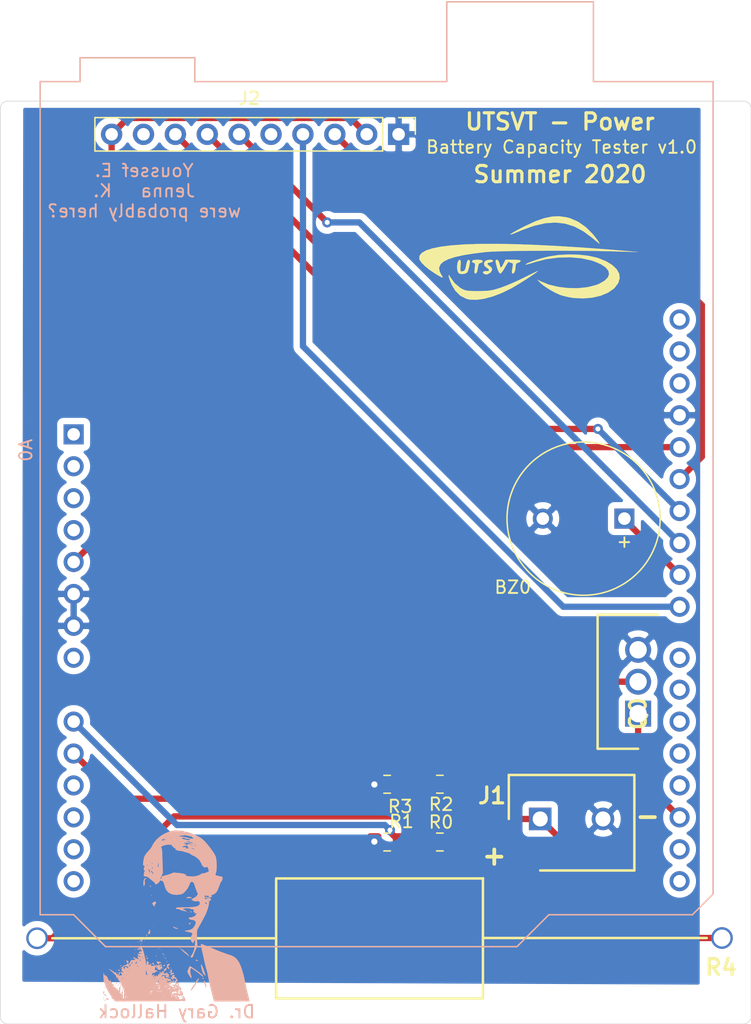
<source format=kicad_pcb>
(kicad_pcb (version 20171130) (host pcbnew "(5.1.5)-3")

  (general
    (thickness 1.6)
    (drawings 24)
    (tracks 63)
    (zones 0)
    (modules 12)
    (nets 35)
  )

  (page A4)
  (layers
    (0 F.Cu signal)
    (31 B.Cu signal)
    (32 B.Adhes user)
    (33 F.Adhes user)
    (34 B.Paste user)
    (35 F.Paste user)
    (36 B.SilkS user)
    (37 F.SilkS user)
    (38 B.Mask user)
    (39 F.Mask user)
    (40 Dwgs.User user)
    (41 Cmts.User user)
    (42 Eco1.User user)
    (43 Eco2.User user)
    (44 Edge.Cuts user)
    (45 Margin user)
    (46 B.CrtYd user)
    (47 F.CrtYd user)
    (48 B.Fab user hide)
    (49 F.Fab user hide)
  )

  (setup
    (last_trace_width 0.25)
    (user_trace_width 0.5)
    (trace_clearance 0.2)
    (zone_clearance 0.508)
    (zone_45_only no)
    (trace_min 0.2)
    (via_size 0.8)
    (via_drill 0.4)
    (via_min_size 0.4)
    (via_min_drill 0.3)
    (user_via 1 0.5)
    (uvia_size 0.3)
    (uvia_drill 0.1)
    (uvias_allowed no)
    (uvia_min_size 0.2)
    (uvia_min_drill 0.1)
    (edge_width 0.05)
    (segment_width 0.2)
    (pcb_text_width 0.3)
    (pcb_text_size 1.5 1.5)
    (mod_edge_width 0.12)
    (mod_text_size 1 1)
    (mod_text_width 0.15)
    (pad_size 1.725 1.725)
    (pad_drill 1.35)
    (pad_to_mask_clearance 0.05)
    (aux_axis_origin 0 0)
    (visible_elements 7FFFFFFF)
    (pcbplotparams
      (layerselection 0x010fc_ffffffff)
      (usegerberextensions false)
      (usegerberattributes true)
      (usegerberadvancedattributes true)
      (creategerberjobfile true)
      (excludeedgelayer true)
      (linewidth 0.100000)
      (plotframeref false)
      (viasonmask false)
      (mode 1)
      (useauxorigin false)
      (hpglpennumber 1)
      (hpglpenspeed 20)
      (hpglpendiameter 15.000000)
      (psnegative false)
      (psa4output false)
      (plotreference true)
      (plotvalue true)
      (plotinvisibletext false)
      (padsonsilk false)
      (subtractmaskfromsilk false)
      (outputformat 1)
      (mirror false)
      (drillshape 0)
      (scaleselection 1)
      (outputdirectory "Gerbers/"))
  )

  (net 0 "")
  (net 1 "Net-(A0-Pad16)")
  (net 2 "Net-(A0-Pad15)")
  (net 3 "Net-(A0-Pad30)")
  (net 4 "Net-(A0-Pad14)")
  (net 5 GND)
  (net 6 "Net-(A0-Pad13)")
  (net 7 "Net-(A0-Pad28)")
  (net 8 "Net-(A0-Pad12)")
  (net 9 "Net-(A0-Pad27)")
  (net 10 "Net-(A0-Pad11)")
  (net 11 "Net-(A0-Pad26)")
  (net 12 "Net-(A0-Pad10)")
  (net 13 "Net-(A0-Pad25)")
  (net 14 "Net-(A0-Pad9)")
  (net 15 "Net-(A0-Pad24)")
  (net 16 "Net-(A0-Pad8)")
  (net 17 "Net-(A0-Pad23)")
  (net 18 "Net-(A0-Pad22)")
  (net 19 "Net-(A0-Pad21)")
  (net 20 "Net-(A0-Pad20)")
  (net 21 "Net-(A0-Pad4)")
  (net 22 "Net-(A0-Pad19)")
  (net 23 "Net-(A0-Pad3)")
  (net 24 "Net-(A0-Pad18)")
  (net 25 "Net-(A0-Pad2)")
  (net 26 "Net-(A0-Pad17)")
  (net 27 "Net-(A0-Pad1)")
  (net 28 "Net-(A0-Pad31)")
  (net 29 "Net-(A0-Pad32)")
  (net 30 "Net-(J1-Pad1)")
  (net 31 "Net-(Q0-Pad2)")
  (net 32 +5V)
  (net 33 "Net-(J2-Pad9)")
  (net 34 "Net-(J2-Pad5)")

  (net_class Default "This is the default net class."
    (clearance 0.2)
    (trace_width 0.25)
    (via_dia 0.8)
    (via_drill 0.4)
    (uvia_dia 0.3)
    (uvia_drill 0.1)
    (add_net +5V)
    (add_net GND)
    (add_net "Net-(A0-Pad1)")
    (add_net "Net-(A0-Pad10)")
    (add_net "Net-(A0-Pad11)")
    (add_net "Net-(A0-Pad12)")
    (add_net "Net-(A0-Pad13)")
    (add_net "Net-(A0-Pad14)")
    (add_net "Net-(A0-Pad15)")
    (add_net "Net-(A0-Pad16)")
    (add_net "Net-(A0-Pad17)")
    (add_net "Net-(A0-Pad18)")
    (add_net "Net-(A0-Pad19)")
    (add_net "Net-(A0-Pad2)")
    (add_net "Net-(A0-Pad20)")
    (add_net "Net-(A0-Pad21)")
    (add_net "Net-(A0-Pad22)")
    (add_net "Net-(A0-Pad23)")
    (add_net "Net-(A0-Pad24)")
    (add_net "Net-(A0-Pad25)")
    (add_net "Net-(A0-Pad26)")
    (add_net "Net-(A0-Pad27)")
    (add_net "Net-(A0-Pad28)")
    (add_net "Net-(A0-Pad3)")
    (add_net "Net-(A0-Pad30)")
    (add_net "Net-(A0-Pad31)")
    (add_net "Net-(A0-Pad32)")
    (add_net "Net-(A0-Pad4)")
    (add_net "Net-(A0-Pad8)")
    (add_net "Net-(A0-Pad9)")
    (add_net "Net-(J1-Pad1)")
    (add_net "Net-(J2-Pad5)")
    (add_net "Net-(J2-Pad9)")
    (add_net "Net-(Q0-Pad2)")
  )

  (module UTSVT_Special:UTSVT_Logo_Symbol (layer F.Cu) (tedit 0) (tstamp 5F53C01C)
    (at 181.1782 82.4738)
    (fp_text reference G*** (at 0 0) (layer F.Fab) hide
      (effects (font (size 1.524 1.524) (thickness 0.3)))
    )
    (fp_text value LOGO (at 0.75 0) (layer F.Fab) hide
      (effects (font (size 1.524 1.524) (thickness 0.3)))
    )
    (fp_poly (pts (xy 0.948417 0.959313) (xy 0.76499 1.093627) (xy 0.494708 1.278048) (xy 0.166558 1.49376)
      (xy -0.190474 1.721948) (xy -0.547401 1.943795) (xy -0.875235 2.140486) (xy -1.112379 2.275489)
      (xy -1.859592 2.64264) (xy -2.589034 2.921038) (xy -3.27705 3.105144) (xy -3.899988 3.189424)
      (xy -4.434193 3.168339) (xy -4.679657 3.110469) (xy -5.163131 2.864277) (xy -5.564541 2.472205)
      (xy -5.850449 2.000429) (xy -5.965497 1.73342) (xy -6.048173 1.497845) (xy -6.094075 1.318973)
      (xy -6.098801 1.222074) (xy -6.05795 1.232418) (xy -5.967121 1.375274) (xy -5.955551 1.397)
      (xy -5.62236 1.860842) (xy -5.173612 2.23493) (xy -5.037666 2.314921) (xy -4.864575 2.396448)
      (xy -4.679985 2.449418) (xy -4.442995 2.479376) (xy -4.112704 2.491869) (xy -3.725333 2.492887)
      (xy -3.263087 2.48507) (xy -2.907723 2.460514) (xy -2.596941 2.409661) (xy -2.268442 2.322955)
      (xy -1.947333 2.220125) (xy -1.554308 2.074784) (xy -1.072265 1.874941) (xy -0.561207 1.646511)
      (xy -0.081137 1.415408) (xy -0.0635 1.406512) (xy 0.32034 1.214671) (xy 0.644034 1.057028)
      (xy 0.880927 0.94624) (xy 1.004364 0.894964) (xy 1.016 0.893923) (xy 0.948417 0.959313)) (layer F.SilkS) (width 0.01))
    (fp_poly (pts (xy 4.226616 -0.405116) (xy 4.993095 -0.323301) (xy 5.664321 -0.178861) (xy 5.799667 -0.137011)
      (xy 6.436279 0.119973) (xy 6.931666 0.417975) (xy 7.281375 0.748364) (xy 7.480952 1.102511)
      (xy 7.525944 1.471786) (xy 7.411897 1.84756) (xy 7.134357 2.221203) (xy 7.056059 2.297501)
      (xy 6.596706 2.6198) (xy 6.014328 2.861745) (xy 5.338434 3.016518) (xy 4.598531 3.077305)
      (xy 3.843722 3.039577) (xy 3.451259 2.975619) (xy 3.045114 2.88015) (xy 2.773042 2.794726)
      (xy 2.404244 2.630908) (xy 2.002742 2.411585) (xy 1.619164 2.168294) (xy 1.304138 1.93257)
      (xy 1.143 1.779358) (xy 0.973667 1.585501) (xy 1.227667 1.714686) (xy 1.882755 1.977412)
      (xy 2.62613 2.157303) (xy 3.415448 2.252579) (xy 4.208366 2.261459) (xy 4.962542 2.182163)
      (xy 5.635632 2.012909) (xy 5.892139 1.91087) (xy 6.318518 1.668059) (xy 6.580214 1.408225)
      (xy 6.680009 1.139425) (xy 6.620686 0.869717) (xy 6.405027 0.60716) (xy 6.035815 0.35981)
      (xy 5.515831 0.135726) (xy 5.249334 0.04935) (xy 4.433203 -0.124771) (xy 3.530398 -0.197257)
      (xy 2.588694 -0.169413) (xy 1.655866 -0.042547) (xy 0.814889 0.170601) (xy 0.48261 0.273953)
      (xy 0.217131 0.349913) (xy 0.054974 0.388382) (xy 0.022758 0.389647) (xy 0.065005 0.33545)
      (xy 0.238575 0.248737) (xy 0.511235 0.140844) (xy 0.850752 0.023111) (xy 1.224894 -0.093124)
      (xy 1.601428 -0.196522) (xy 1.866657 -0.258966) (xy 2.612297 -0.374533) (xy 3.415983 -0.422721)
      (xy 4.226616 -0.405116)) (layer F.SilkS) (width 0.01))
    (fp_poly (pts (xy -0.996057 -1.244338) (xy 0.618301 -1.190163) (xy 2.386221 -1.104187) (xy 4.306529 -0.986327)
      (xy 4.572 -0.968337) (xy 5.224946 -0.92232) (xy 5.915556 -0.871398) (xy 6.593333 -0.819447)
      (xy 7.207778 -0.770345) (xy 7.708393 -0.72797) (xy 7.747 -0.724542) (xy 9.017 -0.611199)
      (xy 7.112 -0.665433) (xy 6.29508 -0.685268) (xy 5.409053 -0.700676) (xy 4.473882 -0.711766)
      (xy 3.509527 -0.718643) (xy 2.53595 -0.721415) (xy 1.573113 -0.720189) (xy 0.640978 -0.715073)
      (xy -0.240493 -0.706172) (xy -1.05134 -0.693596) (xy -1.771599 -0.677449) (xy -2.38131 -0.657841)
      (xy -2.860511 -0.634877) (xy -3.175 -0.610233) (xy -4.14956 -0.490575) (xy -4.962254 -0.357796)
      (xy -5.62022 -0.209356) (xy -6.130594 -0.042717) (xy -6.500513 0.144661) (xy -6.737114 0.355318)
      (xy -6.847533 0.591793) (xy -6.858 0.700189) (xy -6.808075 0.942824) (xy -6.6875 1.186887)
      (xy -6.682901 1.19343) (xy -6.584737 1.345554) (xy -6.574275 1.413634) (xy -6.664724 1.395003)
      (xy -6.869295 1.286997) (xy -7.196666 1.089745) (xy -7.625374 0.799938) (xy -7.989208 0.505182)
      (xy -8.261715 0.229932) (xy -8.416441 -0.001357) (xy -8.435108 -0.055122) (xy -8.421021 -0.31443)
      (xy -8.241618 -0.54276) (xy -7.898074 -0.740032) (xy -7.391565 -0.906161) (xy -6.723266 -1.041066)
      (xy -5.894353 -1.144664) (xy -4.906 -1.216873) (xy -3.759382 -1.25761) (xy -2.455677 -1.266792)
      (xy -0.996057 -1.244338)) (layer F.SilkS) (width 0.01))
    (fp_poly (pts (xy -4.421383 0.069315) (xy -4.404686 0.148167) (xy -4.428444 0.362794) (xy -4.483594 0.622471)
      (xy -4.552892 0.860123) (xy -4.619093 1.008676) (xy -4.628918 1.020361) (xy -4.818991 1.115001)
      (xy -5.067669 1.143677) (xy -5.2705 1.095932) (xy -5.369141 0.960585) (xy -5.419599 0.736812)
      (xy -5.424653 0.476811) (xy -5.387081 0.232782) (xy -5.309665 0.056923) (xy -5.212142 0)
      (xy -5.152474 0.058109) (xy -5.13529 0.246093) (xy -5.147627 0.473009) (xy -5.165826 0.740789)
      (xy -5.153735 0.878448) (xy -5.097317 0.924415) (xy -4.98526 0.917509) (xy -4.861007 0.875283)
      (xy -4.782779 0.763762) (xy -4.725202 0.539613) (xy -4.708259 0.4445) (xy -4.638605 0.158155)
      (xy -4.554235 0.01369) (xy -4.517759 0) (xy -4.421383 0.069315)) (layer F.SilkS) (width 0.01))
    (fp_poly (pts (xy -2.582865 0.043696) (xy -2.561588 0.105834) (xy -2.664029 0.188619) (xy -2.794 0.211667)
      (xy -2.976081 0.251982) (xy -3.010729 0.348427) (xy -2.892099 0.464247) (xy -2.838526 0.491596)
      (xy -2.664391 0.639319) (xy -2.639657 0.82849) (xy -2.766231 1.017372) (xy -2.812839 1.053533)
      (xy -3.023917 1.167544) (xy -3.195081 1.15927) (xy -3.29168 1.108836) (xy -3.372317 1.007447)
      (xy -3.317074 0.92741) (xy -3.159008 0.901665) (xy -3.092354 0.910225) (xy -2.924282 0.900631)
      (xy -2.878118 0.815169) (xy -2.95777 0.69942) (xy -3.068672 0.63391) (xy -3.244951 0.48494)
      (xy -3.287567 0.284311) (xy -3.213958 0.122933) (xy -3.085162 0.044772) (xy -2.898073 0.004491)
      (xy -2.711153 0.003621) (xy -2.582865 0.043696)) (layer F.SilkS) (width 0.01))
    (fp_poly (pts (xy -3.543781 0.013596) (xy -3.413756 0.060668) (xy -3.386666 0.127) (xy -3.45695 0.230509)
      (xy -3.553084 0.254) (xy -3.658805 0.285175) (xy -3.725004 0.404676) (xy -3.772166 0.651465)
      (xy -3.775658 0.677334) (xy -3.835134 0.963175) (xy -3.918818 1.09121) (xy -3.955852 1.100667)
      (xy -4.026747 1.068698) (xy -4.047907 0.948218) (xy -4.025064 0.702366) (xy -4.021666 0.677334)
      (xy -3.99505 0.423201) (xy -4.010819 0.295507) (xy -4.076074 0.255076) (xy -4.098388 0.254)
      (xy -4.215657 0.189644) (xy -4.233333 0.127) (xy -4.188014 0.047135) (xy -4.031106 0.008127)
      (xy -3.81 0) (xy -3.543781 0.013596)) (layer F.SilkS) (width 0.01))
    (fp_poly (pts (xy -0.612 0.008171) (xy -0.421456 0.035224) (xy -0.357025 0.084973) (xy -0.359409 0.105834)
      (xy -0.462111 0.201847) (xy -0.578132 0.238722) (xy -0.721636 0.310816) (xy -0.763156 0.492722)
      (xy -0.792487 0.807587) (xy -0.868927 1.021292) (xy -0.980568 1.100663) (xy -0.981425 1.100667)
      (xy -1.041787 1.07562) (xy -1.063041 0.980418) (xy -1.044963 0.784973) (xy -0.987327 0.459193)
      (xy -0.976225 0.402167) (xy -1.008456 0.277742) (xy -1.101537 0.254) (xy -1.247642 0.208815)
      (xy -1.287716 0.158517) (xy -1.338831 0.178527) (xy -1.443855 0.320276) (xy -1.581098 0.553984)
      (xy -1.59607 0.581851) (xy -1.749682 0.840806) (xy -1.889732 1.02676) (xy -1.98662 1.100593)
      (xy -1.988624 1.100667) (xy -2.07817 1.023915) (xy -2.178572 0.819296) (xy -2.237659 0.643136)
      (xy -2.326341 0.320851) (xy -2.36164 0.127502) (xy -2.343933 0.031449) (xy -2.273594 0.001054)
      (xy -2.24528 0) (xy -2.138358 0.072943) (xy -2.068875 0.232834) (xy -2.002079 0.502998)
      (xy -1.942903 0.614036) (xy -1.87152 0.573914) (xy -1.768103 0.390599) (xy -1.752833 0.359834)
      (xy -1.575306 0) (xy -0.949931 0) (xy -0.612 0.008171)) (layer F.SilkS) (width 0.01))
    (fp_poly (pts (xy 3.275022 -3.382961) (xy 3.582668 -3.300682) (xy 4.209242 -3.026518) (xy 4.81351 -2.606725)
      (xy 5.362345 -2.064659) (xy 5.40177 -2.018025) (xy 5.614432 -1.752679) (xy 5.784812 -1.520775)
      (xy 5.892543 -1.352147) (xy 5.91726 -1.27663) (xy 5.908479 -1.275698) (xy 5.837298 -1.329013)
      (xy 5.668916 -1.465961) (xy 5.435169 -1.660521) (xy 5.349559 -1.732558) (xy 4.637133 -2.261127)
      (xy 3.919895 -2.641567) (xy 3.183426 -2.875162) (xy 2.413309 -2.963193) (xy 1.595127 -2.906943)
      (xy 0.714463 -2.707692) (xy -0.243103 -2.366724) (xy -0.509686 -2.2536) (xy -0.878483 -2.098627)
      (xy -1.103585 -2.017443) (xy -1.191145 -2.004977) (xy -1.147317 -2.056158) (xy -0.978254 -2.165915)
      (xy -0.69011 -2.329176) (xy -0.289038 -2.54087) (xy 0.042334 -2.708542) (xy 0.821464 -3.065397)
      (xy 1.507658 -3.306811) (xy 2.127555 -3.43724) (xy 2.707797 -3.461137) (xy 3.275022 -3.382961)) (layer F.SilkS) (width 0.01))
  )

  (module Module:Arduino_UNO_R3 (layer B.Cu) (tedit 58AB60FC) (tstamp 5F3B4361)
    (at 145.2118 96.3676 270)
    (descr "Arduino UNO R3, http://www.mouser.com/pdfdocs/Gravitech_Arduino_Nano3_0.pdf")
    (tags "Arduino UNO R3")
    (path /5F3BDE0E)
    (fp_text reference A0 (at 1.27 3.81 270) (layer B.SilkS)
      (effects (font (size 1 1) (thickness 0.15)) (justify mirror))
    )
    (fp_text value Arduino_UNO_R3 (at 0 -22.86 90) (layer B.Fab)
      (effects (font (size 1 1) (thickness 0.15)) (justify mirror))
    )
    (fp_line (start 38.35 2.79) (end 38.35 0) (layer B.CrtYd) (width 0.05))
    (fp_line (start 38.35 0) (end 40.89 -2.54) (layer B.CrtYd) (width 0.05))
    (fp_line (start 40.89 -2.54) (end 40.89 -35.31) (layer B.CrtYd) (width 0.05))
    (fp_line (start 40.89 -35.31) (end 38.35 -37.85) (layer B.CrtYd) (width 0.05))
    (fp_line (start 38.35 -37.85) (end 38.35 -49.28) (layer B.CrtYd) (width 0.05))
    (fp_line (start 38.35 -49.28) (end 36.58 -51.05) (layer B.CrtYd) (width 0.05))
    (fp_line (start 36.58 -51.05) (end -28.19 -51.05) (layer B.CrtYd) (width 0.05))
    (fp_line (start -28.19 -51.05) (end -28.19 -41.53) (layer B.CrtYd) (width 0.05))
    (fp_line (start -28.19 -41.53) (end -34.54 -41.53) (layer B.CrtYd) (width 0.05))
    (fp_line (start -34.54 -41.53) (end -34.54 -29.59) (layer B.CrtYd) (width 0.05))
    (fp_line (start -34.54 -29.59) (end -28.19 -29.59) (layer B.CrtYd) (width 0.05))
    (fp_line (start -28.19 -29.59) (end -28.19 -9.78) (layer B.CrtYd) (width 0.05))
    (fp_line (start -28.19 -9.78) (end -30.1 -9.78) (layer B.CrtYd) (width 0.05))
    (fp_line (start -30.1 -9.78) (end -30.1 -0.38) (layer B.CrtYd) (width 0.05))
    (fp_line (start -30.1 -0.38) (end -28.19 -0.38) (layer B.CrtYd) (width 0.05))
    (fp_line (start -28.19 -0.38) (end -28.19 2.79) (layer B.CrtYd) (width 0.05))
    (fp_line (start -28.19 2.79) (end 38.35 2.79) (layer B.CrtYd) (width 0.05))
    (fp_line (start 40.77 -35.31) (end 40.77 -2.54) (layer B.SilkS) (width 0.12))
    (fp_line (start 40.77 -2.54) (end 38.23 0) (layer B.SilkS) (width 0.12))
    (fp_line (start 38.23 0) (end 38.23 2.67) (layer B.SilkS) (width 0.12))
    (fp_line (start 38.23 2.67) (end -28.07 2.67) (layer B.SilkS) (width 0.12))
    (fp_line (start -28.07 2.67) (end -28.07 -0.51) (layer B.SilkS) (width 0.12))
    (fp_line (start -28.07 -0.51) (end -29.97 -0.51) (layer B.SilkS) (width 0.12))
    (fp_line (start -29.97 -0.51) (end -29.97 -9.65) (layer B.SilkS) (width 0.12))
    (fp_line (start -29.97 -9.65) (end -28.07 -9.65) (layer B.SilkS) (width 0.12))
    (fp_line (start -28.07 -9.65) (end -28.07 -29.72) (layer B.SilkS) (width 0.12))
    (fp_line (start -28.07 -29.72) (end -34.42 -29.72) (layer B.SilkS) (width 0.12))
    (fp_line (start -34.42 -29.72) (end -34.42 -41.4) (layer B.SilkS) (width 0.12))
    (fp_line (start -34.42 -41.4) (end -28.07 -41.4) (layer B.SilkS) (width 0.12))
    (fp_line (start -28.07 -41.4) (end -28.07 -50.93) (layer B.SilkS) (width 0.12))
    (fp_line (start -28.07 -50.93) (end 36.58 -50.93) (layer B.SilkS) (width 0.12))
    (fp_line (start 36.58 -50.93) (end 38.23 -49.28) (layer B.SilkS) (width 0.12))
    (fp_line (start 38.23 -49.28) (end 38.23 -37.85) (layer B.SilkS) (width 0.12))
    (fp_line (start 38.23 -37.85) (end 40.77 -35.31) (layer B.SilkS) (width 0.12))
    (fp_line (start -34.29 -29.84) (end -18.41 -29.84) (layer B.Fab) (width 0.1))
    (fp_line (start -18.41 -29.84) (end -18.41 -41.27) (layer B.Fab) (width 0.1))
    (fp_line (start -18.41 -41.27) (end -34.29 -41.27) (layer B.Fab) (width 0.1))
    (fp_line (start -34.29 -41.27) (end -34.29 -29.84) (layer B.Fab) (width 0.1))
    (fp_line (start -29.84 -0.64) (end -16.51 -0.64) (layer B.Fab) (width 0.1))
    (fp_line (start -16.51 -0.64) (end -16.51 -9.53) (layer B.Fab) (width 0.1))
    (fp_line (start -16.51 -9.53) (end -29.84 -9.53) (layer B.Fab) (width 0.1))
    (fp_line (start -29.84 -9.53) (end -29.84 -0.64) (layer B.Fab) (width 0.1))
    (fp_line (start 38.1 -37.85) (end 38.1 -49.28) (layer B.Fab) (width 0.1))
    (fp_line (start 40.64 -2.54) (end 40.64 -35.31) (layer B.Fab) (width 0.1))
    (fp_line (start 40.64 -35.31) (end 38.1 -37.85) (layer B.Fab) (width 0.1))
    (fp_line (start 38.1 2.54) (end 38.1 0) (layer B.Fab) (width 0.1))
    (fp_line (start 38.1 0) (end 40.64 -2.54) (layer B.Fab) (width 0.1))
    (fp_line (start 38.1 -49.28) (end 36.58 -50.8) (layer B.Fab) (width 0.1))
    (fp_line (start 36.58 -50.8) (end -27.94 -50.8) (layer B.Fab) (width 0.1))
    (fp_line (start -27.94 -50.8) (end -27.94 2.54) (layer B.Fab) (width 0.1))
    (fp_line (start -27.94 2.54) (end 38.1 2.54) (layer B.Fab) (width 0.1))
    (fp_text user %R (at 0 -20.32 270) (layer B.Fab)
      (effects (font (size 1 1) (thickness 0.15)) (justify mirror))
    )
    (pad 16 thru_hole oval (at 33.02 -48.26 180) (size 1.6 1.6) (drill 1) (layers *.Cu *.Mask)
      (net 1 "Net-(A0-Pad16)"))
    (pad 15 thru_hole oval (at 35.56 -48.26 180) (size 1.6 1.6) (drill 1) (layers *.Cu *.Mask)
      (net 2 "Net-(A0-Pad15)"))
    (pad 30 thru_hole oval (at -4.06 -48.26 180) (size 1.6 1.6) (drill 1) (layers *.Cu *.Mask)
      (net 3 "Net-(A0-Pad30)"))
    (pad 14 thru_hole oval (at 35.56 0 180) (size 1.6 1.6) (drill 1) (layers *.Cu *.Mask)
      (net 4 "Net-(A0-Pad14)"))
    (pad 29 thru_hole oval (at -1.52 -48.26 180) (size 1.6 1.6) (drill 1) (layers *.Cu *.Mask)
      (net 5 GND))
    (pad 13 thru_hole oval (at 33.02 0 180) (size 1.6 1.6) (drill 1) (layers *.Cu *.Mask)
      (net 6 "Net-(A0-Pad13)"))
    (pad 28 thru_hole oval (at 1.02 -48.26 180) (size 1.6 1.6) (drill 1) (layers *.Cu *.Mask)
      (net 7 "Net-(A0-Pad28)"))
    (pad 12 thru_hole oval (at 30.48 0 180) (size 1.6 1.6) (drill 1) (layers *.Cu *.Mask)
      (net 8 "Net-(A0-Pad12)"))
    (pad 27 thru_hole oval (at 3.56 -48.26 180) (size 1.6 1.6) (drill 1) (layers *.Cu *.Mask)
      (net 9 "Net-(A0-Pad27)"))
    (pad 11 thru_hole oval (at 27.94 0 180) (size 1.6 1.6) (drill 1) (layers *.Cu *.Mask)
      (net 10 "Net-(A0-Pad11)"))
    (pad 26 thru_hole oval (at 6.1 -48.26 180) (size 1.6 1.6) (drill 1) (layers *.Cu *.Mask)
      (net 11 "Net-(A0-Pad26)"))
    (pad 10 thru_hole oval (at 25.4 0 180) (size 1.6 1.6) (drill 1) (layers *.Cu *.Mask)
      (net 12 "Net-(A0-Pad10)"))
    (pad 25 thru_hole oval (at 8.64 -48.26 180) (size 1.6 1.6) (drill 1) (layers *.Cu *.Mask)
      (net 13 "Net-(A0-Pad25)"))
    (pad 9 thru_hole oval (at 22.86 0 180) (size 1.6 1.6) (drill 1) (layers *.Cu *.Mask)
      (net 14 "Net-(A0-Pad9)"))
    (pad 24 thru_hole oval (at 11.18 -48.26 180) (size 1.6 1.6) (drill 1) (layers *.Cu *.Mask)
      (net 15 "Net-(A0-Pad24)"))
    (pad 8 thru_hole oval (at 17.78 0 180) (size 1.6 1.6) (drill 1) (layers *.Cu *.Mask)
      (net 16 "Net-(A0-Pad8)"))
    (pad 23 thru_hole oval (at 13.72 -48.26 180) (size 1.6 1.6) (drill 1) (layers *.Cu *.Mask)
      (net 17 "Net-(A0-Pad23)"))
    (pad 7 thru_hole oval (at 15.24 0 180) (size 1.6 1.6) (drill 1) (layers *.Cu *.Mask)
      (net 5 GND))
    (pad 22 thru_hole oval (at 17.78 -48.26 180) (size 1.6 1.6) (drill 1) (layers *.Cu *.Mask)
      (net 18 "Net-(A0-Pad22)"))
    (pad 6 thru_hole oval (at 12.7 0 180) (size 1.6 1.6) (drill 1) (layers *.Cu *.Mask)
      (net 5 GND))
    (pad 21 thru_hole oval (at 20.32 -48.26 180) (size 1.6 1.6) (drill 1) (layers *.Cu *.Mask)
      (net 19 "Net-(A0-Pad21)"))
    (pad 5 thru_hole oval (at 10.16 0 180) (size 1.6 1.6) (drill 1) (layers *.Cu *.Mask)
      (net 32 +5V))
    (pad 20 thru_hole oval (at 22.86 -48.26 180) (size 1.6 1.6) (drill 1) (layers *.Cu *.Mask)
      (net 20 "Net-(A0-Pad20)"))
    (pad 4 thru_hole oval (at 7.62 0 180) (size 1.6 1.6) (drill 1) (layers *.Cu *.Mask)
      (net 21 "Net-(A0-Pad4)"))
    (pad 19 thru_hole oval (at 25.4 -48.26 180) (size 1.6 1.6) (drill 1) (layers *.Cu *.Mask)
      (net 22 "Net-(A0-Pad19)"))
    (pad 3 thru_hole oval (at 5.08 0 180) (size 1.6 1.6) (drill 1) (layers *.Cu *.Mask)
      (net 23 "Net-(A0-Pad3)"))
    (pad 18 thru_hole oval (at 27.94 -48.26 180) (size 1.6 1.6) (drill 1) (layers *.Cu *.Mask)
      (net 24 "Net-(A0-Pad18)"))
    (pad 2 thru_hole oval (at 2.54 0 180) (size 1.6 1.6) (drill 1) (layers *.Cu *.Mask)
      (net 25 "Net-(A0-Pad2)"))
    (pad 17 thru_hole oval (at 30.48 -48.26 180) (size 1.6 1.6) (drill 1) (layers *.Cu *.Mask)
      (net 26 "Net-(A0-Pad17)"))
    (pad 1 thru_hole rect (at 0 0 180) (size 1.6 1.6) (drill 1) (layers *.Cu *.Mask)
      (net 27 "Net-(A0-Pad1)"))
    (pad 31 thru_hole oval (at -6.6 -48.26 180) (size 1.6 1.6) (drill 1) (layers *.Cu *.Mask)
      (net 28 "Net-(A0-Pad31)"))
    (pad 32 thru_hole oval (at -9.14 -48.26 180) (size 1.6 1.6) (drill 1) (layers *.Cu *.Mask)
      (net 29 "Net-(A0-Pad32)"))
    (model ${KISYS3DMOD}/Module.3dshapes/Arduino_UNO_R3.wrl
      (at (xyz 0 0 0))
      (scale (xyz 1 1 1))
      (rotate (xyz 0 0 0))
    )
  )

  (module UTSVT_Special:Hallock_Image_Tiny (layer B.Cu) (tedit 0) (tstamp 5F4B9A22)
    (at 153.8732 134.5184 180)
    (fp_text reference G*** (at 0 0) (layer F.Fab) hide
      (effects (font (size 1.524 1.524) (thickness 0.3)) (justify mirror))
    )
    (fp_text value LOGO (at 0.75 0) (layer F.Fab) hide
      (effects (font (size 1.524 1.524) (thickness 0.3)) (justify mirror))
    )
    (fp_poly (pts (xy -0.471715 5.896428) (xy -0.489857 5.878285) (xy -0.508 5.896428) (xy -0.489857 5.914571)
      (xy -0.471715 5.896428)) (layer B.SilkS) (width 0.01))
    (fp_poly (pts (xy -1.898953 1.366762) (xy -1.903934 1.34519) (xy -1.923143 1.342571) (xy -1.95301 1.355847)
      (xy -1.947334 1.366762) (xy -1.904271 1.371104) (xy -1.898953 1.366762)) (layer B.SilkS) (width 0.01))
    (fp_poly (pts (xy 3.012249 2.796951) (xy 3.07142 2.702951) (xy 3.103065 2.555662) (xy 3.106878 2.423974)
      (xy 3.097449 2.279695) (xy 3.08012 2.207303) (xy 3.054684 2.206524) (xy 3.020936 2.277083)
      (xy 3.013262 2.299451) (xy 2.989935 2.437953) (xy 2.996506 2.561024) (xy 3.006334 2.657857)
      (xy 2.981981 2.719264) (xy 2.935074 2.762049) (xy 2.848428 2.828672) (xy 2.929139 2.829479)
      (xy 3.012249 2.796951)) (layer B.SilkS) (width 0.01))
    (fp_poly (pts (xy 2.594572 2.199243) (xy 2.612571 2.177142) (xy 2.605626 2.143822) (xy 2.6035 2.143407)
      (xy 2.567268 2.157901) (xy 2.521857 2.177142) (xy 2.472886 2.200995) (xy 2.49205 2.209194)
      (xy 2.530928 2.210878) (xy 2.594572 2.199243)) (layer B.SilkS) (width 0.01))
    (fp_poly (pts (xy 2.493887 1.473351) (xy 2.483065 1.456859) (xy 2.446262 1.454293) (xy 2.407544 1.463155)
      (xy 2.424339 1.476215) (xy 2.481049 1.480541) (xy 2.493887 1.473351)) (layer B.SilkS) (width 0.01))
    (fp_poly (pts (xy -0.45853 1.334605) (xy -0.349377 1.295921) (xy -0.344915 1.292776) (xy -0.317647 1.267205)
      (xy -0.330244 1.252739) (xy -0.39319 1.246879) (xy -0.516973 1.247121) (xy -0.535076 1.247419)
      (xy -0.665503 1.251191) (xy -0.732913 1.258555) (xy -0.746856 1.272099) (xy -0.716878 1.294409)
      (xy -0.714168 1.295928) (xy -0.591958 1.334708) (xy -0.45853 1.334605)) (layer B.SilkS) (width 0.01))
    (fp_poly (pts (xy 2.266478 0.934814) (xy 2.34375 0.88937) (xy 2.390758 0.837627) (xy 2.394857 0.82039)
      (xy 2.374076 0.761457) (xy 2.324877 0.684325) (xy 2.266977 0.615405) (xy 2.220095 0.581109)
      (xy 2.215827 0.580571) (xy 2.200457 0.610853) (xy 2.204835 0.672791) (xy 2.206284 0.741713)
      (xy 2.173451 0.754434) (xy 2.133566 0.775108) (xy 2.111078 0.8366) (xy 2.112257 0.908012)
      (xy 2.133616 0.950701) (xy 2.18706 0.959933) (xy 2.266478 0.934814)) (layer B.SilkS) (width 0.01))
    (fp_poly (pts (xy -0.619465 0.175) (xy -0.645841 0.149916) (xy -0.653143 0.145143) (xy -0.719625 0.113089)
      (xy -0.751357 0.118416) (xy -0.743857 0.145143) (xy -0.692074 0.176715) (xy -0.660073 0.180873)
      (xy -0.619465 0.175)) (layer B.SilkS) (width 0.01))
    (fp_poly (pts (xy -0.447524 0.096762) (xy -0.452505 0.07519) (xy -0.471715 0.072571) (xy -0.501582 0.085847)
      (xy -0.495905 0.096762) (xy -0.452842 0.101104) (xy -0.447524 0.096762)) (layer B.SilkS) (width 0.01))
    (fp_poly (pts (xy -0.596054 -0.724726) (xy -0.580572 -0.734136) (xy -0.524036 -0.779772) (xy -0.508 -0.807014)
      (xy -0.5355 -0.831267) (xy -0.591388 -0.829897) (xy -0.628953 -0.810381) (xy -0.651714 -0.755376)
      (xy -0.653143 -0.737502) (xy -0.64184 -0.707537) (xy -0.596054 -0.724726)) (layer B.SilkS) (width 0.01))
    (fp_poly (pts (xy 2.431143 -1.034143) (xy 2.413 -1.052286) (xy 2.394857 -1.034143) (xy 2.413 -1.016)
      (xy 2.431143 -1.034143)) (layer B.SilkS) (width 0.01))
    (fp_poly (pts (xy 0.727528 -1.023129) (xy 0.73842 -1.048504) (xy 0.699315 -1.088901) (xy 0.628113 -1.133726)
      (xy 0.542718 -1.172382) (xy 0.46103 -1.194276) (xy 0.435428 -1.196007) (xy 0.344714 -1.194857)
      (xy 0.435428 -1.143) (xy 0.52345 -1.10387) (xy 0.586619 -1.089858) (xy 0.646652 -1.067215)
      (xy 0.661005 -1.046843) (xy 0.700978 -1.019604) (xy 0.727528 -1.023129)) (layer B.SilkS) (width 0.01))
    (fp_poly (pts (xy 2.54 -1.397) (xy 2.521857 -1.415143) (xy 2.503714 -1.397) (xy 2.521857 -1.378857)
      (xy 2.54 -1.397)) (layer B.SilkS) (width 0.01))
    (fp_poly (pts (xy 2.593273 -1.269041) (xy 2.639696 -1.324761) (xy 2.648857 -1.353229) (xy 2.671115 -1.407804)
      (xy 2.706548 -1.455034) (xy 2.744622 -1.530256) (xy 2.724893 -1.58593) (xy 2.659587 -1.602593)
      (xy 2.620055 -1.592737) (xy 2.562526 -1.559019) (xy 2.565399 -1.509479) (xy 2.574703 -1.490672)
      (xy 2.593098 -1.390653) (xy 2.575135 -1.321402) (xy 2.553598 -1.256436) (xy 2.564731 -1.247691)
      (xy 2.593273 -1.269041)) (layer B.SilkS) (width 0.01))
    (fp_poly (pts (xy 2.85264 -1.675947) (xy 2.891416 -1.741381) (xy 2.89179 -1.783508) (xy 2.871314 -1.807673)
      (xy 2.865139 -1.796143) (xy 2.861812 -1.736153) (xy 2.862274 -1.732643) (xy 2.839174 -1.706286)
      (xy 2.830286 -1.705429) (xy 2.796342 -1.676904) (xy 2.794 -1.661368) (xy 2.812407 -1.64478)
      (xy 2.85264 -1.675947)) (layer B.SilkS) (width 0.01))
    (fp_poly (pts (xy 2.969822 -1.86525) (xy 3.008776 -1.901786) (xy 3.000785 -1.92279) (xy 2.995713 -1.923143)
      (xy 2.965022 -1.89737) (xy 2.953821 -1.881251) (xy 2.949544 -1.856421) (xy 2.969822 -1.86525)) (layer B.SilkS) (width 0.01))
    (fp_poly (pts (xy 3.048 -1.977572) (xy 3.029857 -1.995715) (xy 3.011714 -1.977572) (xy 3.029857 -1.959429)
      (xy 3.048 -1.977572)) (layer B.SilkS) (width 0.01))
    (fp_poly (pts (xy 3.048 -2.122715) (xy 3.029857 -2.140858) (xy 3.011714 -2.122715) (xy 3.029857 -2.104572)
      (xy 3.048 -2.122715)) (layer B.SilkS) (width 0.01))
    (fp_poly (pts (xy 3.592286 -2.267858) (xy 3.574143 -2.286) (xy 3.556 -2.267858) (xy 3.574143 -2.249715)
      (xy 3.592286 -2.267858)) (layer B.SilkS) (width 0.01))
    (fp_poly (pts (xy 3.300361 -2.091057) (xy 3.379623 -2.141055) (xy 3.465286 -2.213825) (xy 3.369964 -2.179937)
      (xy 3.301338 -2.162891) (xy 3.279188 -2.184267) (xy 3.27925 -2.203048) (xy 3.254405 -2.261711)
      (xy 3.229428 -2.275786) (xy 3.193912 -2.282813) (xy 3.22036 -2.260026) (xy 3.227986 -2.254692)
      (xy 3.259322 -2.219941) (xy 3.240796 -2.175359) (xy 3.21329 -2.143073) (xy 3.168276 -2.089343)
      (xy 3.174184 -2.070521) (xy 3.219785 -2.068286) (xy 3.300361 -2.091057)) (layer B.SilkS) (width 0.01))
    (fp_poly (pts (xy 3.302 -2.376715) (xy 3.336616 -2.409321) (xy 3.338286 -2.415142) (xy 3.310212 -2.430727)
      (xy 3.302 -2.431143) (xy 3.267108 -2.403248) (xy 3.265714 -2.392716) (xy 3.287944 -2.371045)
      (xy 3.302 -2.376715)) (layer B.SilkS) (width 0.01))
    (fp_poly (pts (xy 3.289905 -2.51581) (xy 3.294247 -2.558873) (xy 3.289905 -2.564191) (xy 3.268333 -2.55921)
      (xy 3.265714 -2.54) (xy 3.27899 -2.510133) (xy 3.289905 -2.51581)) (layer B.SilkS) (width 0.01))
    (fp_poly (pts (xy 0.399143 -2.594429) (xy 0.381 -2.612572) (xy 0.362857 -2.594429) (xy 0.381 -2.576286)
      (xy 0.399143 -2.594429)) (layer B.SilkS) (width 0.01))
    (fp_poly (pts (xy 1.932214 -2.769969) (xy 1.936772 -2.783213) (xy 1.886857 -2.788271) (xy 1.835345 -2.782569)
      (xy 1.8415 -2.769969) (xy 1.915789 -2.765176) (xy 1.932214 -2.769969)) (layer B.SilkS) (width 0.01))
    (fp_poly (pts (xy 0.242612 -2.704209) (xy 0.222343 -2.7305) (xy 0.16938 -2.786913) (xy 0.145738 -2.786668)
      (xy 0.145143 -2.7803) (xy 0.169939 -2.750011) (xy 0.208643 -2.7168) (xy 0.251623 -2.685419)
      (xy 0.242612 -2.704209)) (layer B.SilkS) (width 0.01))
    (fp_poly (pts (xy 3.800172 -2.844649) (xy 3.789351 -2.861141) (xy 3.752547 -2.863707) (xy 3.713829 -2.854845)
      (xy 3.730625 -2.841785) (xy 3.787335 -2.837459) (xy 3.800172 -2.844649)) (layer B.SilkS) (width 0.01))
    (fp_poly (pts (xy 1.741714 -2.848429) (xy 1.723571 -2.866572) (xy 1.705428 -2.848429) (xy 1.723571 -2.830286)
      (xy 1.741714 -2.848429)) (layer B.SilkS) (width 0.01))
    (fp_poly (pts (xy 3.846286 -3.138715) (xy 3.828143 -3.156858) (xy 3.81 -3.138715) (xy 3.828143 -3.120572)
      (xy 3.846286 -3.138715)) (layer B.SilkS) (width 0.01))
    (fp_poly (pts (xy 1.590555 -3.164621) (xy 1.596571 -3.171118) (xy 1.568197 -3.194515) (xy 1.542143 -3.206265)
      (xy 1.495419 -3.207019) (xy 1.487714 -3.192004) (xy 1.517121 -3.160817) (xy 1.542143 -3.156858)
      (xy 1.590555 -3.164621)) (layer B.SilkS) (width 0.01))
    (fp_poly (pts (xy 2.104571 -3.320143) (xy 2.086428 -3.338286) (xy 2.068285 -3.320143) (xy 2.086428 -3.302)
      (xy 2.104571 -3.320143)) (layer B.SilkS) (width 0.01))
    (fp_poly (pts (xy 1.490221 -3.285407) (xy 1.521909 -3.315192) (xy 1.484575 -3.325975) (xy 1.471167 -3.326191)
      (xy 1.434776 -3.310178) (xy 1.437389 -3.295361) (xy 1.479463 -3.280642) (xy 1.490221 -3.285407)) (layer B.SilkS) (width 0.01))
    (fp_poly (pts (xy 0.104326 -2.824188) (xy 0.059129 -2.881695) (xy -0.031368 -2.971474) (xy -0.096197 -3.030168)
      (xy -0.213378 -3.130152) (xy -0.329463 -3.223312) (xy -0.431634 -3.300098) (xy -0.507076 -3.350961)
      (xy -0.542969 -3.366351) (xy -0.544286 -3.364023) (xy -0.521677 -3.332734) (xy -0.462457 -3.263495)
      (xy -0.381 -3.173005) (xy -0.299288 -3.08734) (xy -0.240723 -3.032307) (xy -0.217726 -3.019558)
      (xy -0.217715 -3.019844) (xy -0.19477 -3.014276) (xy -0.137704 -2.969855) (xy -0.117929 -2.952009)
      (xy -0.033802 -2.880564) (xy 0.03913 -2.828964) (xy 0.045357 -2.825465) (xy 0.100858 -2.803821)
      (xy 0.104326 -2.824188)) (layer B.SilkS) (width 0.01))
    (fp_poly (pts (xy 2.901803 -3.365899) (xy 2.902857 -3.374572) (xy 2.875244 -3.409803) (xy 2.866571 -3.410858)
      (xy 2.83134 -3.383245) (xy 2.830286 -3.374572) (xy 2.857898 -3.33934) (xy 2.866571 -3.338286)
      (xy 2.901803 -3.365899)) (layer B.SilkS) (width 0.01))
    (fp_poly (pts (xy 2.092476 -3.386667) (xy 2.087495 -3.408239) (xy 2.068285 -3.410858) (xy 2.038418 -3.397581)
      (xy 2.044095 -3.386667) (xy 2.087158 -3.382324) (xy 2.092476 -3.386667)) (layer B.SilkS) (width 0.01))
    (fp_poly (pts (xy 1.487714 -3.465286) (xy 1.469571 -3.483429) (xy 1.451428 -3.465286) (xy 1.469571 -3.447143)
      (xy 1.487714 -3.465286)) (layer B.SilkS) (width 0.01))
    (fp_poly (pts (xy 0.767859 6.601112) (xy 0.976451 6.549425) (xy 1.193176 6.476991) (xy 1.399485 6.388439)
      (xy 1.407244 6.384635) (xy 1.657709 6.23877) (xy 1.893818 6.059481) (xy 2.102735 5.859482)
      (xy 2.271623 5.651487) (xy 2.387645 5.44821) (xy 2.409595 5.391885) (xy 2.453697 5.309182)
      (xy 2.535107 5.194461) (xy 2.639678 5.066881) (xy 2.694328 5.00629) (xy 2.846554 4.835332)
      (xy 2.955061 4.688335) (xy 3.029067 4.54444) (xy 3.077791 4.382792) (xy 3.110453 4.182534)
      (xy 3.12688 4.027714) (xy 3.128662 3.948269) (xy 3.126287 3.8872) (xy 3.113911 3.829223)
      (xy 3.081597 3.83397) (xy 3.071661 3.841706) (xy 3.036876 3.856635) (xy 3.022066 3.815315)
      (xy 3.019659 3.773577) (xy 3.026591 3.697249) (xy 3.047602 3.664865) (xy 3.048 3.664857)
      (xy 3.069305 3.633413) (xy 3.076388 3.557823) (xy 3.062661 3.484682) (xy 3.033848 3.457972)
      (xy 3.033458 3.458037) (xy 3.0013 3.434115) (xy 2.993571 3.392714) (xy 3.013961 3.337094)
      (xy 3.045071 3.331261) (xy 3.077425 3.329933) (xy 3.0545 3.291701) (xy 3.05238 3.289135)
      (xy 3.02902 3.233685) (xy 3.046238 3.212374) (xy 3.073671 3.162461) (xy 3.084286 3.082144)
      (xy 3.075344 3.007061) (xy 3.033225 2.978947) (xy 2.973043 2.975428) (xy 2.865806 2.963069)
      (xy 2.761711 2.919547) (xy 2.641875 2.835201) (xy 2.555308 2.761635) (xy 2.451937 2.673274)
      (xy 2.354856 2.595258) (xy 2.316083 2.566415) (xy 2.231894 2.488538) (xy 2.177685 2.414013)
      (xy 2.130533 2.32591) (xy 1.981481 2.408602) (xy 1.876725 2.483354) (xy 1.823666 2.557996)
      (xy 1.820833 2.570075) (xy 1.784431 2.635472) (xy 1.729121 2.648857) (xy 1.62072 2.626332)
      (xy 1.537429 2.553341) (xy 1.472506 2.421761) (xy 1.435474 2.29493) (xy 1.391629 2.143694)
      (xy 1.338405 1.998486) (xy 1.294985 1.905547) (xy 1.156094 1.729299) (xy 0.968143 1.601707)
      (xy 0.73812 1.525326) (xy 0.473009 1.502709) (xy 0.249613 1.523495) (xy 0.111745 1.548626)
      (xy 0.016132 1.578157) (xy -0.062486 1.625674) (xy -0.14937 1.704762) (xy -0.217715 1.774826)
      (xy -0.326472 1.897129) (xy -0.415285 2.02237) (xy -0.495977 2.170516) (xy -0.580374 2.361534)
      (xy -0.613087 2.442493) (xy -0.654394 2.51417) (xy -0.717382 2.5357) (xy -0.768375 2.533208)
      (xy -0.82584 2.523308) (xy -0.867363 2.49768) (xy -0.903038 2.442003) (xy -0.942953 2.341959)
      (xy -0.980943 2.231571) (xy -1.038785 2.065022) (xy -1.100217 1.896058) (xy -1.152897 1.758548)
      (xy -1.157591 1.746887) (xy -1.236381 1.552489) (xy -1.142487 1.429387) (xy -1.07403 1.353021)
      (xy -1.015543 1.309867) (xy -1.001563 1.306285) (xy -0.942258 1.284124) (xy -0.870857 1.233714)
      (xy -0.802202 1.182124) (xy -0.756448 1.161143) (xy -0.724103 1.145945) (xy -0.748601 1.106867)
      (xy -0.822489 1.053684) (xy -0.850407 1.037923) (xy -0.985469 0.990345) (xy -1.105993 0.995327)
      (xy -1.247148 1.00721) (xy -1.335859 0.976272) (xy -1.381004 0.898504) (xy -1.38696 0.868383)
      (xy -1.380882 0.767548) (xy -1.327658 0.685091) (xy -1.223409 0.619939) (xy -1.064252 0.571018)
      (xy -0.846308 0.537254) (xy -0.565695 0.517575) (xy -0.218533 0.510906) (xy -0.096283 0.511316)
      (xy 0.118753 0.510507) (xy 0.292339 0.504835) (xy 0.414649 0.494857) (xy 0.475851 0.481132)
      (xy 0.479313 0.478629) (xy 0.49839 0.423775) (xy 0.467579 0.380866) (xy 0.411178 0.378322)
      (xy 0.347801 0.376659) (xy 0.250314 0.348574) (xy 0.206205 0.330476) (xy 0.079816 0.281094)
      (xy -0.045407 0.243309) (xy -0.072572 0.237257) (xy -0.177554 0.215131) (xy -0.259524 0.195401)
      (xy -0.263072 0.194417) (xy -0.322086 0.186381) (xy -0.328513 0.204629) (xy -0.291899 0.237951)
      (xy -0.221792 0.275136) (xy -0.181429 0.290285) (xy -0.091963 0.325716) (xy -0.040878 0.357389)
      (xy -0.036286 0.365782) (xy -0.069011 0.396924) (xy -0.153496 0.420343) (xy -0.269205 0.434634)
      (xy -0.395602 0.438392) (xy -0.512151 0.430212) (xy -0.598316 0.408689) (xy -0.606338 0.404772)
      (xy -0.707826 0.370566) (xy -0.773315 0.362857) (xy -0.866057 0.341709) (xy -0.915688 0.288853)
      (xy -0.907851 0.220172) (xy -0.905623 0.216497) (xy -0.874165 0.149762) (xy -0.897815 0.127897)
      (xy -0.9525 0.136689) (xy -1.008692 0.146625) (xy -1.003945 0.122214) (xy -0.981413 0.093477)
      (xy -0.948847 0.045918) (xy -0.971455 0.034669) (xy -0.999556 0.036934) (xy -1.106149 0.042643)
      (xy -1.146404 0.027465) (xy -1.12417 -0.011037) (xy -1.103932 -0.029146) (xy -1.052044 -0.087364)
      (xy -1.040123 -0.127724) (xy -1.020351 -0.166258) (xy -0.958718 -0.205458) (xy -0.884489 -0.231585)
      (xy -0.826929 -0.2309) (xy -0.823868 -0.229242) (xy -0.804949 -0.229862) (xy -0.816215 -0.253655)
      (xy -0.820918 -0.284666) (xy -0.770068 -0.28596) (xy -0.745194 -0.281661) (xy -0.637184 -0.283126)
      (xy -0.55866 -0.307322) (xy -0.500191 -0.343502) (xy -0.501938 -0.374987) (xy -0.535503 -0.407484)
      (xy -0.60938 -0.446404) (xy -0.720248 -0.478696) (xy -0.766172 -0.486907) (xy -0.881339 -0.511036)
      (xy -0.973016 -0.543263) (xy -0.995159 -0.555969) (xy -1.051858 -0.638463) (xy -1.05635 -0.75477)
      (xy -1.012417 -0.892529) (xy -0.92384 -1.039378) (xy -0.806972 -1.171117) (xy -0.692596 -1.243953)
      (xy -0.524607 -1.302875) (xy -0.321505 -1.342115) (xy -0.228382 -1.351473) (xy -0.1876 -1.363027)
      (xy -0.205984 -1.383204) (xy -0.271506 -1.406562) (xy -0.372137 -1.427659) (xy -0.408255 -1.432847)
      (xy -0.570012 -1.461955) (xy -0.697893 -1.501027) (xy -0.777969 -1.54486) (xy -0.798286 -1.578504)
      (xy -0.782323 -1.629288) (xy -0.741427 -1.719448) (xy -0.707764 -1.785338) (xy -0.656629 -1.898323)
      (xy -0.646284 -1.965791) (xy -0.654811 -1.978603) (xy -0.676739 -2.027633) (xy -0.671475 -2.067691)
      (xy -0.683396 -2.146087) (xy -0.757376 -2.250476) (xy -0.760713 -2.254153) (xy -0.827852 -2.324038)
      (xy -0.860392 -2.343177) (xy -0.870424 -2.316382) (xy -0.870857 -2.297969) (xy -0.894609 -2.22648)
      (xy -0.927586 -2.199425) (xy -0.965865 -2.164598) (xy -0.96328 -2.143621) (xy -0.968879 -2.097529)
      (xy -0.984862 -2.083247) (xy -1.006087 -2.099359) (xy -1.015246 -2.172194) (xy -1.013657 -2.28715)
      (xy -1.002637 -2.429622) (xy -0.983504 -2.585008) (xy -0.957575 -2.738704) (xy -0.926169 -2.876107)
      (xy -0.907817 -2.937142) (xy -0.852735 -3.07789) (xy -0.788985 -3.208097) (xy -0.741706 -3.283453)
      (xy -0.672692 -3.388345) (xy -0.659491 -3.452343) (xy -0.701984 -3.480793) (xy -0.737231 -3.483429)
      (xy -0.788607 -3.472437) (xy -0.827883 -3.42904) (xy -0.866265 -3.337602) (xy -0.886806 -3.274786)
      (xy -0.938343 -3.132004) (xy -1.008773 -2.963552) (xy -1.077744 -2.816396) (xy -1.142085 -2.682424)
      (xy -1.177412 -2.583349) (xy -1.189757 -2.490519) (xy -1.185151 -2.375282) (xy -1.180854 -2.326539)
      (xy -1.17093 -2.183257) (xy -1.162769 -1.997273) (xy -1.157536 -1.798455) (xy -1.156337 -1.696615)
      (xy -1.15733 -1.513614) (xy -1.164341 -1.385825) (xy -1.179801 -1.29598) (xy -1.20614 -1.226808)
      (xy -1.227821 -1.188615) (xy -1.299594 -1.067977) (xy -1.394779 -0.900309) (xy -1.503789 -0.703219)
      (xy -1.617039 -0.494314) (xy -1.724946 -0.291202) (xy -1.817924 -0.11149) (xy -1.860632 -0.026141)
      (xy -1.92326 0.118254) (xy -1.984268 0.288219) (xy -2.03917 0.467092) (xy -2.08348 0.638212)
      (xy -2.112712 0.784917) (xy -2.113271 0.791028) (xy -1.959429 0.791028) (xy -1.938682 0.762601)
      (xy -1.886078 0.78509) (xy -1.832429 0.834571) (xy -1.792221 0.887456) (xy -1.804635 0.906196)
      (xy -1.819548 0.907143) (xy -1.888927 0.882791) (xy -1.945699 0.828916) (xy -1.959429 0.791028)
      (xy -2.113271 0.791028) (xy -2.12238 0.890545) (xy -2.117168 0.926655) (xy -2.131271 0.977645)
      (xy -2.190685 1.034454) (xy -2.19244 1.035615) (xy -2.21243 1.052285) (xy -2.104572 1.052285)
      (xy -2.076959 1.017054) (xy -2.068286 1.016) (xy -2.033055 1.043612) (xy -2.032 1.052285)
      (xy -2.059613 1.087517) (xy -2.068286 1.088571) (xy -2.103517 1.060959) (xy -2.104572 1.052285)
      (xy -2.21243 1.052285) (xy -2.247686 1.081684) (xy -2.28298 1.127042) (xy -2.289243 1.154666)
      (xy -2.257398 1.147534) (xy -2.249715 1.143) (xy -2.218973 1.151616) (xy -2.213429 1.179285)
      (xy -2.216341 1.185333) (xy -2.092476 1.185333) (xy -2.087495 1.163761) (xy -2.068286 1.161143)
      (xy -2.038419 1.174419) (xy -2.044095 1.185333) (xy -2.087158 1.189676) (xy -2.092476 1.185333)
      (xy -2.216341 1.185333) (xy -2.232347 1.218575) (xy -2.258786 1.212389) (xy -2.285487 1.202443)
      (xy -2.262372 1.232061) (xy -2.193013 1.259954) (xy -2.099087 1.248681) (xy -1.999885 1.231201)
      (xy -1.925688 1.228037) (xy -1.923143 1.228381) (xy -1.887404 1.22976) (xy -1.914474 1.206066)
      (xy -1.922092 1.200914) (xy -1.956356 1.160286) (xy -1.952455 1.142073) (xy -1.909968 1.144122)
      (xy -1.836943 1.179779) (xy -1.828054 1.185457) (xy -1.726668 1.251857) (xy -2.030803 1.288143)
      (xy -2.187375 1.311876) (xy -2.297204 1.339032) (xy -2.348161 1.366509) (xy -2.349779 1.369785)
      (xy -2.34502 1.390976) (xy -2.130914 1.390976) (xy -2.116384 1.35046) (xy -2.03846 1.324455)
      (xy -1.893308 1.311792) (xy -1.868714 1.31105) (xy -1.781603 1.313566) (xy -1.761925 1.328224)
      (xy -1.777127 1.341263) (xy -1.804398 1.370621) (xy -1.771428 1.398546) (xy -1.740841 1.412024)
      (xy -1.70512 1.43132) (xy -1.722185 1.441226) (xy -1.799452 1.44325) (xy -1.883977 1.441102)
      (xy -2.017404 1.430352) (xy -2.104725 1.410304) (xy -2.130914 1.390976) (xy -2.34502 1.390976)
      (xy -2.340556 1.410846) (xy -2.32531 1.415143) (xy -2.287668 1.440992) (xy -2.286 1.451428)
      (xy -2.314963 1.484551) (xy -2.334854 1.487714) (xy -2.429196 1.512215) (xy -2.545409 1.575432)
      (xy -2.657038 1.661939) (xy -2.690221 1.69496) (xy -2.730259 1.744833) (xy -2.770769 1.812318)
      (xy -2.816389 1.90788) (xy -2.871757 2.041985) (xy -2.941513 2.225098) (xy -3.019391 2.437591)
      (xy -3.071588 2.535015) (xy -3.123887 2.597429) (xy -3.180452 2.695621) (xy -3.193143 2.797148)
      (xy -3.193143 2.934192) (xy -2.920873 2.994767) (xy -2.788888 3.027152) (xy -2.686972 3.05782)
      (xy -2.633866 3.081001) (xy -2.630828 3.084101) (xy -2.632599 3.13262) (xy -2.658499 3.219285)
      (xy -2.671716 3.252788) (xy -2.70506 3.380248) (xy -2.706475 3.39271) (xy -2.115762 3.39271)
      (xy -2.080022 3.360426) (xy -1.989019 3.313738) (xy -1.869541 3.267719) (xy -1.745332 3.229657)
      (xy -1.640134 3.206839) (xy -1.578109 3.206387) (xy -1.531385 3.210974) (xy -1.524 3.200317)
      (xy -1.491629 3.159209) (xy -1.406624 3.109617) (xy -1.287149 3.059006) (xy -1.151367 3.014838)
      (xy -1.017443 2.98458) (xy -0.988786 2.980369) (xy -0.859513 2.971348) (xy -0.708433 2.972031)
      (xy -0.555685 2.980888) (xy -0.421411 2.996388) (xy -0.32575 3.017001) (xy -0.292938 3.033253)
      (xy -0.272358 3.085217) (xy -0.272143 3.090683) (xy -0.238158 3.1314) (xy -0.145334 3.170846)
      (xy -0.007365 3.205443) (xy 0.162054 3.231612) (xy 0.315837 3.244323) (xy 0.457793 3.253637)
      (xy 0.571885 3.265084) (xy 0.638596 3.276579) (xy 0.646264 3.279605) (xy 0.694682 3.276309)
      (xy 0.784241 3.246246) (xy 0.85657 3.214318) (xy 0.978853 3.165142) (xy 1.141058 3.112732)
      (xy 1.31175 3.06707) (xy 1.342571 3.059975) (xy 1.495568 3.023165) (xy 1.590038 2.992122)
      (xy 1.639088 2.960987) (xy 1.655824 2.923901) (xy 1.656214 2.919789) (xy 1.66258 2.836307)
      (xy 1.665286 2.803071) (xy 1.690344 2.761537) (xy 1.728248 2.769021) (xy 1.741714 2.806738)
      (xy 1.738523 2.81819) (xy 2.116666 2.81819) (xy 2.121647 2.796618) (xy 2.140857 2.794)
      (xy 2.170724 2.807276) (xy 2.165047 2.81819) (xy 2.121985 2.822533) (xy 2.116666 2.81819)
      (xy 1.738523 2.81819) (xy 1.725569 2.864677) (xy 1.684158 2.960344) (xy 1.649109 3.029928)
      (xy 1.596449 3.14699) (xy 1.571371 3.229844) (xy 2.268114 3.229844) (xy 2.273954 3.209224)
      (xy 2.302258 3.215583) (xy 2.35128 3.211991) (xy 2.360092 3.187953) (xy 2.375115 3.188716)
      (xy 2.409802 3.233238) (xy 2.451188 3.300459) (xy 2.467987 3.333399) (xy 2.578836 3.333399)
      (xy 2.578849 3.326622) (xy 2.581412 3.211285) (xy 2.652178 3.370789) (xy 2.69065 3.466442)
      (xy 2.70917 3.530931) (xy 2.708364 3.544874) (xy 2.672193 3.542292) (xy 2.629889 3.491593)
      (xy 2.59444 3.414666) (xy 2.578836 3.333399) (xy 2.467987 3.333399) (xy 2.486306 3.369316)
      (xy 2.502191 3.418746) (xy 2.502193 3.418789) (xy 2.476666 3.430944) (xy 2.449286 3.423979)
      (xy 2.403393 3.374495) (xy 2.394857 3.334403) (xy 2.372008 3.277716) (xy 2.34257 3.265714)
      (xy 2.280969 3.243869) (xy 2.268114 3.229844) (xy 1.571371 3.229844) (xy 1.564108 3.253836)
      (xy 1.558993 3.298404) (xy 1.561943 3.403316) (xy 1.566699 3.564578) (xy 1.570271 3.683251)
      (xy 2.3677 3.683251) (xy 2.379306 3.61302) (xy 2.402304 3.549095) (xy 2.421715 3.534477)
      (xy 2.427197 3.579075) (xy 2.422017 3.610428) (xy 2.648857 3.610428) (xy 2.667 3.592285)
      (xy 2.685143 3.610428) (xy 2.667 3.628571) (xy 2.648857 3.610428) (xy 2.422017 3.610428)
      (xy 2.415592 3.649306) (xy 2.392594 3.713231) (xy 2.373182 3.727849) (xy 2.3677 3.683251)
      (xy 1.570271 3.683251) (xy 1.572763 3.766004) (xy 1.577241 3.912809) (xy 1.886857 3.912809)
      (xy 1.89609 3.777848) (xy 1.92431 3.710425) (xy 1.94768 3.701143) (xy 1.95237 3.733474)
      (xy 1.950686 3.791857) (xy 2.032 3.791857) (xy 2.050143 3.773714) (xy 2.068285 3.791857)
      (xy 2.050143 3.81) (xy 2.032 3.791857) (xy 1.950686 3.791857) (xy 1.950007 3.815374)
      (xy 1.9478 3.846285) (xy 2.431143 3.846285) (xy 2.444419 3.816418) (xy 2.455333 3.822095)
      (xy 2.459676 3.865158) (xy 2.455333 3.870476) (xy 2.433761 3.865495) (xy 2.431143 3.846285)
      (xy 1.9478 3.846285) (xy 1.946413 3.865695) (xy 1.941987 3.900714) (xy 2.213428 3.900714)
      (xy 2.231571 3.882571) (xy 2.249714 3.900714) (xy 2.231571 3.918857) (xy 2.213428 3.900714)
      (xy 1.941987 3.900714) (xy 1.938839 3.925625) (xy 2.781296 3.925625) (xy 2.787056 3.860962)
      (xy 2.787632 3.858108) (xy 2.80451 3.796918) (xy 2.818097 3.80439) (xy 2.822815 3.822925)
      (xy 2.818239 3.896896) (xy 2.801909 3.925462) (xy 2.781296 3.925625) (xy 1.938839 3.925625)
      (xy 1.931393 3.984531) (xy 1.929004 3.992567) (xy 2.358571 3.992567) (xy 2.385169 3.972602)
      (xy 2.413 3.978306) (xy 2.460743 4.004061) (xy 2.467428 4.013453) (xy 2.437798 4.026138)
      (xy 2.413 4.027714) (xy 2.364703 4.008724) (xy 2.358571 3.992567) (xy 1.929004 3.992567)
      (xy 1.913794 4.043717) (xy 1.897935 4.039834) (xy 1.888138 3.969464) (xy 1.886857 3.912809)
      (xy 1.577241 3.912809) (xy 1.579639 3.991409) (xy 1.584766 4.157738) (xy 1.889722 4.157738)
      (xy 1.896393 4.110675) (xy 1.90878 4.110113) (xy 1.910263 4.118428) (xy 2.975428 4.118428)
      (xy 2.993571 4.100285) (xy 3.011714 4.118428) (xy 2.993571 4.136571) (xy 2.975428 4.118428)
      (xy 1.910263 4.118428) (xy 1.917442 4.158677) (xy 1.911644 4.17966) (xy 1.895532 4.193405)
      (xy 1.889722 4.157738) (xy 1.584766 4.157738) (xy 1.586828 4.224608) (xy 1.593834 4.449414)
      (xy 1.60016 4.649644) (xy 1.605307 4.809111) (xy 1.606644 4.84946) (xy 1.619897 5.052402)
      (xy 1.643633 5.187054) (xy 1.669286 5.243458) (xy 1.700173 5.296227) (xy 1.674578 5.338262)
      (xy 1.64963 5.357645) (xy 1.555445 5.407464) (xy 1.487714 5.429239) (xy 1.377151 5.456534)
      (xy 1.306285 5.476797) (xy 1.205104 5.494066) (xy 1.08891 5.49629) (xy 1.088571 5.496267)
      (xy 0.973925 5.488978) (xy 0.875898 5.48344) (xy 0.875485 5.48342) (xy 0.817126 5.473205)
      (xy 0.821061 5.442229) (xy 0.834571 5.424714) (xy 0.857702 5.383411) (xy 0.820681 5.370691)
      (xy 0.799705 5.370285) (xy 0.741169 5.353892) (xy 0.735181 5.324928) (xy 0.714354 5.283699)
      (xy 0.639674 5.235139) (xy 0.602133 5.218098) (xy 0.527688 5.181986) (xy 0.504424 5.158846)
      (xy 0.517071 5.154598) (xy 0.570958 5.143262) (xy 0.567883 5.118796) (xy 0.520883 5.087214)
      (xy 0.442997 5.054526) (xy 0.347265 5.026747) (xy 0.246724 5.009886) (xy 0.197889 5.007428)
      (xy 0.141835 5.003455) (xy 0.066282 4.989549) (xy -0.040325 4.96273) (xy -0.189539 4.920015)
      (xy -0.392915 4.858426) (xy -0.460779 4.837504) (xy -0.569101 4.797138) (xy -0.64527 4.755913)
      (xy -0.666882 4.733678) (xy -0.71001 4.694182) (xy -0.795552 4.652471) (xy -0.82296 4.642719)
      (xy -0.944655 4.587951) (xy -1.077498 4.504933) (xy -1.206217 4.406386) (xy -1.315542 4.305035)
      (xy -1.390201 4.213603) (xy -1.415143 4.149332) (xy -1.436582 4.104604) (xy -1.451429 4.100285)
      (xy -1.48431 4.071206) (xy -1.487714 4.050004) (xy -1.514101 3.951742) (xy -1.581426 3.839793)
      (xy -1.671936 3.743156) (xy -1.679105 3.73738) (xy -1.754818 3.689452) (xy -1.820719 3.689071)
      (xy -1.869943 3.708305) (xy -1.945305 3.733492) (xy -1.992775 3.713925) (xy -2.017832 3.6837)
      (xy -2.059087 3.592497) (xy -2.068286 3.533063) (xy -2.083871 3.458224) (xy -2.107237 3.427353)
      (xy -2.115762 3.39271) (xy -2.706475 3.39271) (xy -2.725354 3.558875) (xy -2.733183 3.769737)
      (xy -2.729133 3.9939) (xy -2.713792 4.212432) (xy -2.687745 4.406403) (xy -2.651579 4.556879)
      (xy -2.629671 4.610303) (xy -2.492396 4.846385) (xy -2.313245 5.110213) (xy -2.304224 5.122102)
      (xy -1.013982 5.122102) (xy -0.998441 5.122264) (xy -0.989637 5.124961) (xy -0.274548 5.124961)
      (xy -0.238881 5.11915) (xy -0.191818 5.125821) (xy -0.191256 5.138208) (xy -0.239821 5.14687)
      (xy -0.260804 5.141073) (xy -0.274548 5.124961) (xy -0.989637 5.124961) (xy -0.967675 5.131688)
      (xy -0.888113 5.149725) (xy -0.856682 5.152571) (xy -0.794765 5.172951) (xy -0.741721 5.20583)
      (xy -0.700754 5.239869) (xy -0.713843 5.245567) (xy -0.786539 5.227273) (xy -0.889502 5.191498)
      (xy -0.967968 5.153132) (xy -1.013982 5.122102) (xy -2.304224 5.122102) (xy -2.203208 5.255223)
      (xy -0.531945 5.255223) (xy -0.521803 5.234616) (xy -0.508 5.225143) (xy -0.432104 5.198656)
      (xy -0.349343 5.189412) (xy -0.280306 5.194478) (xy -0.27202 5.21771) (xy -0.290286 5.243285)
      (xy -0.307311 5.274696) (xy -0.283175 5.291422) (xy -0.205406 5.298114) (xy -0.140515 5.299167)
      (xy 0.054428 5.30062) (xy -0.053764 5.359159) (xy -0.155819 5.398051) (xy -0.262778 5.414206)
      (xy -0.358234 5.409638) (xy -0.42578 5.386361) (xy -0.449008 5.34639) (xy -0.432748 5.312626)
      (xy -0.413585 5.27431) (xy -0.453768 5.261475) (xy -0.476343 5.260873) (xy -0.531945 5.255223)
      (xy -2.203208 5.255223) (xy -2.106142 5.383138) (xy -2.106031 5.383271) (xy -0.855055 5.383271)
      (xy -0.812947 5.385607) (xy -0.780143 5.392431) (xy -0.698866 5.413444) (xy -0.656184 5.429804)
      (xy -0.656167 5.429818) (xy -0.660523 5.443624) (xy -0.708384 5.442238) (xy -0.773184 5.429368)
      (xy -0.828361 5.408724) (xy -0.834572 5.404913) (xy -0.855055 5.383271) (xy -2.106031 5.383271)
      (xy -2.089986 5.402381) (xy -1.088572 5.402381) (xy -1.063435 5.393148) (xy -1.01765 5.413961)
      (xy -0.967013 5.452316) (xy -0.959334 5.467047) (xy 0.628952 5.467047) (xy 0.633933 5.445475)
      (xy 0.653143 5.442857) (xy 0.68301 5.456133) (xy 0.677333 5.467047) (xy 0.63427 5.47139)
      (xy 0.628952 5.467047) (xy -0.959334 5.467047) (xy -0.958028 5.469552) (xy -0.999391 5.469589)
      (xy -1.055843 5.441653) (xy -1.088172 5.405919) (xy -1.088572 5.402381) (xy -2.089986 5.402381)
      (xy -2.010305 5.497285) (xy -1.088572 5.497285) (xy -1.070429 5.479143) (xy -1.052286 5.497285)
      (xy -1.070429 5.515428) (xy -1.088572 5.497285) (xy -2.010305 5.497285) (xy -1.993088 5.517791)
      (xy -1.007104 5.517791) (xy -1.00214 5.515428) (xy -0.989647 5.525066) (xy -0.743857 5.525066)
      (xy -0.562429 5.538841) (xy -0.462117 5.543581) (xy -0.428538 5.536614) (xy -0.453572 5.51843)
      (xy -0.470543 5.50078) (xy -0.426304 5.490723) (xy -0.316205 5.487551) (xy -0.254 5.488032)
      (xy -0.143138 5.491222) (xy -0.093784 5.496427) (xy -0.110565 5.502954) (xy -0.136072 5.505711)
      (xy -0.226645 5.522713) (xy -0.282382 5.548475) (xy -0.292732 5.573363) (xy -0.247146 5.58774)
      (xy -0.226786 5.588555) (xy -0.141326 5.609493) (xy -0.108857 5.627188) (xy -0.103249 5.647578)
      (xy -0.152335 5.655917) (xy -0.239518 5.653733) (xy -0.348202 5.642554) (xy -0.46179 5.623908)
      (xy -0.563687 5.599323) (xy -0.616857 5.580418) (xy -0.743857 5.525066) (xy -0.989647 5.525066)
      (xy -0.969027 5.540973) (xy -0.961572 5.551714) (xy -0.952325 5.585637) (xy -0.957289 5.588)
      (xy -0.990402 5.562455) (xy -0.997857 5.551714) (xy -1.007104 5.517791) (xy -1.993088 5.517791)
      (xy -1.922851 5.601446) (xy -0.856845 5.601446) (xy -0.839952 5.589334) (xy -0.838484 5.589285)
      (xy -0.780635 5.598644) (xy -0.675279 5.624506) (xy -0.544104 5.661496) (xy -0.530055 5.665705)
      (xy -0.396464 5.711768) (xy -0.330858 5.74599) (xy -0.332845 5.764005) (xy -0.40203 5.761451)
      (xy -0.536253 5.734394) (xy -0.645009 5.702702) (xy -0.744565 5.665241) (xy -0.820113 5.629119)
      (xy -0.856845 5.601446) (xy -1.922851 5.601446) (xy -1.885015 5.646509) (xy -1.731986 5.812453)
      (xy -1.720052 5.823857) (xy -0.326572 5.823857) (xy -0.308429 5.805714) (xy -0.290286 5.823857)
      (xy -0.308429 5.842) (xy -0.326572 5.823857) (xy -1.720052 5.823857) (xy -1.630876 5.90907)
      (xy -0.63974 5.90907) (xy -0.635547 5.892711) (xy -0.579275 5.86725) (xy -0.519323 5.84455)
      (xy -0.483415 5.850792) (xy -0.395882 5.869607) (xy -0.276676 5.896692) (xy -0.148522 5.927774)
      (xy 1.307393 5.927774) (xy 1.317409 5.899051) (xy 1.365578 5.864124) (xy 1.422481 5.843253)
      (xy 1.431149 5.842555) (xy 1.433055 5.859339) (xy 1.394921 5.893461) (xy 1.334869 5.926721)
      (xy 1.307393 5.927774) (xy -0.148522 5.927774) (xy -0.145388 5.928534) (xy -0.036219 5.957488)
      (xy 0.006919 5.97085) (xy 1.38969 5.97085) (xy 1.432248 5.911878) (xy 1.491481 5.858035)
      (xy 1.56132 5.824393) (xy 1.620906 5.815962) (xy 1.649381 5.837753) (xy 1.645814 5.860572)
      (xy 1.59837 5.910769) (xy 1.566847 5.925022) (xy 1.480357 5.954098) (xy 1.435852 5.971261)
      (xy 1.389909 5.987392) (xy 1.38969 5.97085) (xy 0.006919 5.97085) (xy 0.02228 5.975608)
      (xy 0.064176 5.997162) (xy 0.054471 6.005285) (xy 0.943428 6.005285) (xy 0.961571 5.987143)
      (xy 0.979714 6.005285) (xy 0.961571 6.023428) (xy 0.943428 6.005285) (xy 0.054471 6.005285)
      (xy 0.040389 6.01707) (xy 0.01549 6.027223) (xy -0.036468 6.041571) (xy 0.870857 6.041571)
      (xy 0.889 6.023428) (xy 0.907143 6.041571) (xy 1.306285 6.041571) (xy 1.324428 6.023428)
      (xy 1.342571 6.041571) (xy 1.324428 6.059714) (xy 1.306285 6.041571) (xy 0.907143 6.041571)
      (xy 0.889 6.059714) (xy 0.870857 6.041571) (xy -0.036468 6.041571) (xy -0.059949 6.048055)
      (xy -0.134858 6.05669) (xy -0.188109 6.053028) (xy -0.198576 6.036969) (xy -0.187871 6.028177)
      (xy -0.188625 6.006369) (xy -0.258471 5.986091) (xy -0.338998 5.97435) (xy -0.462742 5.95681)
      (xy -0.563777 5.937257) (xy -0.602046 5.926415) (xy -0.63974 5.90907) (xy -1.630876 5.90907)
      (xy -1.62254 5.917035) (xy -1.505666 6.006659) (xy -1.478496 6.023195) (xy -0.900662 6.023195)
      (xy -0.890118 6.005236) (xy -0.852715 5.988475) (xy -0.809675 5.974402) (xy -0.759037 5.970753)
      (xy -0.686916 5.979671) (xy -0.579427 6.003296) (xy -0.422685 6.043771) (xy -0.326572 6.069625)
      (xy -0.153196 6.107501) (xy 0.032961 6.134252) (xy 0.181428 6.143756) (xy 0.293788 6.145266)
      (xy 0.336322 6.149577) (xy 0.31174 6.15726) (xy 0.272143 6.162933) (xy 0.127 6.18163)
      (xy 0.182259 6.192762) (xy 0.447524 6.192762) (xy 0.452505 6.17119) (xy 0.471714 6.168571)
      (xy 0.501581 6.181847) (xy 0.495905 6.192762) (xy 0.452842 6.197104) (xy 0.447524 6.192762)
      (xy 0.182259 6.192762) (xy 0.254 6.207214) (xy 0.318895 6.221494) (xy 0.32018 6.226622)
      (xy 0.254213 6.223741) (xy 0.210674 6.220778) (xy 0.080077 6.220279) (xy -0.040443 6.233579)
      (xy -0.070727 6.240613) (xy -0.213785 6.251548) (xy -0.390259 6.223152) (xy -0.523935 6.191889)
      (xy -0.644183 6.164374) (xy -0.699984 6.151996) (xy -0.766053 6.127314) (xy -0.782035 6.099061)
      (xy -0.796278 6.066641) (xy -0.844051 6.043582) (xy -0.900662 6.023195) (xy -1.478496 6.023195)
      (xy -1.362662 6.093692) (xy -1.174823 6.190503) (xy -1.120366 6.216867) (xy -0.946604 6.295571)
      (xy -0.616857 6.295571) (xy -0.598715 6.277428) (xy -0.580572 6.295571) (xy -0.598715 6.313714)
      (xy -0.616857 6.295571) (xy -0.946604 6.295571) (xy -0.853142 6.337904) (xy -0.459619 6.337904)
      (xy -0.454638 6.316333) (xy -0.435429 6.313714) (xy -0.405562 6.32699) (xy -0.411238 6.337904)
      (xy -0.454301 6.342247) (xy -0.459619 6.337904) (xy -0.853142 6.337904) (xy -0.807284 6.358675)
      (xy 0.306023 6.358675) (xy 0.34169 6.352864) (xy 0.388753 6.359536) (xy 0.389315 6.371922)
      (xy 0.340751 6.380584) (xy 0.319768 6.374787) (xy 0.306023 6.358675) (xy -0.807284 6.358675)
      (xy -0.800523 6.361737) (xy -0.53709 6.462314) (xy -0.330376 6.518492) (xy -0.211129 6.531428)
      (xy -0.137575 6.541369) (xy -0.108857 6.563814) (xy -0.075847 6.581204) (xy 0.010103 6.594134)
      (xy 0.113517 6.599329) (xy 0.254837 6.604592) (xy 0.384211 6.614848) (xy 0.449258 6.623727)
      (xy 0.585945 6.627422) (xy 0.767859 6.601112)) (layer B.SilkS) (width 0.01))
    (fp_poly (pts (xy 4.064 -3.574143) (xy 4.045857 -3.592286) (xy 4.027714 -3.574143) (xy 4.045857 -3.556)
      (xy 4.064 -3.574143)) (layer B.SilkS) (width 0.01))
    (fp_poly (pts (xy 2.853895 -3.511481) (xy 2.866571 -3.541255) (xy 2.847607 -3.587507) (xy 2.788773 -3.575064)
      (xy 2.763718 -3.560479) (xy 2.741641 -3.532757) (xy 2.786439 -3.5112) (xy 2.790932 -3.510003)
      (xy 2.853895 -3.511481)) (layer B.SilkS) (width 0.01))
    (fp_poly (pts (xy 1.376061 -3.50323) (xy 1.378857 -3.515432) (xy 1.352377 -3.566728) (xy 1.342571 -3.574143)
      (xy 1.309081 -3.572485) (xy 1.306285 -3.560283) (xy 1.332765 -3.508987) (xy 1.342571 -3.501572)
      (xy 1.376061 -3.50323)) (layer B.SilkS) (width 0.01))
    (fp_poly (pts (xy 2.866571 -3.683) (xy 2.848428 -3.701143) (xy 2.830286 -3.683) (xy 2.848428 -3.664858)
      (xy 2.866571 -3.683)) (layer B.SilkS) (width 0.01))
    (fp_poly (pts (xy 4.632476 -3.749524) (xy 4.627495 -3.771096) (xy 4.608285 -3.773715) (xy 4.578418 -3.760438)
      (xy 4.584095 -3.749524) (xy 4.627158 -3.745181) (xy 4.632476 -3.749524)) (layer B.SilkS) (width 0.01))
    (fp_poly (pts (xy -1.053679 -3.674335) (xy -1.092011 -3.717502) (xy -1.122472 -3.736152) (xy -1.199133 -3.770052)
      (xy -1.230712 -3.761446) (xy -1.233714 -3.743253) (xy -1.204432 -3.707548) (xy -1.143 -3.67146)
      (xy -1.072447 -3.653403) (xy -1.053679 -3.674335)) (layer B.SilkS) (width 0.01))
    (fp_poly (pts (xy 1.221619 -3.749524) (xy 1.225962 -3.792587) (xy 1.221619 -3.797905) (xy 1.200047 -3.792924)
      (xy 1.197428 -3.773715) (xy 1.210705 -3.743847) (xy 1.221619 -3.749524)) (layer B.SilkS) (width 0.01))
    (fp_poly (pts (xy 1.27 -3.864429) (xy 1.251857 -3.882572) (xy 1.233714 -3.864429) (xy 1.251857 -3.846286)
      (xy 1.27 -3.864429)) (layer B.SilkS) (width 0.01))
    (fp_poly (pts (xy 4.445252 -3.671157) (xy 4.455756 -3.722215) (xy 4.440859 -3.801366) (xy 4.410419 -3.877047)
      (xy 4.374293 -3.917697) (xy 4.367893 -3.918857) (xy 4.320488 -3.913455) (xy 4.314976 -3.909786)
      (xy 4.309166 -3.871216) (xy 4.302698 -3.816374) (xy 4.307552 -3.755099) (xy 4.350696 -3.747226)
      (xy 4.360151 -3.749476) (xy 4.416249 -3.743072) (xy 4.426857 -3.709841) (xy 4.435876 -3.669806)
      (xy 4.445252 -3.671157)) (layer B.SilkS) (width 0.01))
    (fp_poly (pts (xy 2.045908 -3.822762) (xy 2.022144 -3.88875) (xy 1.992586 -3.932735) (xy 1.918995 -4.009125)
      (xy 1.871008 -4.020453) (xy 1.851015 -3.966416) (xy 1.850571 -3.9507) (xy 1.842081 -3.898592)
      (xy 1.808025 -3.909252) (xy 1.799373 -3.916176) (xy 1.74779 -3.939322) (xy 1.723168 -3.918205)
      (xy 1.709432 -3.875375) (xy 1.744129 -3.850602) (xy 1.836693 -3.835277) (xy 1.928412 -3.818587)
      (xy 1.985776 -3.797999) (xy 2.033501 -3.786886) (xy 2.045908 -3.822762)) (layer B.SilkS) (width 0.01))
    (fp_poly (pts (xy 2.094744 -4.042078) (xy 2.083922 -4.05857) (xy 2.047119 -4.061136) (xy 2.008401 -4.052274)
      (xy 2.025196 -4.039213) (xy 2.081906 -4.034887) (xy 2.094744 -4.042078)) (layer B.SilkS) (width 0.01))
    (fp_poly (pts (xy 1.403047 -4.003524) (xy 1.40739 -4.046587) (xy 1.403047 -4.051905) (xy 1.381476 -4.046924)
      (xy 1.378857 -4.027715) (xy 1.392133 -3.997847) (xy 1.403047 -4.003524)) (layer B.SilkS) (width 0.01))
    (fp_poly (pts (xy 2.380072 -3.909451) (xy 2.386761 -3.970576) (xy 2.365212 -4.032561) (xy 2.332849 -4.037928)
      (xy 2.291071 -4.043942) (xy 2.286 -4.060118) (xy 2.260611 -4.098424) (xy 2.249714 -4.100286)
      (xy 2.214483 -4.072674) (xy 2.213428 -4.064) (xy 2.241041 -4.028769) (xy 2.249714 -4.027715)
      (xy 2.282551 -3.998614) (xy 2.286 -3.977168) (xy 2.315247 -3.921035) (xy 2.339911 -3.905934)
      (xy 2.380072 -3.909451)) (layer B.SilkS) (width 0.01))
    (fp_poly (pts (xy 4.956413 -4.117877) (xy 4.953 -4.136572) (xy 4.90661 -4.171473) (xy 4.89643 -4.172857)
      (xy 4.863263 -4.145181) (xy 4.862285 -4.136572) (xy 4.891821 -4.104727) (xy 4.918856 -4.100286)
      (xy 4.956413 -4.117877)) (layer B.SilkS) (width 0.01))
    (fp_poly (pts (xy 1.534948 -4.124094) (xy 1.495482 -4.159631) (xy 1.434831 -4.17268) (xy 1.387168 -4.159584)
      (xy 1.378857 -4.140802) (xy 1.409756 -4.110488) (xy 1.466259 -4.092038) (xy 1.529242 -4.090545)
      (xy 1.534948 -4.124094)) (layer B.SilkS) (width 0.01))
    (fp_poly (pts (xy 1.560285 -4.299857) (xy 1.542143 -4.318) (xy 1.524 -4.299857) (xy 1.542143 -4.281715)
      (xy 1.560285 -4.299857)) (layer B.SilkS) (width 0.01))
    (fp_poly (pts (xy 0.967619 -4.29381) (xy 0.962638 -4.315382) (xy 0.943428 -4.318) (xy 0.913561 -4.304724)
      (xy 0.919238 -4.29381) (xy 0.962301 -4.289467) (xy 0.967619 -4.29381)) (layer B.SilkS) (width 0.01))
    (fp_poly (pts (xy 4.989029 -4.318416) (xy 4.950219 -4.348496) (xy 4.908628 -4.353543) (xy 4.898571 -4.340025)
      (xy 4.927034 -4.316721) (xy 4.954884 -4.304155) (xy 4.992341 -4.301619) (xy 4.989029 -4.318416)) (layer B.SilkS) (width 0.01))
    (fp_poly (pts (xy 1.511905 -4.402667) (xy 1.506924 -4.424239) (xy 1.487714 -4.426857) (xy 1.457847 -4.413581)
      (xy 1.463524 -4.402667) (xy 1.506586 -4.398324) (xy 1.511905 -4.402667)) (layer B.SilkS) (width 0.01))
    (fp_poly (pts (xy 1.080266 -3.978771) (xy 1.091971 -3.998993) (xy 1.148102 -4.042327) (xy 1.186545 -4.038051)
      (xy 1.228563 -4.033713) (xy 1.222001 -4.078472) (xy 1.218209 -4.160856) (xy 1.235121 -4.211772)
      (xy 1.253649 -4.266098) (xy 1.221084 -4.281636) (xy 1.215679 -4.281715) (xy 1.158892 -4.3118)
      (xy 1.131358 -4.355909) (xy 1.10037 -4.403985) (xy 1.078099 -4.40429) (xy 1.052577 -4.344832)
      (xy 1.062234 -4.280319) (xy 1.100744 -4.245875) (xy 1.106714 -4.245429) (xy 1.155639 -4.227408)
      (xy 1.146592 -4.18185) (xy 1.083801 -4.1228) (xy 1.028185 -4.057488) (xy 1.031813 -4.002814)
      (xy 1.055383 -3.957226) (xy 1.080266 -3.978771)) (layer B.SilkS) (width 0.01))
    (fp_poly (pts (xy 5.089071 -4.468284) (xy 5.143472 -4.502495) (xy 5.134398 -4.519025) (xy 5.057592 -4.523599)
      (xy 5.047933 -4.523619) (xy 4.979349 -4.517063) (xy 4.973265 -4.493077) (xy 4.984433 -4.479103)
      (xy 5.048929 -4.454386) (xy 5.089071 -4.468284)) (layer B.SilkS) (width 0.01))
    (fp_poly (pts (xy 1.596571 -4.517572) (xy 1.578428 -4.535715) (xy 1.560285 -4.517572) (xy 1.578428 -4.499429)
      (xy 1.596571 -4.517572)) (layer B.SilkS) (width 0.01))
    (fp_poly (pts (xy 1.360168 -4.35556) (xy 1.417168 -4.400114) (xy 1.429954 -4.421141) (xy 1.461105 -4.500509)
      (xy 1.472618 -4.526643) (xy 1.4772 -4.570094) (xy 1.442727 -4.575834) (xy 1.387281 -4.550893)
      (xy 1.328944 -4.502303) (xy 1.296081 -4.457999) (xy 1.256597 -4.380618) (xy 1.24221 -4.335581)
      (xy 1.243237 -4.332668) (xy 1.29115 -4.327847) (xy 1.360168 -4.35556)) (layer B.SilkS) (width 0.01))
    (fp_poly (pts (xy 5.297714 -4.590143) (xy 5.279571 -4.608286) (xy 5.261428 -4.590143) (xy 5.279571 -4.572)
      (xy 5.297714 -4.590143)) (layer B.SilkS) (width 0.01))
    (fp_poly (pts (xy 1.8415 -4.619559) (xy 1.852793 -4.630076) (xy 1.802619 -4.635802) (xy 1.778 -4.636153)
      (xy 1.711985 -4.63237) (xy 1.704204 -4.622951) (xy 1.7145 -4.619559) (xy 1.806529 -4.613916)
      (xy 1.8415 -4.619559)) (layer B.SilkS) (width 0.01))
    (fp_poly (pts (xy 1.29419 -4.620381) (xy 1.289209 -4.641953) (xy 1.27 -4.644572) (xy 1.240133 -4.631295)
      (xy 1.245809 -4.620381) (xy 1.288872 -4.616039) (xy 1.29419 -4.620381)) (layer B.SilkS) (width 0.01))
    (fp_poly (pts (xy 1.034576 -4.657966) (xy 1.035007 -4.658395) (xy 1.072743 -4.702803) (xy 1.056284 -4.716548)
      (xy 1.038876 -4.717143) (xy 0.975002 -4.694518) (xy 0.960079 -4.678443) (xy 0.947449 -4.629937)
      (xy 0.978858 -4.621352) (xy 1.034576 -4.657966)) (layer B.SilkS) (width 0.01))
    (fp_poly (pts (xy 6.301619 -4.729238) (xy 6.296638 -4.75081) (xy 6.277428 -4.753429) (xy 6.247561 -4.740153)
      (xy 6.253238 -4.729238) (xy 6.296301 -4.724896) (xy 6.301619 -4.729238)) (layer B.SilkS) (width 0.01))
    (fp_poly (pts (xy 5.187803 -4.70847) (xy 5.188857 -4.717143) (xy 5.161244 -4.752375) (xy 5.152571 -4.753429)
      (xy 5.11734 -4.725816) (xy 5.116285 -4.717143) (xy 5.143898 -4.681912) (xy 5.152571 -4.680857)
      (xy 5.187803 -4.70847)) (layer B.SilkS) (width 0.01))
    (fp_poly (pts (xy 0.889396 -4.417424) (xy 0.882934 -4.447722) (xy 0.883399 -4.490825) (xy 0.925666 -4.49308)
      (xy 0.987062 -4.502506) (xy 1.004943 -4.522908) (xy 0.988601 -4.554873) (xy 0.954278 -4.559194)
      (xy 0.904081 -4.576536) (xy 0.900985 -4.607955) (xy 0.913483 -4.690492) (xy 0.917387 -4.734955)
      (xy 0.938266 -4.807908) (xy 0.95983 -4.834516) (xy 0.961031 -4.855055) (xy 0.918356 -4.86173)
      (xy 0.845184 -4.84735) (xy 0.816428 -4.826) (xy 0.76527 -4.795563) (xy 0.723265 -4.789715)
      (xy 0.675429 -4.781647) (xy 0.681654 -4.744229) (xy 0.698192 -4.715922) (xy 0.734193 -4.669455)
      (xy 0.752536 -4.685386) (xy 0.755589 -4.697779) (xy 0.785186 -4.746491) (xy 0.823108 -4.744983)
      (xy 0.838776 -4.708072) (xy 0.840859 -4.643496) (xy 0.840505 -4.543897) (xy 0.840191 -4.526643)
      (xy 0.846335 -4.439203) (xy 0.865069 -4.392824) (xy 0.871133 -4.390572) (xy 0.889396 -4.417424)) (layer B.SilkS) (width 0.01))
    (fp_poly (pts (xy 2.329543 -4.855029) (xy 2.347404 -4.887525) (xy 2.303464 -4.898307) (xy 2.286 -4.898572)
      (xy 2.228325 -4.891254) (xy 2.234122 -4.863894) (xy 2.242457 -4.855029) (xy 2.291834 -4.83017)
      (xy 2.329543 -4.855029)) (layer B.SilkS) (width 0.01))
    (fp_poly (pts (xy -1.476937 -4.052264) (xy -1.476687 -4.099826) (xy -1.492587 -4.197405) (xy -1.520046 -4.325475)
      (xy -1.554473 -4.464508) (xy -1.591277 -4.594979) (xy -1.625867 -4.697359) (xy -1.632357 -4.713314)
      (xy -1.693276 -4.807228) (xy -1.759715 -4.871639) (xy -1.846827 -4.935421) (xy -1.795499 -4.762782)
      (xy -1.717405 -4.514053) (xy -1.645531 -4.312345) (xy -1.582228 -4.162898) (xy -1.529846 -4.070957)
      (xy -1.490736 -4.041764) (xy -1.476937 -4.052264)) (layer B.SilkS) (width 0.01))
    (fp_poly (pts (xy -0.564753 -4.204047) (xy -0.522297 -4.285725) (xy -0.474933 -4.39755) (xy -0.387806 -4.622243)
      (xy -0.49326 -4.817354) (xy -0.56073 -4.932522) (xy -0.62548 -5.027348) (xy -0.662215 -5.069999)
      (xy -0.709725 -5.10673) (xy -0.724687 -5.087083) (xy -0.725715 -5.05377) (xy -0.711977 -4.973523)
      (xy -0.677902 -4.866812) (xy -0.66724 -4.840058) (xy -0.640422 -4.73668) (xy -0.628241 -4.60729)
      (xy -0.630538 -4.477507) (xy -0.647154 -4.372951) (xy -0.670455 -4.324879) (xy -0.70832 -4.334385)
      (xy -0.790658 -4.379875) (xy -0.904811 -4.452584) (xy -1.038123 -4.543742) (xy -1.177937 -4.644583)
      (xy -1.311596 -4.746339) (xy -1.426443 -4.840241) (xy -1.469386 -4.878309) (xy -1.568582 -4.961755)
      (xy -1.637377 -5.003825) (xy -1.665352 -5.000658) (xy -1.647965 -4.955404) (xy -1.588106 -4.880467)
      (xy -1.505313 -4.798267) (xy -1.418566 -4.72624) (xy -1.297804 -4.634509) (xy -1.156131 -4.532047)
      (xy -1.006651 -4.427829) (xy -0.86247 -4.33083) (xy -0.736692 -4.250022) (xy -0.642423 -4.194381)
      (xy -0.592768 -4.172881) (xy -0.592036 -4.172857) (xy -0.564753 -4.204047)) (layer B.SilkS) (width 0.01))
    (fp_poly (pts (xy 5.406571 -5.170715) (xy 5.388428 -5.188857) (xy 5.370285 -5.170715) (xy 5.388428 -5.152572)
      (xy 5.406571 -5.170715)) (layer B.SilkS) (width 0.01))
    (fp_poly (pts (xy -1.570766 -5.122571) (xy -1.583801 -5.143915) (xy -1.596572 -5.152572) (xy -1.67166 -5.186336)
      (xy -1.704306 -5.164723) (xy -1.705429 -5.152572) (xy -1.674697 -5.124466) (xy -1.623786 -5.116842)
      (xy -1.570766 -5.122571)) (layer B.SilkS) (width 0.01))
    (fp_poly (pts (xy 5.225143 -5.207) (xy 5.207 -5.225143) (xy 5.188857 -5.207) (xy 5.207 -5.188857)
      (xy 5.225143 -5.207)) (layer B.SilkS) (width 0.01))
    (fp_poly (pts (xy 0.833517 -5.252756) (xy 0.834571 -5.261429) (xy 0.806959 -5.29666) (xy 0.798285 -5.297715)
      (xy 0.763054 -5.270102) (xy 0.762 -5.261429) (xy 0.789612 -5.226198) (xy 0.798285 -5.225143)
      (xy 0.833517 -5.252756)) (layer B.SilkS) (width 0.01))
    (fp_poly (pts (xy 5.370285 -5.388429) (xy 5.352143 -5.406572) (xy 5.334 -5.388429) (xy 5.352143 -5.370286)
      (xy 5.370285 -5.388429)) (layer B.SilkS) (width 0.01))
    (fp_poly (pts (xy 0.754968 -4.869241) (xy 0.742662 -4.884499) (xy 0.707571 -4.90168) (xy 0.666751 -4.923793)
      (xy 0.689416 -4.92487) (xy 0.732562 -4.917139) (xy 0.816189 -4.915721) (xy 0.853827 -4.942724)
      (xy 0.834419 -4.985422) (xy 0.80812 -5.004095) (xy 0.771367 -5.030972) (xy 0.796262 -5.04113)
      (xy 0.840246 -5.042611) (xy 0.908669 -5.053557) (xy 0.922236 -5.094401) (xy 0.917656 -5.116286)
      (xy 0.882038 -5.169638) (xy 0.800894 -5.188377) (xy 0.777049 -5.188857) (xy 0.695566 -5.18202)
      (xy 0.670246 -5.154986) (xy 0.675387 -5.125357) (xy 0.681279 -5.10223) (xy 0.774473 -5.10223)
      (xy 0.780143 -5.116286) (xy 0.812749 -5.150902) (xy 0.81857 -5.152572) (xy 0.834155 -5.124498)
      (xy 0.834571 -5.116286) (xy 0.806676 -5.081395) (xy 0.796144 -5.08) (xy 0.774473 -5.10223)
      (xy 0.681279 -5.10223) (xy 0.68632 -5.082449) (xy 0.667631 -5.096123) (xy 0.642572 -5.125988)
      (xy 0.581302 -5.171727) (xy 0.539824 -5.177292) (xy 0.508179 -5.173296) (xy 0.513219 -5.178401)
      (xy 0.524789 -5.219993) (xy 0.518973 -5.259671) (xy 0.529407 -5.322649) (xy 0.582048 -5.352612)
      (xy 0.634313 -5.37749) (xy 0.620784 -5.404477) (xy 0.61258 -5.409983) (xy 0.53987 -5.44067)
      (xy 0.508766 -5.416656) (xy 0.508 -5.406572) (xy 0.477609 -5.37709) (xy 0.435428 -5.370286)
      (xy 0.372757 -5.353289) (xy 0.374066 -5.308088) (xy 0.416886 -5.261761) (xy 0.454219 -5.212975)
      (xy 0.45429 -5.190021) (xy 0.464311 -5.148317) (xy 0.512465 -5.093455) (xy 0.574028 -5.046893)
      (xy 0.624273 -5.030087) (xy 0.633725 -5.034311) (xy 0.647577 -5.024935) (xy 0.639893 -4.964094)
      (xy 0.639413 -4.962072) (xy 0.630061 -4.890807) (xy 0.659263 -4.866161) (xy 0.697808 -4.864836)
      (xy 0.754968 -4.869241)) (layer B.SilkS) (width 0.01))
    (fp_poly (pts (xy 5.442857 -5.461) (xy 5.424714 -5.479143) (xy 5.406571 -5.461) (xy 5.424714 -5.442857)
      (xy 5.442857 -5.461)) (layer B.SilkS) (width 0.01))
    (fp_poly (pts (xy 0.689428 -5.533572) (xy 0.671285 -5.551715) (xy 0.653143 -5.533572) (xy 0.671285 -5.515429)
      (xy 0.689428 -5.533572)) (layer B.SilkS) (width 0.01))
    (fp_poly (pts (xy 5.257335 -5.508533) (xy 5.261428 -5.533572) (xy 5.241835 -5.58186) (xy 5.225143 -5.588)
      (xy 5.192951 -5.55861) (xy 5.188857 -5.533572) (xy 5.20845 -5.485284) (xy 5.225143 -5.479143)
      (xy 5.257335 -5.508533)) (layer B.SilkS) (width 0.01))
    (fp_poly (pts (xy 5.038392 -5.505535) (xy 5.043714 -5.53143) (xy 5.031756 -5.583857) (xy 5.000336 -5.568141)
      (xy 4.990835 -5.554222) (xy 4.995385 -5.507619) (xy 5.006836 -5.497652) (xy 5.038392 -5.505535)) (layer B.SilkS) (width 0.01))
    (fp_poly (pts (xy 0.965625 -5.59756) (xy 1.016 -5.624286) (xy 1.050004 -5.652466) (xy 1.017321 -5.659893)
      (xy 1.00907 -5.660016) (xy 0.943461 -5.641526) (xy 0.925285 -5.624286) (xy 0.922357 -5.592232)
      (xy 0.965625 -5.59756)) (layer B.SilkS) (width 0.01))
    (fp_poly (pts (xy 5.297714 -5.678715) (xy 5.279571 -5.696857) (xy 5.261428 -5.678715) (xy 5.279571 -5.660572)
      (xy 5.297714 -5.678715)) (layer B.SilkS) (width 0.01))
    (fp_poly (pts (xy 5.116285 -5.642429) (xy 5.150901 -5.675036) (xy 5.152571 -5.680856) (xy 5.124497 -5.696441)
      (xy 5.116285 -5.696857) (xy 5.081394 -5.668963) (xy 5.08 -5.65843) (xy 5.10223 -5.636759)
      (xy 5.116285 -5.642429)) (layer B.SilkS) (width 0.01))
    (fp_poly (pts (xy 0.308428 -5.64745) (xy 0.356445 -5.683067) (xy 0.362857 -5.70074) (xy 0.338538 -5.731333)
      (xy 0.289218 -5.718343) (xy 0.27819 -5.708953) (xy 0.254001 -5.660718) (xy 0.283654 -5.641558)
      (xy 0.308428 -5.64745)) (layer B.SilkS) (width 0.01))
    (fp_poly (pts (xy 4.934857 -5.678715) (xy 4.969759 -5.725104) (xy 4.971143 -5.735285) (xy 4.943466 -5.768452)
      (xy 4.934857 -5.769429) (xy 4.903012 -5.739894) (xy 4.898571 -5.712859) (xy 4.916162 -5.675301)
      (xy 4.934857 -5.678715)) (layer B.SilkS) (width 0.01))
    (fp_poly (pts (xy -1.725095 -5.329285) (xy -1.733893 -5.398074) (xy -1.744603 -5.457253) (xy -1.770315 -5.568889)
      (xy -1.798222 -5.652229) (xy -1.810685 -5.674848) (xy -1.841401 -5.740371) (xy -1.85691 -5.805715)
      (xy -1.870203 -5.896429) (xy -1.89473 -5.809226) (xy -1.895164 -5.702666) (xy -1.866771 -5.620528)
      (xy -1.829318 -5.533256) (xy -1.814286 -5.469738) (xy -1.794133 -5.403108) (xy -1.76287 -5.350126)
      (xy -1.734193 -5.316588) (xy -1.725095 -5.329285)) (layer B.SilkS) (width 0.01))
    (fp_poly (pts (xy 6.229047 -5.926667) (xy 6.23339 -5.96973) (xy 6.229047 -5.975048) (xy 6.207476 -5.970067)
      (xy 6.204857 -5.950857) (xy 6.218133 -5.92099) (xy 6.229047 -5.926667)) (layer B.SilkS) (width 0.01))
    (fp_poly (pts (xy 4.820778 -6.013512) (xy 4.826 -6.03943) (xy 4.807055 -6.089077) (xy 4.789714 -6.096)
      (xy 4.754467 -6.069957) (xy 4.753428 -6.061856) (xy 4.779804 -6.012713) (xy 4.789714 -6.005286)
      (xy 4.820778 -6.013512)) (layer B.SilkS) (width 0.01))
    (fp_poly (pts (xy -1.27258 -5.152978) (xy -1.20827 -5.218831) (xy -1.130595 -5.32383) (xy -1.049387 -5.455236)
      (xy -1.002914 -5.541735) (xy -0.945355 -5.647219) (xy -0.895639 -5.724414) (xy -0.871978 -5.750594)
      (xy -0.830846 -5.794693) (xy -0.777044 -5.874505) (xy -0.722845 -5.968233) (xy -0.680522 -6.054081)
      (xy -0.66235 -6.110252) (xy -0.664356 -6.119309) (xy -0.693443 -6.101852) (xy -0.752867 -6.037689)
      (xy -0.831218 -5.939476) (xy -0.853944 -5.909027) (xy -0.943935 -5.782545) (xy -1.023193 -5.663698)
      (xy -1.075916 -5.57627) (xy -1.079282 -5.569857) (xy -1.134524 -5.472542) (xy -1.208315 -5.354966)
      (xy -1.239007 -5.309045) (xy -1.292705 -5.219766) (xy -1.317112 -5.156491) (xy -1.313697 -5.139009)
      (xy -1.27258 -5.152978)) (layer B.SilkS) (width 0.01))
    (fp_poly (pts (xy 6.303263 -6.211863) (xy 6.313714 -6.265334) (xy 6.310215 -6.334185) (xy 6.289974 -6.33749)
      (xy 6.250214 -6.295723) (xy 6.208191 -6.226143) (xy 6.225712 -6.186588) (xy 6.259285 -6.180667)
      (xy 6.303263 -6.211863)) (layer B.SilkS) (width 0.01))
    (fp_poly (pts (xy 6.301619 -6.398381) (xy 6.305962 -6.441444) (xy 6.301619 -6.446762) (xy 6.280047 -6.441781)
      (xy 6.277428 -6.422572) (xy 6.290705 -6.392705) (xy 6.301619 -6.398381)) (layer B.SilkS) (width 0.01))
    (fp_poly (pts (xy 6.108039 -6.401467) (xy 6.180766 -6.419478) (xy 6.207825 -6.422572) (xy 6.240194 -6.450272)
      (xy 6.241143 -6.458857) (xy 6.219449 -6.492981) (xy 6.158388 -6.47147) (xy 6.112006 -6.437752)
      (xy 6.065835 -6.397451) (xy 6.076111 -6.392094) (xy 6.108039 -6.401467)) (layer B.SilkS) (width 0.01))
    (fp_poly (pts (xy 6.131231 -6.522756) (xy 6.132285 -6.531429) (xy 6.104673 -6.56666) (xy 6.096 -6.567715)
      (xy 6.060768 -6.540102) (xy 6.059714 -6.531429) (xy 6.087327 -6.496198) (xy 6.096 -6.495143)
      (xy 6.131231 -6.522756)) (layer B.SilkS) (width 0.01))
    (fp_poly (pts (xy 6.301619 -6.616096) (xy 6.305962 -6.659158) (xy 6.301619 -6.664477) (xy 6.280047 -6.659496)
      (xy 6.277428 -6.640286) (xy 6.290705 -6.610419) (xy 6.301619 -6.616096)) (layer B.SilkS) (width 0.01))
    (fp_poly (pts (xy 0.133047 -6.652381) (xy 0.128066 -6.673953) (xy 0.108857 -6.676572) (xy 0.07899 -6.663295)
      (xy 0.084666 -6.652381) (xy 0.127729 -6.648039) (xy 0.133047 -6.652381)) (layer B.SilkS) (width 0.01))
    (fp_poly (pts (xy 6.301619 -6.761238) (xy 6.305962 -6.804301) (xy 6.301619 -6.809619) (xy 6.280047 -6.804638)
      (xy 6.277428 -6.785429) (xy 6.290705 -6.755562) (xy 6.301619 -6.761238)) (layer B.SilkS) (width 0.01))
    (fp_poly (pts (xy 6.059409 -6.757087) (xy 6.059714 -6.785429) (xy 6.054672 -6.835443) (xy 6.026695 -6.850525)
      (xy 5.956513 -6.835689) (xy 5.914571 -6.823189) (xy 5.823857 -6.795612) (xy 5.926005 -6.754235)
      (xy 6.011734 -6.721693) (xy 6.049722 -6.721131) (xy 6.059409 -6.757087)) (layer B.SilkS) (width 0.01))
    (fp_poly (pts (xy 6.169943 -6.850088) (xy 6.181693 -6.876143) (xy 6.182447 -6.922867) (xy 6.167432 -6.930572)
      (xy 6.136245 -6.901165) (xy 6.132285 -6.876143) (xy 6.140049 -6.827731) (xy 6.146546 -6.821715)
      (xy 6.169943 -6.850088)) (layer B.SilkS) (width 0.01))
    (fp_poly (pts (xy 3.333214 -2.68437) (xy 3.413979 -2.712776) (xy 3.469371 -2.746095) (xy 3.477381 -2.757777)
      (xy 3.51872 -2.787223) (xy 3.568095 -2.795104) (xy 3.621888 -2.799518) (xy 3.607352 -2.818563)
      (xy 3.581314 -2.834256) (xy 3.502639 -2.851888) (xy 3.472457 -2.838393) (xy 3.408347 -2.804054)
      (xy 3.33402 -2.782448) (xy 3.278301 -2.780065) (xy 3.265714 -2.791852) (xy 3.294131 -2.827366)
      (xy 3.347357 -2.861781) (xy 3.402674 -2.892159) (xy 3.391836 -2.89661) (xy 3.336844 -2.886692)
      (xy 3.266447 -2.885444) (xy 3.240752 -2.927582) (xy 3.23922 -2.941605) (xy 3.244924 -2.988216)
      (xy 3.284628 -3.003257) (xy 3.367662 -2.996221) (xy 3.435073 -2.989585) (xy 3.444401 -2.994382)
      (xy 3.431017 -2.999002) (xy 3.386522 -3.017013) (xy 3.399525 -3.039533) (xy 3.449159 -3.068877)
      (xy 3.506738 -3.104104) (xy 3.503022 -3.118723) (xy 3.465286 -3.123143) (xy 3.3655 -3.130369)
      (xy 3.323325 -3.1335) (xy 3.258314 -3.162705) (xy 3.23892 -3.193143) (xy 3.236901 -3.223879)
      (xy 3.25388 -3.206281) (xy 3.307126 -3.184628) (xy 3.397033 -3.184791) (xy 3.492999 -3.20233)
      (xy 3.564421 -3.232807) (xy 3.582306 -3.253919) (xy 3.566999 -3.281497) (xy 3.512715 -3.276468)
      (xy 3.456524 -3.266666) (xy 3.463375 -3.28509) (xy 3.487429 -3.306537) (xy 3.549937 -3.381262)
      (xy 3.569636 -3.451253) (xy 3.540841 -3.49534) (xy 3.538382 -3.496349) (xy 3.505293 -3.543456)
      (xy 3.509702 -3.594203) (xy 3.529251 -3.646689) (xy 3.55204 -3.633151) (xy 3.563117 -3.614566)
      (xy 3.621781 -3.569194) (xy 3.685942 -3.556) (xy 3.762496 -3.536418) (xy 3.796878 -3.501572)
      (xy 3.845516 -3.459453) (xy 3.895525 -3.451352) (xy 3.94522 -3.456848) (xy 3.925337 -3.467747)
      (xy 3.907121 -3.472669) (xy 3.860287 -3.508202) (xy 3.859912 -3.539174) (xy 3.846629 -3.588593)
      (xy 3.808148 -3.611017) (xy 3.744082 -3.641443) (xy 3.746456 -3.667048) (xy 3.809142 -3.683893)
      (xy 3.926015 -3.688042) (xy 3.927928 -3.687993) (xy 4.041535 -3.689302) (xy 4.096763 -3.703391)
      (xy 4.107225 -3.733917) (xy 4.106795 -3.736043) (xy 4.123339 -3.798332) (xy 4.156704 -3.834085)
      (xy 4.198884 -3.89764) (xy 4.195586 -3.938132) (xy 4.191191 -3.977199) (xy 4.232515 -3.982629)
      (xy 4.278216 -3.974054) (xy 4.366885 -3.969929) (xy 4.42838 -4.015957) (xy 4.44066 -4.032531)
      (xy 4.529332 -4.101457) (xy 4.616551 -4.116361) (xy 4.701025 -4.128074) (xy 4.730062 -4.164714)
      (xy 4.730246 -4.182009) (xy 4.753653 -4.235674) (xy 4.793746 -4.245429) (xy 4.851317 -4.263547)
      (xy 4.857622 -4.300508) (xy 4.821056 -4.325696) (xy 4.801375 -4.357085) (xy 4.830128 -4.421797)
      (xy 4.859261 -4.485351) (xy 4.840702 -4.532754) (xy 4.795006 -4.574169) (xy 4.72527 -4.617655)
      (xy 4.677197 -4.624166) (xy 4.677077 -4.624093) (xy 4.646303 -4.627022) (xy 4.644571 -4.636344)
      (xy 4.677187 -4.651303) (xy 4.761368 -4.656069) (xy 4.844143 -4.652135) (xy 4.958098 -4.644578)
      (xy 5.017537 -4.650731) (xy 5.040171 -4.677229) (xy 5.043714 -4.726911) (xy 5.066693 -4.810869)
      (xy 5.122558 -4.845646) (xy 5.191701 -4.832171) (xy 5.254512 -4.771374) (xy 5.280024 -4.715718)
      (xy 5.320602 -4.667332) (xy 5.356166 -4.66928) (xy 5.418278 -4.661032) (xy 5.498208 -4.61221)
      (xy 5.508523 -4.603381) (xy 5.610658 -4.525454) (xy 5.725965 -4.454347) (xy 5.733143 -4.450566)
      (xy 5.860143 -4.384655) (xy 5.733143 -4.501623) (xy 5.562163 -4.659728) (xy 5.437996 -4.776868)
      (xy 5.353666 -4.860795) (xy 5.302198 -4.919262) (xy 5.276616 -4.960022) (xy 5.269945 -4.990827)
      (xy 5.273315 -5.012678) (xy 5.275009 -5.059092) (xy 5.260208 -5.061103) (xy 5.213625 -5.068607)
      (xy 5.157745 -5.119723) (xy 5.110993 -5.190996) (xy 5.091798 -5.258971) (xy 5.093588 -5.273185)
      (xy 5.092633 -5.321364) (xy 5.059209 -5.319863) (xy 5.014323 -5.326765) (xy 5.007428 -5.348839)
      (xy 4.981898 -5.411952) (xy 4.955157 -5.441067) (xy 4.920236 -5.501597) (xy 4.922636 -5.535919)
      (xy 4.912131 -5.590725) (xy 4.88641 -5.608869) (xy 4.840067 -5.65669) (xy 4.805858 -5.742298)
      (xy 4.805313 -5.744728) (xy 4.773022 -5.836461) (xy 4.730904 -5.89591) (xy 4.696637 -5.953313)
      (xy 4.67223 -6.050712) (xy 4.668582 -6.081515) (xy 4.654104 -6.186307) (xy 4.634279 -6.262254)
      (xy 4.628792 -6.273605) (xy 4.625047 -6.335789) (xy 4.639392 -6.361903) (xy 4.658986 -6.433101)
      (xy 4.648206 -6.533456) (xy 4.634571 -6.635489) (xy 4.639642 -6.714274) (xy 4.64119 -6.71911)
      (xy 4.662714 -6.752002) (xy 4.695894 -6.731205) (xy 4.727908 -6.69111) (xy 4.764103 -6.630805)
      (xy 4.763572 -6.622143) (xy 4.862285 -6.622143) (xy 4.880428 -6.640286) (xy 4.898571 -6.622143)
      (xy 4.880428 -6.604) (xy 4.862285 -6.622143) (xy 4.763572 -6.622143) (xy 4.762462 -6.604076)
      (xy 4.761186 -6.604) (xy 4.73757 -6.575131) (xy 4.737831 -6.509671) (xy 4.761357 -6.439345)
      (xy 4.764477 -6.43405) (xy 4.772082 -6.371481) (xy 4.756005 -6.302348) (xy 4.738748 -6.212099)
      (xy 4.773823 -6.171104) (xy 4.795762 -6.168572) (xy 4.820859 -6.198816) (xy 4.826 -6.2367)
      (xy 4.851149 -6.316532) (xy 4.87625 -6.346533) (xy 4.920479 -6.355078) (xy 4.948876 -6.300403)
      (xy 4.959754 -6.190468) (xy 4.951423 -6.033234) (xy 4.94844 -6.006302) (xy 4.94083 -5.89722)
      (xy 4.945744 -5.8245) (xy 4.957075 -5.805998) (xy 4.998576 -5.83748) (xy 5.035877 -5.911398)
      (xy 5.057276 -5.998004) (xy 5.055293 -6.055643) (xy 5.058141 -6.123411) (xy 5.077265 -6.148739)
      (xy 5.112172 -6.136641) (xy 5.139322 -6.062442) (xy 5.139683 -6.060657) (xy 5.16701 -5.980974)
      (xy 5.214678 -5.956897) (xy 5.239042 -5.958466) (xy 5.302648 -5.946694) (xy 5.327871 -5.884162)
      (xy 5.349561 -5.823442) (xy 5.404587 -5.816259) (xy 5.427656 -5.821354) (xy 5.494371 -5.825605)
      (xy 5.515428 -5.806406) (xy 5.486972 -5.771731) (xy 5.471886 -5.769429) (xy 5.447453 -5.757167)
      (xy 5.46905 -5.728722) (xy 5.494822 -5.664855) (xy 5.492769 -5.651897) (xy 5.894023 -5.651897)
      (xy 5.92969 -5.657707) (xy 5.976753 -5.651036) (xy 5.977315 -5.638649) (xy 5.928751 -5.629987)
      (xy 5.907768 -5.635785) (xy 5.894023 -5.651897) (xy 5.492769 -5.651897) (xy 5.490568 -5.638007)
      (xy 5.501008 -5.59697) (xy 5.547832 -5.588) (xy 5.611038 -5.564317) (xy 5.624285 -5.515429)
      (xy 5.632747 -5.491238) (xy 5.708952 -5.491238) (xy 5.713933 -5.51281) (xy 5.733143 -5.515429)
      (xy 5.76301 -5.502153) (xy 5.757333 -5.491238) (xy 5.71427 -5.486896) (xy 5.708952 -5.491238)
      (xy 5.632747 -5.491238) (xy 5.644875 -5.456568) (xy 5.673682 -5.442857) (xy 5.708516 -5.413753)
      (xy 5.707977 -5.343072) (xy 5.692875 -5.243286) (xy 5.748009 -5.334) (xy 5.786397 -5.384701)
      (xy 5.804299 -5.383939) (xy 5.804428 -5.381949) (xy 5.829031 -5.325081) (xy 5.851225 -5.297715)
      (xy 6.168571 -5.297715) (xy 6.181848 -5.327582) (xy 6.192762 -5.321905) (xy 6.197104 -5.278842)
      (xy 6.192762 -5.273524) (xy 6.17119 -5.278505) (xy 6.168571 -5.297715) (xy 5.851225 -5.297715)
      (xy 5.869214 -5.275536) (xy 5.918804 -5.21194) (xy 5.920716 -5.207) (xy 6.168571 -5.207)
      (xy 6.186714 -5.225143) (xy 6.204857 -5.207) (xy 6.186714 -5.188857) (xy 6.168571 -5.207)
      (xy 5.920716 -5.207) (xy 5.933821 -5.173159) (xy 5.95186 -5.118683) (xy 5.962311 -5.098143)
      (xy 6.168571 -5.098143) (xy 6.186714 -5.116286) (xy 6.204857 -5.098143) (xy 6.241143 -5.098143)
      (xy 6.259285 -5.116286) (xy 6.277428 -5.098143) (xy 6.259285 -5.08) (xy 6.241143 -5.098143)
      (xy 6.204857 -5.098143) (xy 6.186714 -5.08) (xy 6.168571 -5.098143) (xy 5.962311 -5.098143)
      (xy 5.994907 -5.034086) (xy 6.005144 -5.0165) (xy 6.07469 -4.926894) (xy 6.13554 -4.9005)
      (xy 6.180872 -4.940109) (xy 6.182634 -4.943929) (xy 6.198303 -4.962801) (xy 6.199502 -4.934857)
      (xy 6.201973 -4.838997) (xy 6.229985 -4.796819) (xy 6.268357 -4.79027) (xy 6.308608 -4.797383)
      (xy 6.282394 -4.822164) (xy 6.251104 -4.852612) (xy 6.282394 -4.876037) (xy 6.311155 -4.901321)
      (xy 6.287808 -4.919302) (xy 6.262109 -4.951659) (xy 6.285625 -5.00707) (xy 6.307641 -5.076446)
      (xy 6.275245 -5.137383) (xy 6.245044 -5.192947) (xy 6.264434 -5.214617) (xy 6.28223 -5.254021)
      (xy 6.273697 -5.333421) (xy 6.245273 -5.428062) (xy 6.203396 -5.51319) (xy 6.178354 -5.545569)
      (xy 6.149692 -5.603508) (xy 6.154744 -5.631268) (xy 6.149782 -5.679701) (xy 6.127863 -5.700914)
      (xy 6.097215 -5.733664) (xy 6.131695 -5.768485) (xy 6.132285 -5.768873) (xy 6.168402 -5.79774)
      (xy 6.141517 -5.805514) (xy 6.132285 -5.805778) (xy 6.088816 -5.838297) (xy 6.033642 -5.92364)
      (xy 5.990169 -6.014977) (xy 5.931984 -6.139699) (xy 5.872529 -6.246334) (xy 5.835955 -6.29791)
      (xy 5.786379 -6.368142) (xy 5.769428 -6.415839) (xy 5.745457 -6.456292) (xy 5.733143 -6.458857)
      (xy 5.700211 -6.487913) (xy 5.696857 -6.508843) (xy 5.671229 -6.571544) (xy 5.63891 -6.60692)
      (xy 5.60118 -6.647226) (xy 5.626384 -6.672389) (xy 5.647982 -6.681384) (xy 5.693227 -6.702252)
      (xy 5.671262 -6.709326) (xy 5.6515 -6.710307) (xy 5.59758 -6.729652) (xy 5.588 -6.749143)
      (xy 5.559305 -6.782784) (xy 5.542176 -6.785429) (xy 5.493668 -6.814953) (xy 5.460533 -6.866009)
      (xy 5.411317 -6.918064) (xy 5.329209 -6.962422) (xy 5.243021 -6.987709) (xy 5.181565 -6.982553)
      (xy 5.17609 -6.978281) (xy 5.138187 -6.975766) (xy 5.033607 -6.973438) (xy 4.868242 -6.97133)
      (xy 4.647986 -6.969471) (xy 4.378733 -6.967893) (xy 4.066375 -6.966625) (xy 3.716807 -6.9657)
      (xy 3.335921 -6.965147) (xy 2.929611 -6.964997) (xy 2.655258 -6.96513) (xy 2.087575 -6.965053)
      (xy 1.591755 -6.963836) (xy 1.167893 -6.96148) (xy 0.816085 -6.957986) (xy 0.536428 -6.953355)
      (xy 0.329017 -6.94759) (xy 0.193949 -6.940691) (xy 0.131319 -6.93266) (xy 0.126733 -6.930141)
      (xy 0.106103 -6.921897) (xy 0.850309 -6.921897) (xy 0.885976 -6.927707) (xy 0.933039 -6.921036)
      (xy 0.933429 -6.912429) (xy 4.644571 -6.912429) (xy 4.662714 -6.930572) (xy 4.680857 -6.912429)
      (xy 4.662714 -6.894286) (xy 4.644571 -6.912429) (xy 0.933429 -6.912429) (xy 0.933601 -6.908649)
      (xy 0.885037 -6.899987) (xy 0.864053 -6.905785) (xy 0.850309 -6.921897) (xy 0.106103 -6.921897)
      (xy 0.081571 -6.912094) (xy 0.060993 -6.920043) (xy -0.016333 -6.946864) (xy -0.112198 -6.954578)
      (xy -0.196729 -6.943645) (xy -0.23973 -6.915423) (xy -0.239132 -6.906381) (xy -0.024191 -6.906381)
      (xy -0.01921 -6.927953) (xy 0 -6.930572) (xy 0.029867 -6.917295) (xy 0.02419 -6.906381)
      (xy -0.018872 -6.902039) (xy -0.024191 -6.906381) (xy -0.239132 -6.906381) (xy -0.235929 -6.858)
      (xy -0.163286 -6.858) (xy -0.160409 -6.891437) (xy -0.147285 -6.894286) (xy -0.110334 -6.867946)
      (xy -0.108857 -6.858) (xy -0.121237 -6.822658) (xy -0.124859 -6.821715) (xy -0.155838 -6.847141)
      (xy -0.163286 -6.858) (xy -0.235929 -6.858) (xy -0.235781 -6.85577) (xy -0.20404 -6.763096)
      (xy -0.187142 -6.726862) (xy -0.138529 -6.626407) (xy -0.103326 -6.54712) (xy -0.097303 -6.531429)
      (xy -0.08201 -6.512419) (xy -0.075436 -6.557504) (xy -0.056485 -6.616516) (xy -0.024191 -6.619443)
      (xy 0.017612 -6.6305) (xy 0.02419 -6.656867) (xy -0.00112 -6.706037) (xy -0.024191 -6.712857)
      (xy -0.068462 -6.73455) (xy -0.072572 -6.749143) (xy -0.04109 -6.774815) (xy 0.034144 -6.785429)
      (xy 0.118079 -6.796804) (xy 0.163651 -6.822307) (xy 0.201993 -6.845986) (xy 0.236868 -6.812854)
      (xy 0.247178 -6.767286) (xy 1.197428 -6.767286) (xy 1.215571 -6.785429) (xy 1.233714 -6.767286)
      (xy 1.215571 -6.749143) (xy 1.197428 -6.767286) (xy 0.247178 -6.767286) (xy 0.253842 -6.737837)
      (xy 0.254 -6.728859) (xy 0.270557 -6.664683) (xy 0.41804 -6.664683) (xy 0.422306 -6.694715)
      (xy 0.445989 -6.742392) (xy 0.453571 -6.749143) (xy 0.46637 -6.731) (xy 1.669143 -6.731)
      (xy 1.687285 -6.749143) (xy 1.705428 -6.731) (xy 1.995714 -6.731) (xy 2.013857 -6.749143)
      (xy 2.032 -6.731) (xy 2.013857 -6.712857) (xy 1.995714 -6.731) (xy 1.705428 -6.731)
      (xy 1.687285 -6.712857) (xy 1.669143 -6.731) (xy 0.46637 -6.731) (xy 0.473504 -6.720889)
      (xy 0.484836 -6.694715) (xy 0.480658 -6.658429) (xy 0.616857 -6.658429) (xy 0.635 -6.676572)
      (xy 0.653143 -6.658429) (xy 1.233714 -6.658429) (xy 1.251857 -6.676572) (xy 1.27 -6.658429)
      (xy 1.251857 -6.640286) (xy 1.596571 -6.640286) (xy 1.609848 -6.670153) (xy 1.620762 -6.664477)
      (xy 1.621371 -6.658429) (xy 1.814285 -6.658429) (xy 1.832428 -6.676572) (xy 1.850571 -6.658429)
      (xy 1.833212 -6.64107) (xy 4.47306 -6.64107) (xy 4.481963 -6.690853) (xy 4.501624 -6.693357)
      (xy 4.532956 -6.642254) (xy 4.535714 -6.620002) (xy 4.521505 -6.571637) (xy 4.493499 -6.579064)
      (xy 4.473629 -6.634906) (xy 4.47306 -6.64107) (xy 1.833212 -6.64107) (xy 1.832428 -6.640286)
      (xy 1.814285 -6.658429) (xy 1.621371 -6.658429) (xy 1.625104 -6.621414) (xy 1.620762 -6.616096)
      (xy 1.59919 -6.621077) (xy 1.596571 -6.640286) (xy 1.251857 -6.640286) (xy 1.233714 -6.658429)
      (xy 0.653143 -6.658429) (xy 0.635 -6.640286) (xy 0.616857 -6.658429) (xy 0.480658 -6.658429)
      (xy 0.47944 -6.647861) (xy 0.453571 -6.640286) (xy 0.41804 -6.664683) (xy 0.270557 -6.664683)
      (xy 0.271893 -6.659508) (xy 0.304546 -6.640286) (xy 0.360564 -6.610135) (xy 0.371672 -6.576786)
      (xy 0.509154 -6.576786) (xy 0.525332 -6.60457) (xy 0.566929 -6.582248) (xy 0.585422 -6.559253)
      (xy 0.813494 -6.559253) (xy 0.818344 -6.570814) (xy 0.862395 -6.588791) (xy 0.873956 -6.583942)
      (xy 0.89045 -6.543524) (xy 1.390952 -6.543524) (xy 1.395933 -6.565096) (xy 1.415143 -6.567715)
      (xy 1.44501 -6.554438) (xy 1.439333 -6.543524) (xy 1.39627 -6.539181) (xy 1.390952 -6.543524)
      (xy 0.89045 -6.543524) (xy 0.891934 -6.53989) (xy 0.887084 -6.52833) (xy 0.850223 -6.513286)
      (xy 1.197428 -6.513286) (xy 1.215571 -6.531429) (xy 1.233714 -6.513286) (xy 1.215571 -6.495143)
      (xy 1.197428 -6.513286) (xy 0.850223 -6.513286) (xy 0.843033 -6.510352) (xy 0.831472 -6.515201)
      (xy 0.813494 -6.559253) (xy 0.585422 -6.559253) (xy 0.610643 -6.527895) (xy 0.639357 -6.462685)
      (xy 0.637139 -6.430759) (xy 0.604815 -6.440112) (xy 0.558113 -6.486471) (xy 0.519433 -6.544279)
      (xy 0.509154 -6.576786) (xy 0.371672 -6.576786) (xy 0.384526 -6.538196) (xy 0.373744 -6.471178)
      (xy 0.355883 -6.440715) (xy 0.435428 -6.440715) (xy 0.453571 -6.458857) (xy 0.471714 -6.440715)
      (xy 0.453571 -6.422572) (xy 0.435428 -6.440715) (xy 0.355883 -6.440715) (xy 0.352867 -6.435573)
      (xy 0.331646 -6.46363) (xy 0.321624 -6.48932) (xy 0.278721 -6.548625) (xy 0.225439 -6.566053)
      (xy 0.187095 -6.538294) (xy 0.181428 -6.507662) (xy 0.176242 -6.467817) (xy 0.148314 -6.478714)
      (xy 0.115071 -6.507662) (xy 0.042767 -6.560596) (xy 0.006424 -6.553548) (xy 0 -6.51631)
      (xy -0.023356 -6.461542) (xy -0.039229 -6.451829) (xy -0.05391 -6.410461) (xy -0.045293 -6.378677)
      (xy 0.196372 -6.378677) (xy 0.200507 -6.387801) (xy 0.246006 -6.404834) (xy 0.273305 -6.398962)
      (xy 0.300613 -6.362096) (xy 0.374952 -6.362096) (xy 0.379933 -6.383667) (xy 0.399143 -6.386286)
      (xy 0.42901 -6.37301) (xy 0.423333 -6.362096) (xy 0.38027 -6.357753) (xy 0.374952 -6.362096)
      (xy 0.300613 -6.362096) (xy 0.312771 -6.345684) (xy 0.322654 -6.259426) (xy 0.439922 -6.259426)
      (xy 0.448652 -6.298258) (xy 0.496027 -6.329204) (xy 0.559802 -6.328996) (xy 0.582685 -6.310295)
      (xy 0.630089 -6.286731) (xy 0.649678 -6.29343) (xy 0.674805 -6.336594) (xy 0.669993 -6.352092)
      (xy 0.678131 -6.370194) (xy 0.705687 -6.363845) (xy 0.752628 -6.366362) (xy 0.758834 -6.403653)
      (xy 0.725714 -6.440715) (xy 0.690737 -6.491532) (xy 0.689428 -6.502909) (xy 0.711336 -6.511779)
      (xy 0.760224 -6.478608) (xy 0.794497 -6.420209) (xy 1.496611 -6.420209) (xy 1.501574 -6.422572)
      (xy 1.534688 -6.397027) (xy 1.542143 -6.386286) (xy 1.551389 -6.352363) (xy 1.546426 -6.35)
      (xy 2.54 -6.35) (xy 2.567612 -6.385232) (xy 2.576286 -6.386286) (xy 2.611517 -6.358674)
      (xy 2.612571 -6.35) (xy 2.584959 -6.314769) (xy 2.576286 -6.313715) (xy 2.541054 -6.341327)
      (xy 2.54 -6.35) (xy 1.546426 -6.35) (xy 1.513312 -6.375545) (xy 1.505857 -6.386286)
      (xy 1.496611 -6.420209) (xy 0.794497 -6.420209) (xy 0.814407 -6.386286) (xy 0.907143 -6.386286)
      (xy 0.920419 -6.416153) (xy 0.931333 -6.410477) (xy 0.935676 -6.367414) (xy 0.931333 -6.362096)
      (xy 0.909761 -6.367077) (xy 0.907143 -6.386286) (xy 0.814407 -6.386286) (xy 0.81708 -6.381733)
      (xy 0.823724 -6.308889) (xy 0.821358 -6.295572) (xy 1.233714 -6.295572) (xy 1.251857 -6.313715)
      (xy 1.27 -6.295572) (xy 1.251857 -6.277429) (xy 1.233714 -6.295572) (xy 0.821358 -6.295572)
      (xy 0.810693 -6.235565) (xy 0.771201 -6.21636) (xy 0.719463 -6.224455) (xy 0.645966 -6.22936)
      (xy 0.613043 -6.189968) (xy 0.606141 -6.161764) (xy 0.597801 -6.118981) (xy 0.907143 -6.118981)
      (xy 0.925033 -6.172186) (xy 0.960883 -6.19291) (xy 0.974271 -6.18611) (xy 0.971915 -6.168572)
      (xy 1.669143 -6.168572) (xy 1.696755 -6.203803) (xy 1.705428 -6.204857) (xy 1.74066 -6.177245)
      (xy 1.741714 -6.168572) (xy 1.923143 -6.168572) (xy 1.950755 -6.203803) (xy 1.959428 -6.204857)
      (xy 1.99466 -6.177245) (xy 1.995714 -6.168572) (xy 1.968102 -6.13334) (xy 1.959428 -6.132286)
      (xy 1.924197 -6.159899) (xy 1.923143 -6.168572) (xy 1.741714 -6.168572) (xy 1.714102 -6.13334)
      (xy 1.705428 -6.132286) (xy 1.670197 -6.159899) (xy 1.669143 -6.168572) (xy 0.971915 -6.168572)
      (xy 0.969263 -6.148831) (xy 0.950081 -6.124424) (xy 0.946924 -6.122656) (xy 2.397927 -6.122656)
      (xy 2.430501 -6.190038) (xy 2.439871 -6.20535) (xy 2.489653 -6.263727) (xy 2.528416 -6.275326)
      (xy 2.54 -6.246767) (xy 2.515737 -6.201977) (xy 2.467428 -6.150429) (xy 2.410697 -6.108535)
      (xy 2.397927 -6.122656) (xy 0.946924 -6.122656) (xy 0.913549 -6.103968) (xy 0.907143 -6.118981)
      (xy 0.597801 -6.118981) (xy 0.589784 -6.077857) (xy 1.233714 -6.077857) (xy 1.251857 -6.096)
      (xy 1.27 -6.077857) (xy 1.778 -6.077857) (xy 1.796143 -6.096) (xy 1.814285 -6.077857)
      (xy 1.796143 -6.059715) (xy 1.778 -6.077857) (xy 1.27 -6.077857) (xy 1.251857 -6.059715)
      (xy 1.233714 -6.077857) (xy 0.589784 -6.077857) (xy 0.562803 -6.1595) (xy 0.523171 -6.222918)
      (xy 0.485625 -6.241143) (xy 0.439922 -6.259426) (xy 0.322654 -6.259426) (xy 0.32655 -6.225427)
      (xy 0.326571 -6.219118) (xy 0.321708 -6.147405) (xy 0.365722 -6.147405) (xy 0.372393 -6.194468)
      (xy 0.38478 -6.19503) (xy 0.393442 -6.146466) (xy 0.387644 -6.125482) (xy 0.371532 -6.111738)
      (xy 0.365722 -6.147405) (xy 0.321708 -6.147405) (xy 0.320058 -6.123082) (xy 0.305215 -6.07181)
      (xy 0.447524 -6.07181) (xy 0.452505 -6.093382) (xy 0.471714 -6.096) (xy 0.501581 -6.082724)
      (xy 0.495905 -6.07181) (xy 0.452842 -6.067467) (xy 0.447524 -6.07181) (xy 0.305215 -6.07181)
      (xy 0.303619 -6.0663) (xy 0.294518 -6.059715) (xy 0.274804 -6.041572) (xy 0.362857 -6.041572)
      (xy 0.381 -6.059715) (xy 0.399143 -6.041572) (xy 0.381 -6.023429) (xy 0.362857 -6.041572)
      (xy 0.274804 -6.041572) (xy 0.261457 -6.02929) (xy 0.241528 -5.979656) (xy 0.235747 -5.962953)
      (xy 0.616857 -5.962953) (xy 0.637696 -6.029846) (xy 0.683381 -6.059715) (xy 0.682683 -6.041572)
      (xy 2.358571 -6.041572) (xy 2.376714 -6.059715) (xy 2.394857 -6.041572) (xy 2.376714 -6.023429)
      (xy 2.358571 -6.041572) (xy 0.682683 -6.041572) (xy 0.682674 -6.041358) (xy 0.677648 -6.035839)
      (xy 0.67663 -5.992208) (xy 0.692245 -5.966467) (xy 0.943428 -5.966467) (xy 0.958414 -5.998685)
      (xy 1.014793 -5.996709) (xy 1.057214 -5.98573) (xy 1.141406 -5.957734) (xy 1.189372 -5.934655)
      (xy 1.190261 -5.933834) (xy 1.171497 -5.92149) (xy 1.100871 -5.914908) (xy 1.076476 -5.914572)
      (xy 0.978098 -5.926301) (xy 0.943583 -5.962798) (xy 0.943428 -5.966467) (xy 0.692245 -5.966467)
      (xy 0.694186 -5.963268) (xy 0.712995 -5.923812) (xy 0.675728 -5.914572) (xy 0.624764 -5.93881)
      (xy 0.616857 -5.962953) (xy 0.235747 -5.962953) (xy 0.220539 -5.919015) (xy 0.290285 -5.919015)
      (xy 0.303334 -5.949867) (xy 0.3201 -5.934556) (xy 0.459458 -5.934556) (xy 0.489718 -5.94476)
      (xy 0.537028 -5.907315) (xy 0.543711 -5.896155) (xy 1.785953 -5.896155) (xy 1.800346 -5.963316)
      (xy 1.82541 -6.015149) (xy 1.838756 -6.023429) (xy 1.845253 -5.996222) (xy 1.837449 -5.969)
      (xy 2.286 -5.969) (xy 2.304143 -5.987143) (xy 2.322286 -5.969) (xy 2.304143 -5.950857)
      (xy 2.286 -5.969) (xy 1.837449 -5.969) (xy 1.843376 -5.924718) (xy 1.897067 -5.912116)
      (xy 1.977571 -5.90966) (xy 1.895581 -5.87013) (xy 1.84101 -5.852401) (xy 2.219277 -5.852401)
      (xy 2.228106 -5.87268) (xy 2.264642 -5.911634) (xy 2.285647 -5.903643) (xy 2.286 -5.89857)
      (xy 2.260227 -5.867879) (xy 2.244108 -5.856678) (xy 2.219277 -5.852401) (xy 1.84101 -5.852401)
      (xy 1.826065 -5.847546) (xy 1.792482 -5.851709) (xy 1.785953 -5.896155) (xy 0.543711 -5.896155)
      (xy 0.565278 -5.860143) (xy 1.415143 -5.860143) (xy 1.433285 -5.878286) (xy 1.451428 -5.860143)
      (xy 1.433285 -5.842) (xy 1.415143 -5.860143) (xy 0.565278 -5.860143) (xy 0.576095 -5.842082)
      (xy 0.569946 -5.787759) (xy 0.530373 -5.769429) (xy 0.48667 -5.800528) (xy 0.462833 -5.860143)
      (xy 0.459458 -5.934556) (xy 0.3201 -5.934556) (xy 0.338122 -5.918098) (xy 0.367521 -5.869215)
      (xy 0.394129 -5.814072) (xy 0.380332 -5.813992) (xy 0.350655 -5.837372) (xy 0.301817 -5.890841)
      (xy 0.290285 -5.919015) (xy 0.220539 -5.919015) (xy 0.219869 -5.917081) (xy 0.206656 -5.918339)
      (xy 0.203214 -5.975041) (xy 0.210869 -6.078801) (xy 0.217426 -6.132286) (xy 0.226939 -6.243571)
      (xy 0.223276 -6.321221) (xy 0.212639 -6.344028) (xy 0.196372 -6.378677) (xy -0.045293 -6.378677)
      (xy -0.026843 -6.310635) (xy -0.016722 -6.284459) (xy 0.027868 -6.18914) (xy 0.068481 -6.1502)
      (xy 0.116556 -6.152873) (xy 0.169507 -6.157738) (xy 0.174571 -6.113542) (xy 0.173537 -6.108576)
      (xy 0.1425 -6.057146) (xy 0.115773 -6.050643) (xy 0.082588 -6.05245) (xy 0.077732 -6.028321)
      (xy 0.102949 -5.963393) (xy 0.13372 -5.89766) (xy 0.186702 -5.815382) (xy 0.241677 -5.771613)
      (xy 0.253486 -5.769429) (xy 0.339355 -5.752888) (xy 0.427993 -5.713011) (xy 0.492086 -5.664421)
      (xy 0.507717 -5.633357) (xy 0.478763 -5.593199) (xy 0.453571 -5.588) (xy 0.405321 -5.609938)
      (xy 0.399143 -5.628729) (xy 0.381594 -5.647904) (xy 0.344714 -5.624286) (xy 0.295586 -5.55286)
      (xy 0.304741 -5.483797) (xy 0.332178 -5.457535) (xy 0.356995 -5.453516) (xy 0.344997 -5.482608)
      (xy 0.330967 -5.514506) (xy 0.360723 -5.491972) (xy 0.364791 -5.488215) (xy 0.434983 -5.447427)
      (xy 0.489967 -5.454661) (xy 0.508 -5.497286) (xy 0.527593 -5.545574) (xy 0.544285 -5.551715)
      (xy 0.576831 -5.580949) (xy 0.580571 -5.604002) (xy 0.60631 -5.669298) (xy 0.666225 -5.682398)
      (xy 0.707571 -5.660572) (xy 0.770667 -5.636627) (xy 0.800414 -5.643744) (xy 0.803099 -5.674768)
      (xy 0.74121 -5.718109) (xy 0.729939 -5.723726) (xy 0.652686 -5.775208) (xy 0.646067 -5.815751)
      (xy 0.708287 -5.838929) (xy 0.763002 -5.842) (xy 0.836665 -5.832359) (xy 0.842629 -5.818432)
      (xy 1.275525 -5.818432) (xy 1.296689 -5.841908) (xy 1.29938 -5.842) (xy 1.334264 -5.81781)
      (xy 2.588381 -5.81781) (xy 2.593362 -5.839382) (xy 2.612571 -5.842) (xy 2.642438 -5.828724)
      (xy 2.636762 -5.81781) (xy 2.593699 -5.813467) (xy 2.588381 -5.81781) (xy 1.334264 -5.81781)
      (xy 1.341308 -5.812926) (xy 1.356857 -5.78454) (xy 1.357841 -5.742002) (xy 1.335792 -5.74145)
      (xy 1.292274 -5.774689) (xy 1.275525 -5.818432) (xy 0.842629 -5.818432) (xy 0.851147 -5.798544)
      (xy 0.847693 -5.787572) (xy 0.850039 -5.758642) (xy 1.111227 -5.758642) (xy 1.161143 -5.7637)
      (xy 1.212655 -5.757997) (xy 1.2065 -5.745398) (xy 1.13221 -5.740605) (xy 1.115785 -5.745398)
      (xy 1.111227 -5.758642) (xy 0.850039 -5.758642) (xy 0.850895 -5.748095) (xy 0.910125 -5.733683)
      (xy 0.935664 -5.733143) (xy 1.814285 -5.733143) (xy 1.844677 -5.762625) (xy 1.886857 -5.769429)
      (xy 1.94582 -5.754233) (xy 1.959428 -5.733143) (xy 1.929037 -5.703662) (xy 1.886857 -5.696857)
      (xy 1.827894 -5.712053) (xy 1.814285 -5.733143) (xy 0.935664 -5.733143) (xy 1.027163 -5.714458)
      (xy 1.066546 -5.675747) (xy 1.071503 -5.660572) (xy 1.233714 -5.660572) (xy 1.24699 -5.690439)
      (xy 1.257905 -5.684762) (xy 1.258514 -5.678715) (xy 2.104571 -5.678715) (xy 2.122714 -5.696857)
      (xy 2.140857 -5.678715) (xy 2.122714 -5.660572) (xy 2.104571 -5.678715) (xy 1.258514 -5.678715)
      (xy 1.262247 -5.6417) (xy 1.257905 -5.636381) (xy 1.236333 -5.641362) (xy 1.233714 -5.660572)
      (xy 1.071503 -5.660572) (xy 1.083688 -5.623277) (xy 1.074315 -5.600096) (xy 1.862666 -5.600096)
      (xy 1.867647 -5.621667) (xy 1.886857 -5.624286) (xy 1.916724 -5.61101) (xy 1.911047 -5.600096)
      (xy 1.867985 -5.595753) (xy 1.862666 -5.600096) (xy 1.074315 -5.600096) (xy 1.071602 -5.593387)
      (xy 1.01491 -5.569167) (xy 0.952267 -5.550076) (xy 0.909113 -5.533572) (xy 1.197428 -5.533572)
      (xy 1.215571 -5.551715) (xy 1.233714 -5.533572) (xy 1.215571 -5.515429) (xy 1.197428 -5.533572)
      (xy 0.909113 -5.533572) (xy 0.808399 -5.495055) (xy 0.803409 -5.491238) (xy 1.028095 -5.491238)
      (xy 1.033076 -5.51281) (xy 1.052285 -5.515429) (xy 1.082153 -5.502153) (xy 1.076476 -5.491238)
      (xy 1.033413 -5.486896) (xy 1.028095 -5.491238) (xy 0.803409 -5.491238) (xy 0.720452 -5.427793)
      (xy 0.671779 -5.335556) (xy 0.671778 -5.335553) (xy 0.655674 -5.275413) (xy 0.671623 -5.276238)
      (xy 0.702784 -5.305887) (xy 0.749734 -5.366569) (xy 0.762 -5.400098) (xy 0.790699 -5.439769)
      (xy 0.849777 -5.466855) (xy 0.898705 -5.463248) (xy 0.900241 -5.461854) (xy 0.891433 -5.444262)
      (xy 0.876905 -5.442857) (xy 0.839388 -5.413568) (xy 0.834571 -5.388429) (xy 0.854005 -5.339566)
      (xy 0.893784 -5.346294) (xy 0.918782 -5.384567) (xy 0.957912 -5.414131) (xy 1.034933 -5.437185)
      (xy 1.125981 -5.450888) (xy 1.207196 -5.452397) (xy 1.254716 -5.438872) (xy 1.258198 -5.424983)
      (xy 1.21793 -5.400021) (xy 1.164798 -5.388429) (xy 1.886857 -5.388429) (xy 1.90645 -5.436717)
      (xy 1.923143 -5.442857) (xy 1.955632 -5.472117) (xy 1.959428 -5.495483) (xy 1.982789 -5.544523)
      (xy 2.033768 -5.590877) (xy 2.083709 -5.611604) (xy 2.098137 -5.606529) (xy 2.092834 -5.569373)
      (xy 2.084885 -5.551715) (xy 2.975428 -5.551715) (xy 2.988705 -5.581582) (xy 2.999619 -5.575905)
      (xy 3.003962 -5.532842) (xy 2.999619 -5.527524) (xy 2.978047 -5.532505) (xy 2.975428 -5.551715)
      (xy 2.084885 -5.551715) (xy 2.069949 -5.518537) (xy 2.025265 -5.459572) (xy 1.994437 -5.442857)
      (xy 1.963372 -5.413448) (xy 1.959428 -5.388429) (xy 1.944705 -5.352143) (xy 2.068285 -5.352143)
      (xy 2.086428 -5.370286) (xy 2.104571 -5.352143) (xy 2.098524 -5.346096) (xy 4.584095 -5.346096)
      (xy 4.589076 -5.367667) (xy 4.608285 -5.370286) (xy 4.638153 -5.35701) (xy 4.632476 -5.346096)
      (xy 4.589413 -5.341753) (xy 4.584095 -5.346096) (xy 2.098524 -5.346096) (xy 2.086428 -5.334)
      (xy 2.068285 -5.352143) (xy 1.944705 -5.352143) (xy 1.939835 -5.340141) (xy 1.923143 -5.334)
      (xy 1.890951 -5.36339) (xy 1.886857 -5.388429) (xy 1.164798 -5.388429) (xy 1.131251 -5.38111)
      (xy 1.092846 -5.377175) (xy 0.974744 -5.354483) (xy 0.919672 -5.311314) (xy 1.134594 -5.311314)
      (xy 1.135399 -5.329349) (xy 1.177144 -5.334) (xy 1.237487 -5.314072) (xy 1.249766 -5.301099)
      (xy 1.238155 -5.282555) (xy 1.197478 -5.287188) (xy 1.134594 -5.311314) (xy 0.919672 -5.311314)
      (xy 0.918076 -5.310063) (xy 0.917413 -5.308427) (xy 0.92378 -5.242283) (xy 0.971562 -5.200953)
      (xy 1.318381 -5.200953) (xy 1.323362 -5.222525) (xy 1.342571 -5.225143) (xy 1.372438 -5.211867)
      (xy 1.366762 -5.200953) (xy 1.323699 -5.19661) (xy 1.318381 -5.200953) (xy 0.971562 -5.200953)
      (xy 0.98328 -5.190818) (xy 1.076525 -5.166032) (xy 1.142294 -5.169242) (xy 1.204106 -5.176435)
      (xy 1.207598 -5.172476) (xy 1.539087 -5.172476) (xy 1.5424 -5.189273) (xy 1.581209 -5.219353)
      (xy 1.6228 -5.224401) (xy 1.632857 -5.210883) (xy 1.604394 -5.187578) (xy 1.576544 -5.175012)
      (xy 1.539087 -5.172476) (xy 1.207598 -5.172476) (xy 1.210462 -5.16923) (xy 1.2065 -5.167264)
      (xy 1.201955 -5.162973) (xy 1.783849 -5.162973) (xy 1.792678 -5.183251) (xy 1.829214 -5.222205)
      (xy 1.850218 -5.214214) (xy 1.850571 -5.209142) (xy 1.824798 -5.178451) (xy 1.808679 -5.16725)
      (xy 1.783849 -5.162973) (xy 1.201955 -5.162973) (xy 1.18867 -5.15043) (xy 2.177143 -5.15043)
      (xy 2.203483 -5.187381) (xy 2.213428 -5.188857) (xy 2.234933 -5.181324) (xy 4.724384 -5.181324)
      (xy 4.735285 -5.187746) (xy 4.794917 -5.169679) (xy 4.826 -5.152572) (xy 4.855044 -5.12382)
      (xy 4.844143 -5.117397) (xy 4.784512 -5.135464) (xy 4.753428 -5.152572) (xy 4.724384 -5.181324)
      (xy 2.234933 -5.181324) (xy 2.248771 -5.176477) (xy 2.249714 -5.172856) (xy 2.224287 -5.141876)
      (xy 2.213428 -5.134429) (xy 4.499428 -5.134429) (xy 4.517571 -5.152572) (xy 4.535714 -5.134429)
      (xy 4.517571 -5.116286) (xy 4.499428 -5.134429) (xy 2.213428 -5.134429) (xy 2.179992 -5.137306)
      (xy 2.177143 -5.15043) (xy 1.18867 -5.15043) (xy 1.164615 -5.127721) (xy 1.161143 -5.11349)
      (xy 1.189553 -5.09172) (xy 1.254681 -5.095989) (xy 1.32637 -5.124147) (xy 1.328439 -5.125421)
      (xy 1.382377 -5.132365) (xy 1.390323 -5.116286) (xy 1.705428 -5.116286) (xy 1.718705 -5.146153)
      (xy 1.729619 -5.140477) (xy 1.733962 -5.097414) (xy 1.729619 -5.092096) (xy 1.708047 -5.097077)
      (xy 1.705428 -5.116286) (xy 1.390323 -5.116286) (xy 1.411179 -5.074086) (xy 1.413385 -5.043715)
      (xy 2.249714 -5.043715) (xy 2.275757 -5.078962) (xy 2.283858 -5.08) (xy 2.288258 -5.077638)
      (xy 4.689753 -5.077638) (xy 4.694717 -5.08) (xy 4.727831 -5.054456) (xy 4.735285 -5.043715)
      (xy 4.744532 -5.009791) (xy 4.739568 -5.007429) (xy 4.706455 -5.032973) (xy 4.699 -5.043715)
      (xy 4.689753 -5.077638) (xy 2.288258 -5.077638) (xy 2.333001 -5.053624) (xy 2.340428 -5.043715)
      (xy 2.332202 -5.01265) (xy 2.306284 -5.007429) (xy 2.256637 -5.026374) (xy 2.249714 -5.043715)
      (xy 1.413385 -5.043715) (xy 1.415143 -5.019524) (xy 1.432623 -4.953672) (xy 1.497511 -4.934888)
      (xy 1.501975 -4.934857) (xy 1.577599 -4.956009) (xy 1.610576 -4.991586) (xy 1.647019 -5.028775)
      (xy 1.669982 -5.025053) (xy 1.675323 -4.985406) (xy 1.626656 -4.917675) (xy 1.625459 -4.916427)
      (xy 1.57218 -4.874381) (xy 1.826381 -4.874381) (xy 1.831362 -4.895953) (xy 1.850571 -4.898572)
      (xy 1.880438 -4.885295) (xy 1.874762 -4.874381) (xy 1.831699 -4.870039) (xy 1.826381 -4.874381)
      (xy 1.57218 -4.874381) (xy 1.562943 -4.867092) (xy 1.52286 -4.86466) (xy 1.521026 -4.867097)
      (xy 1.474398 -4.885517) (xy 1.383988 -4.888718) (xy 1.344778 -4.885443) (xy 1.257192 -4.879665)
      (xy 1.214481 -4.885581) (xy 1.214818 -4.891771) (xy 1.268529 -4.91324) (xy 1.299775 -4.916252)
      (xy 1.353208 -4.936262) (xy 1.357519 -4.978773) (xy 1.318922 -5.019334) (xy 1.27 -5.033446)
      (xy 1.16382 -5.048126) (xy 1.074107 -5.065921) (xy 1.002488 -5.075537) (xy 0.991335 -5.054925)
      (xy 0.994605 -5.048976) (xy 1.050454 -5.010648) (xy 1.07257 -5.007429) (xy 1.119467 -4.987141)
      (xy 1.124857 -4.971143) (xy 1.097244 -4.935912) (xy 1.088571 -4.934857) (xy 1.056379 -4.905468)
      (xy 1.052285 -4.880429) (xy 1.074193 -4.844143) (xy 1.451428 -4.844143) (xy 1.469571 -4.862286)
      (xy 1.487714 -4.844143) (xy 1.469571 -4.826) (xy 1.451428 -4.844143) (xy 1.074193 -4.844143)
      (xy 1.081331 -4.832322) (xy 1.106714 -4.826) (xy 1.154865 -4.798948) (xy 1.157331 -4.789715)
      (xy 1.705428 -4.789715) (xy 1.733041 -4.824946) (xy 1.741714 -4.826) (xy 1.776945 -4.798388)
      (xy 1.778 -4.789715) (xy 1.750387 -4.754483) (xy 1.741714 -4.753429) (xy 1.706483 -4.781041)
      (xy 1.705428 -4.789715) (xy 1.157331 -4.789715) (xy 1.15965 -4.781039) (xy 1.249452 -4.781039)
      (xy 1.285119 -4.78685) (xy 1.332182 -4.780179) (xy 1.332744 -4.767792) (xy 1.284179 -4.75913)
      (xy 1.263196 -4.764927) (xy 1.249452 -4.781039) (xy 1.15965 -4.781039) (xy 1.161143 -4.775454)
      (xy 1.188544 -4.718434) (xy 1.26046 -4.705225) (xy 1.359976 -4.737965) (xy 1.446842 -4.769264)
      (xy 1.498713 -4.762651) (xy 1.502408 -4.722952) (xy 1.482738 -4.693004) (xy 1.457398 -4.642025)
      (xy 1.490047 -4.606076) (xy 1.562258 -4.574656) (xy 1.593982 -4.600424) (xy 1.596571 -4.626429)
      (xy 1.626593 -4.675236) (xy 1.660071 -4.686384) (xy 1.748521 -4.693893) (xy 1.778 -4.696317)
      (xy 1.819085 -4.728887) (xy 1.821766 -4.763361) (xy 1.837236 -4.814733) (xy 1.887711 -4.826)
      (xy 1.943153 -4.84009) (xy 1.942637 -4.894205) (xy 1.941286 -4.898572) (xy 1.937831 -4.957199)
      (xy 1.983764 -4.968154) (xy 2.046967 -4.949198) (xy 2.084371 -4.912572) (xy 2.080613 -4.889163)
      (xy 2.080574 -4.86819) (xy 2.095558 -4.874859) (xy 2.118377 -4.924504) (xy 2.114773 -4.980251)
      (xy 2.104986 -5.035481) (xy 2.12348 -5.026573) (xy 2.145394 -5.000615) (xy 2.216821 -4.952145)
      (xy 2.304143 -4.928044) (xy 2.383104 -4.908157) (xy 2.38866 -4.898572) (xy 4.426857 -4.898572)
      (xy 4.440133 -4.928439) (xy 4.451047 -4.922762) (xy 4.455316 -4.880429) (xy 4.680857 -4.880429)
      (xy 4.699 -4.898572) (xy 4.717143 -4.880429) (xy 4.699 -4.862286) (xy 4.680857 -4.880429)
      (xy 4.455316 -4.880429) (xy 4.45539 -4.8797) (xy 4.451047 -4.874381) (xy 4.429476 -4.879362)
      (xy 4.426857 -4.898572) (xy 2.38866 -4.898572) (xy 2.399992 -4.879024) (xy 2.777844 -4.879024)
      (xy 2.824857 -4.874219) (xy 2.880488 -4.838129) (xy 4.78455 -4.838129) (xy 4.796116 -4.865356)
      (xy 4.847119 -4.89394) (xy 4.907643 -4.908609) (xy 4.996679 -4.92038) (xy 5.050515 -4.928808)
      (xy 5.051647 -4.92905) (xy 5.063834 -4.907527) (xy 5.056836 -4.880429) (xy 5.019871 -4.832381)
      (xy 5.001101 -4.826) (xy 4.982515 -4.797652) (xy 4.989285 -4.753429) (xy 4.992383 -4.696517)
      (xy 4.940379 -4.680873) (xy 4.937302 -4.680857) (xy 4.875016 -4.705279) (xy 4.862285 -4.753429)
      (xy 4.84709 -4.812392) (xy 4.826 -4.826) (xy 4.78455 -4.838129) (xy 2.880488 -4.838129)
      (xy 2.889781 -4.832101) (xy 2.909214 -4.795431) (xy 2.912477 -4.735286) (xy 4.717143 -4.735286)
      (xy 4.735285 -4.753429) (xy 4.753428 -4.735286) (xy 4.735285 -4.717143) (xy 4.717143 -4.735286)
      (xy 2.912477 -4.735286) (xy 2.913112 -4.723591) (xy 2.907314 -4.615009) (xy 2.905716 -4.599611)
      (xy 4.261166 -4.599611) (xy 4.296833 -4.605421) (xy 4.343896 -4.59875) (xy 4.344458 -4.586363)
      (xy 4.295894 -4.577701) (xy 4.274911 -4.583499) (xy 4.261166 -4.599611) (xy 2.905716 -4.599611)
      (xy 2.902848 -4.572) (xy 2.892053 -4.481286) (xy 4.136571 -4.481286) (xy 4.154714 -4.499429)
      (xy 4.172857 -4.481286) (xy 4.154714 -4.463143) (xy 4.136571 -4.481286) (xy 2.892053 -4.481286)
      (xy 2.887735 -4.445) (xy 4.717143 -4.445) (xy 4.735285 -4.463143) (xy 4.753428 -4.445)
      (xy 4.735285 -4.426857) (xy 4.717143 -4.445) (xy 2.887735 -4.445) (xy 2.883416 -4.408715)
      (xy 2.854518 -4.607379) (xy 2.832151 -4.725971) (xy 2.80573 -4.81727) (xy 2.789593 -4.849453)
      (xy 2.777844 -4.879024) (xy 2.399992 -4.879024) (xy 2.413053 -4.856494) (xy 2.416662 -4.816929)
      (xy 2.407083 -4.745183) (xy 2.361057 -4.712418) (xy 2.26304 -4.709274) (xy 2.240643 -4.710966)
      (xy 2.187267 -4.690601) (xy 2.177143 -4.662287) (xy 2.149438 -4.626429) (xy 2.249714 -4.626429)
      (xy 2.267857 -4.644572) (xy 2.286 -4.626429) (xy 2.279952 -4.620381) (xy 2.406952 -4.620381)
      (xy 2.411933 -4.641953) (xy 2.431143 -4.644572) (xy 2.46101 -4.631295) (xy 2.455333 -4.620381)
      (xy 2.41227 -4.616039) (xy 2.406952 -4.620381) (xy 2.279952 -4.620381) (xy 2.267857 -4.608286)
      (xy 2.249714 -4.626429) (xy 2.149438 -4.626429) (xy 2.143775 -4.6191) (xy 2.059214 -4.604669)
      (xy 1.983671 -4.600829) (xy 1.975698 -4.592119) (xy 2.0303 -4.572545) (xy 2.032 -4.572)
      (xy 2.08307 -4.550182) (xy 2.077357 -4.539332) (xy 2.035102 -4.51239) (xy 2.032 -4.498738)
      (xy 2.062173 -4.478388) (xy 2.12868 -4.486026) (xy 2.195455 -4.496541) (xy 2.209288 -4.47348)
      (xy 2.201252 -4.447464) (xy 2.184315 -4.372429) (xy 3.265714 -4.372429) (xy 3.283857 -4.390572)
      (xy 3.302 -4.372429) (xy 4.318 -4.372429) (xy 4.336143 -4.390572) (xy 4.354286 -4.372429)
      (xy 4.336143 -4.354286) (xy 4.318 -4.372429) (xy 3.302 -4.372429) (xy 3.283857 -4.354286)
      (xy 3.265714 -4.372429) (xy 2.184315 -4.372429) (xy 2.182078 -4.362523) (xy 2.175989 -4.287818)
      (xy 2.175465 -4.281715) (xy 2.866571 -4.281715) (xy 2.879848 -4.311582) (xy 2.890762 -4.305905)
      (xy 2.891845 -4.295161) (xy 4.300341 -4.295161) (xy 4.315099 -4.315793) (xy 4.35559 -4.318)
      (xy 4.407378 -4.305654) (xy 4.411278 -4.285864) (xy 4.426337 -4.256507) (xy 4.482574 -4.236302)
      (xy 4.568393 -4.237133) (xy 4.598172 -4.276474) (xy 4.566052 -4.344527) (xy 4.537173 -4.386934)
      (xy 4.563262 -4.386647) (xy 4.584039 -4.379223) (xy 4.650996 -4.358278) (xy 4.674753 -4.354286)
      (xy 4.693213 -4.323259) (xy 4.699 -4.266504) (xy 4.690046 -4.210334) (xy 4.650155 -4.181592)
      (xy 4.559785 -4.167708) (xy 4.543265 -4.166336) (xy 4.436605 -4.165222) (xy 4.373129 -4.189824)
      (xy 4.333786 -4.235975) (xy 4.300341 -4.295161) (xy 2.891845 -4.295161) (xy 2.895104 -4.262842)
      (xy 2.890762 -4.257524) (xy 2.86919 -4.262505) (xy 2.866571 -4.281715) (xy 2.175465 -4.281715)
      (xy 2.170523 -4.22425) (xy 2.150143 -4.224456) (xy 2.130631 -4.24675) (xy 2.064327 -4.287592)
      (xy 2.022928 -4.289446) (xy 1.969883 -4.296146) (xy 1.959428 -4.31534) (xy 1.987805 -4.351905)
      (xy 2.002649 -4.354286) (xy 2.011557 -4.371635) (xy 1.975435 -4.407561) (xy 1.88573 -4.448313)
      (xy 1.800771 -4.461989) (xy 1.731577 -4.457643) (xy 1.723142 -4.434898) (xy 1.743608 -4.406433)
      (xy 1.768949 -4.367352) (xy 1.739989 -4.363349) (xy 1.70238 -4.371883) (xy 1.640208 -4.378658)
      (xy 1.615116 -4.343466) (xy 1.610525 -4.29381) (xy 1.717524 -4.29381) (xy 1.722505 -4.315382)
      (xy 1.741714 -4.318) (xy 1.771581 -4.304724) (xy 1.765905 -4.29381) (xy 1.722842 -4.289467)
      (xy 1.717524 -4.29381) (xy 1.610525 -4.29381) (xy 1.609567 -4.28345) (xy 1.622725 -4.198525)
      (xy 1.674296 -4.172657) (xy 1.768321 -4.2041) (xy 1.779569 -4.209983) (xy 1.8291 -4.229346)
      (xy 1.8314 -4.201998) (xy 1.82773 -4.19184) (xy 1.826149 -4.190449) (xy 2.010443 -4.190449)
      (xy 2.013857 -4.209143) (xy 2.060247 -4.244045) (xy 2.070427 -4.245429) (xy 2.103594 -4.217752)
      (xy 2.104571 -4.209143) (xy 2.075036 -4.177298) (xy 2.048001 -4.172857) (xy 3.556 -4.172857)
      (xy 3.583612 -4.208089) (xy 3.592286 -4.209143) (xy 3.627517 -4.181531) (xy 3.628571 -4.172857)
      (xy 3.600959 -4.137626) (xy 3.592286 -4.136572) (xy 3.557054 -4.164184) (xy 3.556 -4.172857)
      (xy 2.048001 -4.172857) (xy 2.010443 -4.190449) (xy 1.826149 -4.190449) (xy 1.778898 -4.148886)
      (xy 1.719689 -4.136572) (xy 1.650708 -4.117754) (xy 1.632857 -4.084425) (xy 1.650942 -4.051606)
      (xy 1.715321 -4.046516) (xy 1.768928 -4.053174) (xy 1.868923 -4.074941) (xy 1.939062 -4.101482)
      (xy 1.945758 -4.105947) (xy 2.011981 -4.122413) (xy 2.043806 -4.11584) (xy 2.119646 -4.111763)
      (xy 2.147269 -4.122392) (xy 2.210982 -4.141748) (xy 2.312948 -4.154888) (xy 2.345698 -4.156723)
      (xy 2.448828 -4.153241) (xy 2.500295 -4.127932) (xy 2.515125 -4.096856) (xy 2.510817 -4.035473)
      (xy 2.490791 -4.016279) (xy 2.469374 -3.984707) (xy 2.476875 -3.971831) (xy 2.516014 -3.973381)
      (xy 2.553013 -4.008693) (xy 2.605464 -4.051502) (xy 2.640253 -4.051175) (xy 2.686081 -4.055501)
      (xy 2.698261 -4.072846) (xy 2.705421 -4.069192) (xy 2.701903 -4.008633) (xy 2.695834 -3.958658)
      (xy 2.687735 -3.856767) (xy 2.700834 -3.81996) (xy 2.713672 -3.82335) (xy 2.76072 -3.816859)
      (xy 2.790666 -3.783549) (xy 2.815913 -3.752027) (xy 2.829038 -3.777598) (xy 2.834931 -3.846286)
      (xy 2.837774 -3.955185) (xy 2.835184 -4.042977) (xy 2.834992 -4.045086) (xy 2.840762 -4.089942)
      (xy 2.860155 -4.081372) (xy 2.870093 -4.055325) (xy 3.535452 -4.055325) (xy 3.571119 -4.061136)
      (xy 3.618182 -4.054464) (xy 3.618744 -4.042078) (xy 3.570179 -4.033416) (xy 3.549196 -4.039213)
      (xy 3.535452 -4.055325) (xy 2.870093 -4.055325) (xy 2.879193 -4.031475) (xy 2.884259 -4.009572)
      (xy 3.846286 -4.009572) (xy 3.864428 -4.027715) (xy 3.876218 -4.015925) (xy 4.084243 -4.015925)
      (xy 4.091232 -4.056777) (xy 4.153264 -4.160793) (xy 4.232372 -4.205687) (xy 4.245428 -4.206609)
      (xy 4.276562 -4.198896) (xy 4.247925 -4.167584) (xy 4.236357 -4.158632) (xy 4.185225 -4.104497)
      (xy 4.172857 -4.072954) (xy 4.167044 -4.064) (xy 4.245428 -4.064) (xy 4.273041 -4.099232)
      (xy 4.281714 -4.100286) (xy 4.316945 -4.072674) (xy 4.318 -4.064) (xy 4.290387 -4.028769)
      (xy 4.281714 -4.027715) (xy 4.246483 -4.055327) (xy 4.245428 -4.064) (xy 4.167044 -4.064)
      (xy 4.14394 -4.028417) (xy 4.120276 -4.015302) (xy 4.084243 -4.015925) (xy 3.876218 -4.015925)
      (xy 3.882571 -4.009572) (xy 3.864428 -3.991429) (xy 3.846286 -4.009572) (xy 2.884259 -4.009572)
      (xy 2.903137 -3.927969) (xy 2.917779 -3.846286) (xy 3.229428 -3.846286) (xy 3.242705 -3.876153)
      (xy 3.253619 -3.870477) (xy 3.254228 -3.864429) (xy 3.483428 -3.864429) (xy 3.501571 -3.882572)
      (xy 3.519714 -3.864429) (xy 3.501571 -3.846286) (xy 3.483428 -3.864429) (xy 3.254228 -3.864429)
      (xy 3.257962 -3.827414) (xy 3.253619 -3.822096) (xy 3.232047 -3.827077) (xy 3.229428 -3.846286)
      (xy 2.917779 -3.846286) (xy 2.923701 -3.813247) (xy 3.614435 -3.813247) (xy 3.615118 -3.854365)
      (xy 3.631631 -3.909786) (xy 3.676046 -3.978302) (xy 3.726209 -3.986296) (xy 3.752574 -3.959993)
      (xy 3.74338 -3.9206) (xy 3.703585 -3.868389) (xy 3.959596 -3.868389) (xy 3.968604 -3.918572)
      (xy 3.979333 -3.930953) (xy 4.032443 -3.954066) (xy 4.062783 -3.9163) (xy 4.064 -3.900715)
      (xy 4.034954 -3.852608) (xy 4.009571 -3.846286) (xy 3.959596 -3.868389) (xy 3.703585 -3.868389)
      (xy 3.702007 -3.86632) (xy 3.651728 -3.821879) (xy 3.615816 -3.811998) (xy 3.614435 -3.813247)
      (xy 2.923701 -3.813247) (xy 2.928 -3.789269) (xy 2.933088 -3.755572) (xy 3.519714 -3.755572)
      (xy 3.537857 -3.773715) (xy 3.556 -3.755572) (xy 3.537857 -3.737429) (xy 3.519714 -3.755572)
      (xy 2.933088 -3.755572) (xy 2.938567 -3.719286) (xy 3.229428 -3.719286) (xy 3.247571 -3.737429)
      (xy 3.265714 -3.719286) (xy 3.247571 -3.701143) (xy 3.229428 -3.719286) (xy 2.938567 -3.719286)
      (xy 2.944995 -3.683107) (xy 3.311359 -3.683107) (xy 3.345949 -3.726483) (xy 3.376713 -3.737429)
      (xy 3.410178 -3.710058) (xy 3.410857 -3.703285) (xy 3.386752 -3.657485) (xy 3.339418 -3.633374)
      (xy 3.314095 -3.640667) (xy 3.311359 -3.683107) (xy 2.944995 -3.683107) (xy 2.962963 -3.581986)
      (xy 2.96866 -3.556) (xy 3.066143 -3.556) (xy 3.06902 -3.589437) (xy 3.082144 -3.592286)
      (xy 3.119095 -3.565946) (xy 3.120571 -3.556) (xy 3.112098 -3.53181) (xy 3.350381 -3.53181)
      (xy 3.355362 -3.553382) (xy 3.374571 -3.556) (xy 3.404438 -3.542724) (xy 3.398762 -3.53181)
      (xy 3.355699 -3.527467) (xy 3.350381 -3.53181) (xy 3.112098 -3.53181) (xy 3.108191 -3.520658)
      (xy 3.10457 -3.519715) (xy 3.07359 -3.545141) (xy 3.066143 -3.556) (xy 2.96866 -3.556)
      (xy 2.986693 -3.473748) (xy 3.134185 -3.473748) (xy 3.150272 -3.483429) (xy 3.203455 -3.456724)
      (xy 3.212778 -3.444729) (xy 3.225559 -3.400281) (xy 3.353047 -3.400281) (xy 3.357978 -3.413365)
      (xy 3.402943 -3.442757) (xy 3.457515 -3.442331) (xy 3.483428 -3.412999) (xy 3.454745 -3.362409)
      (xy 3.395498 -3.348545) (xy 3.373979 -3.356795) (xy 3.353047 -3.400281) (xy 3.225559 -3.400281)
      (xy 3.226361 -3.397492) (xy 3.198202 -3.393616) (xy 3.157585 -3.428123) (xy 3.134185 -3.473748)
      (xy 2.986693 -3.473748) (xy 3.000362 -3.411403) (xy 3.046066 -3.225145) (xy 3.09538 -3.040822)
      (xy 3.143608 -2.876042) (xy 3.186053 -2.748415) (xy 3.216077 -2.678745) (xy 3.257203 -2.669989)
      (xy 3.333214 -2.68437)) (layer B.SilkS) (width 0.01))
    (fp_poly (pts (xy -1.471658 -2.42763) (xy -1.481562 -2.515679) (xy -1.502476 -2.643601) (xy -1.531675 -2.795993)
      (xy -1.566431 -2.957451) (xy -1.599146 -3.093604) (xy -1.639489 -3.26049) (xy -1.685503 -3.463745)
      (xy -1.729363 -3.668434) (xy -1.744139 -3.740834) (xy -1.786736 -3.936249) (xy -1.837352 -4.143186)
      (xy -1.887326 -4.326915) (xy -1.904732 -4.384659) (xy -1.947545 -4.538128) (xy -1.994837 -4.734921)
      (xy -2.040078 -4.946628) (xy -2.068742 -5.098143) (xy -2.107171 -5.298084) (xy -2.158637 -5.540498)
      (xy -2.217038 -5.797856) (xy -2.276276 -6.042626) (xy -2.289827 -6.096) (xy -2.34252 -6.301335)
      (xy -2.392001 -6.494184) (xy -2.434038 -6.658047) (xy -2.464396 -6.776422) (xy -2.473919 -6.813578)
      (xy -2.502596 -6.9093) (xy -2.528259 -6.968632) (xy -2.535906 -6.976864) (xy -2.575951 -6.978434)
      (xy -2.680581 -6.979425) (xy -2.841809 -6.979843) (xy -3.051652 -6.979697) (xy -3.302125 -6.978993)
      (xy -3.585242 -6.97774) (xy -3.893019 -6.975945) (xy -3.95886 -6.975508) (xy -5.359577 -6.966015)
      (xy -5.238797 -6.503793) (xy -5.183433 -6.283535) (xy -5.126655 -6.043547) (xy -5.075823 -5.815661)
      (xy -5.043822 -5.660572) (xy -4.945363 -5.193594) (xy -4.842205 -4.777841) (xy -4.735799 -4.417956)
      (xy -4.627598 -4.11858) (xy -4.519052 -3.884357) (xy -4.455157 -3.778193) (xy -4.308757 -3.589201)
      (xy -4.153602 -3.451025) (xy -3.968339 -3.348489) (xy -3.737429 -3.268082) (xy -3.621788 -3.232609)
      (xy -3.525533 -3.199321) (xy -3.501572 -3.189737) (xy -3.433301 -3.162989) (xy -3.319047 -3.120954)
      (xy -3.181457 -3.071936) (xy -3.156857 -3.063325) (xy -3.003377 -3.007561) (xy -2.855964 -2.950342)
      (xy -2.744983 -2.903479) (xy -2.739572 -2.900989) (xy -2.666444 -2.869104) (xy -2.546957 -2.819251)
      (xy -2.394056 -2.756614) (xy -2.220686 -2.686375) (xy -2.039796 -2.613719) (xy -1.864329 -2.543829)
      (xy -1.707234 -2.481888) (xy -1.581456 -2.433081) (xy -1.499941 -2.402591) (xy -1.47549 -2.394858)
      (xy -1.471658 -2.42763)) (layer B.SilkS) (width 0.01))
  )

  (module Connector_PinHeader_2.54mm:PinHeader_1x10_P2.54mm_Vertical (layer F.Cu) (tedit 59FED5CC) (tstamp 5F3F3C52)
    (at 171.0944 72.4916 270)
    (descr "Through hole straight pin header, 1x10, 2.54mm pitch, single row")
    (tags "Through hole pin header THT 1x10 2.54mm single row")
    (path /5F3F3C1C)
    (fp_text reference J2 (at -2.8702 11.8872 180) (layer F.SilkS)
      (effects (font (size 1 1) (thickness 0.15)))
    )
    (fp_text value "display connector " (at 2.159 10.287 180) (layer F.Fab)
      (effects (font (size 1 1) (thickness 0.15)))
    )
    (fp_line (start 1.8 -1.8) (end -1.8 -1.8) (layer F.CrtYd) (width 0.05))
    (fp_line (start 1.8 24.65) (end 1.8 -1.8) (layer F.CrtYd) (width 0.05))
    (fp_line (start -1.8 24.65) (end 1.8 24.65) (layer F.CrtYd) (width 0.05))
    (fp_line (start -1.8 -1.8) (end -1.8 24.65) (layer F.CrtYd) (width 0.05))
    (fp_line (start -1.33 -1.33) (end 0 -1.33) (layer F.SilkS) (width 0.12))
    (fp_line (start -1.33 0) (end -1.33 -1.33) (layer F.SilkS) (width 0.12))
    (fp_line (start -1.33 1.27) (end 1.33 1.27) (layer F.SilkS) (width 0.12))
    (fp_line (start 1.33 1.27) (end 1.33 24.19) (layer F.SilkS) (width 0.12))
    (fp_line (start -1.33 1.27) (end -1.33 24.19) (layer F.SilkS) (width 0.12))
    (fp_line (start -1.33 24.19) (end 1.33 24.19) (layer F.SilkS) (width 0.12))
    (fp_line (start -1.27 -0.635) (end -0.635 -1.27) (layer F.Fab) (width 0.1))
    (fp_line (start -1.27 24.13) (end -1.27 -0.635) (layer F.Fab) (width 0.1))
    (fp_line (start 1.27 24.13) (end -1.27 24.13) (layer F.Fab) (width 0.1))
    (fp_line (start 1.27 -1.27) (end 1.27 24.13) (layer F.Fab) (width 0.1))
    (fp_line (start -0.635 -1.27) (end 1.27 -1.27) (layer F.Fab) (width 0.1))
    (fp_text user %R (at 0 11.43) (layer F.Fab)
      (effects (font (size 1 1) (thickness 0.15)))
    )
    (pad 10 thru_hole oval (at 0 22.86 270) (size 1.7 1.7) (drill 1) (layers *.Cu *.Mask)
      (net 32 +5V))
    (pad 9 thru_hole oval (at 0 20.32 270) (size 1.7 1.7) (drill 1) (layers *.Cu *.Mask)
      (net 33 "Net-(J2-Pad9)"))
    (pad 8 thru_hole oval (at 0 17.78 270) (size 1.7 1.7) (drill 1) (layers *.Cu *.Mask)
      (net 7 "Net-(A0-Pad28)"))
    (pad 7 thru_hole oval (at 0 15.24 270) (size 1.7 1.7) (drill 1) (layers *.Cu *.Mask)
      (net 11 "Net-(A0-Pad26)"))
    (pad 6 thru_hole oval (at 0 12.7 270) (size 1.7 1.7) (drill 1) (layers *.Cu *.Mask)
      (net 13 "Net-(A0-Pad25)"))
    (pad 5 thru_hole oval (at 0 10.16 270) (size 1.7 1.7) (drill 1) (layers *.Cu *.Mask)
      (net 34 "Net-(J2-Pad5)"))
    (pad 4 thru_hole oval (at 0 7.62 270) (size 1.7 1.7) (drill 1) (layers *.Cu *.Mask)
      (net 17 "Net-(A0-Pad23)"))
    (pad 3 thru_hole oval (at 0 5.08 270) (size 1.7 1.7) (drill 1) (layers *.Cu *.Mask)
      (net 9 "Net-(A0-Pad27)"))
    (pad 2 thru_hole oval (at 0 2.54 270) (size 1.7 1.7) (drill 1) (layers *.Cu *.Mask)
      (net 32 +5V))
    (pad 1 thru_hole rect (at 0 0 270) (size 1.7 1.7) (drill 1) (layers *.Cu *.Mask)
      (net 5 GND))
    (model ${KISYS3DMOD}/Connector_PinHeader_2.54mm.3dshapes/PinHeader_1x10_P2.54mm_Vertical.wrl
      (at (xyz 0 0 0))
      (scale (xyz 1 1 1))
      (rotate (xyz 0 0 0))
    )
  )

  (module SamacSys_Parts:TO254P483X1016X1994-3P (layer F.Cu) (tedit 0) (tstamp 5F3B53D3)
    (at 190.1698 118.5926 90)
    (descr TO-220AB)
    (tags "MOSFET (N-Channel)")
    (path /5F3BC23F)
    (fp_text reference Q0 (at 0 0 90) (layer F.SilkS)
      (effects (font (size 1.27 1.27) (thickness 0.254)))
    )
    (fp_text value IRFZ44NPBF (at 1.778 -4.8768 90) (layer F.SilkS) hide
      (effects (font (size 1.27 1.27) (thickness 0.254)))
    )
    (fp_line (start -3.045 -3.475) (end 8.125 -3.475) (layer F.CrtYd) (width 0.05))
    (fp_line (start 8.125 -3.475) (end 8.125 1.855) (layer F.CrtYd) (width 0.05))
    (fp_line (start 8.125 1.855) (end -3.045 1.855) (layer F.CrtYd) (width 0.05))
    (fp_line (start -3.045 1.855) (end -3.045 -3.475) (layer F.CrtYd) (width 0.05))
    (fp_line (start -2.795 -3.225) (end 7.875 -3.225) (layer F.Fab) (width 0.1))
    (fp_line (start 7.875 -3.225) (end 7.875 1.605) (layer F.Fab) (width 0.1))
    (fp_line (start 7.875 1.605) (end -2.795 1.605) (layer F.Fab) (width 0.1))
    (fp_line (start -2.795 1.605) (end -2.795 -3.225) (layer F.Fab) (width 0.1))
    (fp_line (start -2.795 -1.955) (end -1.525 -3.225) (layer F.Fab) (width 0.1))
    (fp_line (start 7.875 1.605) (end 7.875 -3.225) (layer F.SilkS) (width 0.2))
    (fp_line (start 7.875 -3.225) (end -2.795 -3.225) (layer F.SilkS) (width 0.2))
    (fp_line (start -2.795 -3.225) (end -2.795 0) (layer F.SilkS) (width 0.2))
    (fp_text user %R (at 0 0 90) (layer F.Fab)
      (effects (font (size 1.27 1.27) (thickness 0.254)))
    )
    (pad 3 thru_hole circle (at 5.08 0 90) (size 2.07 2.07) (drill 1.38) (layers *.Cu *.Mask)
      (net 5 GND))
    (pad 2 thru_hole circle (at 2.54 0 90) (size 2.07 2.07) (drill 1.38) (layers *.Cu *.Mask)
      (net 31 "Net-(Q0-Pad2)"))
    (pad 1 thru_hole rect (at 0 0 90) (size 2.07 2.07) (drill 1.38) (layers *.Cu *.Mask)
      (net 26 "Net-(A0-Pad17)"))
    (model "C:\\Users\\youss\\Desktop\\another temp\\kitkad\\library loader new\\SamacSys_Parts.3dshapes\\IRFZ44NPBF.stp"
      (at (xyz 0 0 0))
      (scale (xyz 1 1 1))
      (rotate (xyz 0 0 0))
    )
  )

  (module SamacSys_Parts:RESAD8570W94L4762D952 (layer F.Cu) (tedit 5F472610) (tstamp 5F3B43F1)
    (at 196.85 136.4488 180)
    (descr CP0010)
    (tags Resistor)
    (path /5F3D926D)
    (fp_text reference R4 (at 0.0762 -2.3368) (layer F.SilkS)
      (effects (font (size 1.27 1.27) (thickness 0.254)))
    )
    (fp_text value "10 ohm Power" (at 11.7348 -2.1844) (layer F.SilkS) hide
      (effects (font (size 1.27 1.27) (thickness 0.254)))
    )
    (fp_line (start 55.663 -5.13) (end 55.663 5.09) (layer F.CrtYd) (width 0.05))
    (fp_line (start -1.112 5.11) (end -1.112 -5.11) (layer F.CrtYd) (width 0.05))
    (fp_line (start 35.51 -4.78) (end 35.51 4.74) (layer F.Fab) (width 0.1))
    (fp_line (start 19.04 4.76) (end 19.04 -4.76) (layer F.Fab) (width 0.1))
    (fp_line (start 0 0) (end 19.04 0) (layer F.Fab) (width 0.1))
    (fp_line (start 35.51 -0.02) (end 54.55 -0.02) (layer F.Fab) (width 0.1))
    (fp_line (start 35.51 -4.78) (end 35.51 4.74) (layer F.SilkS) (width 0.2))
    (fp_line (start 19.04 4.76) (end 19.04 -4.76) (layer F.SilkS) (width 0.2))
    (fp_line (start 1.212 0) (end 19.04 0) (layer F.SilkS) (width 0.2))
    (fp_line (start 35.51 -0.02) (end 53.338 -0.02) (layer F.SilkS) (width 0.2))
    (fp_line (start 19.05 -4.81) (end 35.52 -4.81) (layer F.Fab) (width 0.1))
    (fp_line (start 19.05 -4.81) (end 35.49 -4.81) (layer F.SilkS) (width 0.2))
    (fp_line (start 19.03 4.74) (end 35.5 4.74) (layer F.Fab) (width 0.1))
    (fp_line (start 19.03 4.74) (end 35.47 4.74) (layer F.SilkS) (width 0.2))
    (fp_line (start -1.11 5.118) (end 55.66 5.118) (layer F.CrtYd) (width 0.05))
    (fp_line (start -1.11 -5.13) (end 55.663 -5.13) (layer F.CrtYd) (width 0.05))
    (fp_text user %R (at 0 0) (layer F.Fab)
      (effects (font (size 1.27 1.27) (thickness 0.254)))
    )
    (pad 2 thru_hole circle (at 54.55 -0.02 180) (size 1.725 1.725) (drill 1.35) (layers *.Cu *.Mask)
      (net 31 "Net-(Q0-Pad2)"))
    (pad 1 thru_hole circle (at 0 0 180) (size 1.725 1.725) (drill 1.35) (layers *.Cu *.Mask)
      (net 30 "Net-(J1-Pad1)"))
    (model "C:\\Users\\youss\\Desktop\\another temp\\kitkad\\library loader new\\SamacSys_Parts.3dshapes\\CP001010R00JE14.stp"
      (at (xyz 0 0 0))
      (scale (xyz 1 1 1))
      (rotate (xyz 0 0 0))
    )
  )

  (module SamacSys_Parts:SHDR2W100P0X500_1X2_1000X760X1040P (layer F.Cu) (tedit 0) (tstamp 5F3B493D)
    (at 182.372 126.9746)
    (descr TB002-500-02BE)
    (tags Connector)
    (path /5F3AFCAD)
    (fp_text reference J1 (at -3.8354 -1.8542) (layer F.SilkS)
      (effects (font (size 1.27 1.27) (thickness 0.254)))
    )
    (fp_text value "Screw Terminal" (at 2.7432 5.715 180) (layer F.Fab) hide
      (effects (font (size 1.27 1.27) (thickness 0.254)))
    )
    (fp_line (start -2.75 4.35) (end -2.75 -3.75) (layer F.CrtYd) (width 0.05))
    (fp_line (start -2.75 -3.75) (end 7.75 -3.75) (layer F.CrtYd) (width 0.05))
    (fp_line (start 7.75 -3.75) (end 7.75 4.35) (layer F.CrtYd) (width 0.05))
    (fp_line (start 7.75 4.35) (end -2.75 4.35) (layer F.CrtYd) (width 0.05))
    (fp_line (start -2.5 4.1) (end -2.5 -3.5) (layer F.Fab) (width 0.1))
    (fp_line (start -2.5 -3.5) (end 7.5 -3.5) (layer F.Fab) (width 0.1))
    (fp_line (start 7.5 -3.5) (end 7.5 4.1) (layer F.Fab) (width 0.1))
    (fp_line (start 7.5 4.1) (end -2.5 4.1) (layer F.Fab) (width 0.1))
    (fp_line (start 0 4.1) (end 7.5 4.1) (layer F.SilkS) (width 0.2))
    (fp_line (start 7.5 4.1) (end 7.5 -3.5) (layer F.SilkS) (width 0.2))
    (fp_line (start 7.5 -3.5) (end -2.5 -3.5) (layer F.SilkS) (width 0.2))
    (fp_line (start -2.5 -3.5) (end -2.5 0) (layer F.SilkS) (width 0.2))
    (fp_text user %R (at 0 0) (layer F.Fab)
      (effects (font (size 1.27 1.27) (thickness 0.254)))
    )
    (pad 2 thru_hole circle (at 5 0) (size 1.8 1.8) (drill 1.2) (layers *.Cu *.Mask)
      (net 5 GND))
    (pad 1 thru_hole rect (at 0 0) (size 1.8 1.8) (drill 1.2) (layers *.Cu *.Mask)
      (net 30 "Net-(J1-Pad1)"))
  )

  (module Resistor_SMD:R_0805_2012Metric_Pad1.15x1.40mm_HandSolder (layer F.Cu) (tedit 5B36C52B) (tstamp 5F3B43C9)
    (at 174.3808 124.2096 180)
    (descr "Resistor SMD 0805 (2012 Metric), square (rectangular) end terminal, IPC_7351 nominal with elongated pad for handsoldering. (Body size source: https://docs.google.com/spreadsheets/d/1BsfQQcO9C6DZCsRaXUlFlo91Tg2WpOkGARC1WS5S8t0/edit?usp=sharing), generated with kicad-footprint-generator")
    (tags "resistor handsolder")
    (path /5F1B36EE)
    (attr smd)
    (fp_text reference R2 (at -0.1 -1.6) (layer F.SilkS)
      (effects (font (size 1 1) (thickness 0.15)))
    )
    (fp_text value 10k (at 0 1.7) (layer F.Fab)
      (effects (font (size 1 1) (thickness 0.15)))
    )
    (fp_line (start -1 0.6) (end -1 -0.6) (layer F.Fab) (width 0.1))
    (fp_line (start -1 -0.6) (end 1 -0.6) (layer F.Fab) (width 0.1))
    (fp_line (start 1 -0.6) (end 1 0.6) (layer F.Fab) (width 0.1))
    (fp_line (start 1 0.6) (end -1 0.6) (layer F.Fab) (width 0.1))
    (fp_line (start -0.261252 -0.71) (end 0.261252 -0.71) (layer F.SilkS) (width 0.12))
    (fp_line (start -0.261252 0.71) (end 0.261252 0.71) (layer F.SilkS) (width 0.12))
    (fp_line (start -1.85 0.95) (end -1.85 -0.95) (layer F.CrtYd) (width 0.05))
    (fp_line (start -1.85 -0.95) (end 1.85 -0.95) (layer F.CrtYd) (width 0.05))
    (fp_line (start 1.85 -0.95) (end 1.85 0.95) (layer F.CrtYd) (width 0.05))
    (fp_line (start 1.85 0.95) (end -1.85 0.95) (layer F.CrtYd) (width 0.05))
    (fp_text user %R (at 0 0) (layer F.Fab)
      (effects (font (size 0.5 0.5) (thickness 0.08)))
    )
    (pad 2 smd roundrect (at 1.025 0 180) (size 1.15 1.4) (layers F.Cu F.Paste F.Mask) (roundrect_rratio 0.217391)
      (net 12 "Net-(A0-Pad10)"))
    (pad 1 smd roundrect (at -1.025 0 180) (size 1.15 1.4) (layers F.Cu F.Paste F.Mask) (roundrect_rratio 0.217391)
      (net 31 "Net-(Q0-Pad2)"))
    (model ${KISYS3DMOD}/Resistor_SMD.3dshapes/R_0805_2012Metric.wrl
      (at (xyz 0 0 0))
      (scale (xyz 1 1 1))
      (rotate (xyz 0 0 0))
    )
  )

  (module Resistor_SMD:R_0805_2012Metric_Pad1.15x1.40mm_HandSolder (layer F.Cu) (tedit 5B36C52B) (tstamp 5F3B43A7)
    (at 174.3808 128.8096 180)
    (descr "Resistor SMD 0805 (2012 Metric), square (rectangular) end terminal, IPC_7351 nominal with elongated pad for handsoldering. (Body size source: https://docs.google.com/spreadsheets/d/1BsfQQcO9C6DZCsRaXUlFlo91Tg2WpOkGARC1WS5S8t0/edit?usp=sharing), generated with kicad-footprint-generator")
    (tags "resistor handsolder")
    (path /5F1AF0FC)
    (attr smd)
    (fp_text reference R0 (at -0.0918 1.581) (layer F.SilkS)
      (effects (font (size 1 1) (thickness 0.15)))
    )
    (fp_text value 10k (at 0.1114 -1.6194) (layer F.Fab)
      (effects (font (size 1 1) (thickness 0.15)))
    )
    (fp_line (start -1 0.6) (end -1 -0.6) (layer F.Fab) (width 0.1))
    (fp_line (start -1 -0.6) (end 1 -0.6) (layer F.Fab) (width 0.1))
    (fp_line (start 1 -0.6) (end 1 0.6) (layer F.Fab) (width 0.1))
    (fp_line (start 1 0.6) (end -1 0.6) (layer F.Fab) (width 0.1))
    (fp_line (start -0.261252 -0.71) (end 0.261252 -0.71) (layer F.SilkS) (width 0.12))
    (fp_line (start -0.261252 0.71) (end 0.261252 0.71) (layer F.SilkS) (width 0.12))
    (fp_line (start -1.85 0.95) (end -1.85 -0.95) (layer F.CrtYd) (width 0.05))
    (fp_line (start -1.85 -0.95) (end 1.85 -0.95) (layer F.CrtYd) (width 0.05))
    (fp_line (start 1.85 -0.95) (end 1.85 0.95) (layer F.CrtYd) (width 0.05))
    (fp_line (start 1.85 0.95) (end -1.85 0.95) (layer F.CrtYd) (width 0.05))
    (fp_text user %R (at 0 0) (layer F.Fab)
      (effects (font (size 0.5 0.5) (thickness 0.08)))
    )
    (pad 2 smd roundrect (at 1.025 0 180) (size 1.15 1.4) (layers F.Cu F.Paste F.Mask) (roundrect_rratio 0.217391)
      (net 14 "Net-(A0-Pad9)"))
    (pad 1 smd roundrect (at -1.025 0 180) (size 1.15 1.4) (layers F.Cu F.Paste F.Mask) (roundrect_rratio 0.217391)
      (net 30 "Net-(J1-Pad1)"))
    (model ${KISYS3DMOD}/Resistor_SMD.3dshapes/R_0805_2012Metric.wrl
      (at (xyz 0 0 0))
      (scale (xyz 1 1 1))
      (rotate (xyz 0 0 0))
    )
  )

  (module Resistor_SMD:R_0805_2012Metric_Pad1.15x1.40mm_HandSolder (layer F.Cu) (tedit 5B36C52B) (tstamp 5F3B43B8)
    (at 170.1808 128.8096 180)
    (descr "Resistor SMD 0805 (2012 Metric), square (rectangular) end terminal, IPC_7351 nominal with elongated pad for handsoldering. (Body size source: https://docs.google.com/spreadsheets/d/1BsfQQcO9C6DZCsRaXUlFlo91Tg2WpOkGARC1WS5S8t0/edit?usp=sharing), generated with kicad-footprint-generator")
    (tags "resistor handsolder")
    (path /5F1B23E0)
    (attr smd)
    (fp_text reference R1 (at -1.1422 1.6318) (layer F.SilkS)
      (effects (font (size 1 1) (thickness 0.15)))
    )
    (fp_text value 10k (at -0.2278 -1.5178) (layer F.Fab)
      (effects (font (size 1 1) (thickness 0.15)))
    )
    (fp_line (start -1 0.6) (end -1 -0.6) (layer F.Fab) (width 0.1))
    (fp_line (start -1 -0.6) (end 1 -0.6) (layer F.Fab) (width 0.1))
    (fp_line (start 1 -0.6) (end 1 0.6) (layer F.Fab) (width 0.1))
    (fp_line (start 1 0.6) (end -1 0.6) (layer F.Fab) (width 0.1))
    (fp_line (start -0.261252 -0.71) (end 0.261252 -0.71) (layer F.SilkS) (width 0.12))
    (fp_line (start -0.261252 0.71) (end 0.261252 0.71) (layer F.SilkS) (width 0.12))
    (fp_line (start -1.85 0.95) (end -1.85 -0.95) (layer F.CrtYd) (width 0.05))
    (fp_line (start -1.85 -0.95) (end 1.85 -0.95) (layer F.CrtYd) (width 0.05))
    (fp_line (start 1.85 -0.95) (end 1.85 0.95) (layer F.CrtYd) (width 0.05))
    (fp_line (start 1.85 0.95) (end -1.85 0.95) (layer F.CrtYd) (width 0.05))
    (fp_text user %R (at 0 0) (layer F.Fab)
      (effects (font (size 0.5 0.5) (thickness 0.08)))
    )
    (pad 2 smd roundrect (at 1.025 0 180) (size 1.15 1.4) (layers F.Cu F.Paste F.Mask) (roundrect_rratio 0.217391)
      (net 5 GND))
    (pad 1 smd roundrect (at -1.025 0 180) (size 1.15 1.4) (layers F.Cu F.Paste F.Mask) (roundrect_rratio 0.217391)
      (net 14 "Net-(A0-Pad9)"))
    (model ${KISYS3DMOD}/Resistor_SMD.3dshapes/R_0805_2012Metric.wrl
      (at (xyz 0 0 0))
      (scale (xyz 1 1 1))
      (rotate (xyz 0 0 0))
    )
  )

  (module Buzzer_Beeper:MagneticBuzzer_ProSignal_ABT-410-RC (layer F.Cu) (tedit 5A030281) (tstamp 5F3B436E)
    (at 189.0776 103.0732 180)
    (descr "Buzzer, Elektromagnetic Beeper, Summer, 1,5V-DC,")
    (tags "Pro Signal ABT-410-RC ")
    (path /5F3B054D)
    (fp_text reference BZ0 (at 8.89 -5.461) (layer F.SilkS)
      (effects (font (size 1 1) (thickness 0.15)))
    )
    (fp_text value Buzzer (at 3.0988 -8.382) (layer F.Fab)
      (effects (font (size 1 1) (thickness 0.15)))
    )
    (fp_circle (center 3.25 0) (end 9.25 0) (layer F.Fab) (width 0.1))
    (fp_circle (center 3.25 0) (end 4.4 0) (layer F.Fab) (width 0.1))
    (fp_circle (center 3.25 0) (end 9.35 0) (layer F.SilkS) (width 0.12))
    (fp_circle (center 3.25 0) (end 9.5 0) (layer F.CrtYd) (width 0.05))
    (fp_text user + (at 0 -1.8) (layer F.Fab)
      (effects (font (size 1 1) (thickness 0.15)))
    )
    (fp_text user + (at 0 -1.8) (layer F.SilkS)
      (effects (font (size 1 1) (thickness 0.15)))
    )
    (fp_text user %R (at 3.25 -7) (layer F.Fab)
      (effects (font (size 1 1) (thickness 0.15)))
    )
    (pad 1 thru_hole rect (at 0 0 180) (size 1.6 1.6) (drill 1) (layers *.Cu *.Mask)
      (net 15 "Net-(A0-Pad24)"))
    (pad 2 thru_hole circle (at 6.5 0 180) (size 1.6 1.6) (drill 1) (layers *.Cu *.Mask)
      (net 5 GND))
    (model ${KISYS3DMOD}/Buzzer_Beeper.3dshapes/MagneticBuzzer_ProSignal_ABT-410-RC.wrl
      (at (xyz 0 0 0))
      (scale (xyz 1 1 1))
      (rotate (xyz 0 0 0))
    )
  )

  (module Resistor_SMD:R_0805_2012Metric_Pad1.15x1.40mm_HandSolder (layer F.Cu) (tedit 5B36C52B) (tstamp 5F3B43DA)
    (at 170.1808 124.214601 180)
    (descr "Resistor SMD 0805 (2012 Metric), square (rectangular) end terminal, IPC_7351 nominal with elongated pad for handsoldering. (Body size source: https://docs.google.com/spreadsheets/d/1BsfQQcO9C6DZCsRaXUlFlo91Tg2WpOkGARC1WS5S8t0/edit?usp=sharing), generated with kicad-footprint-generator")
    (tags "resistor handsolder")
    (path /5F1B4065)
    (attr smd)
    (fp_text reference R3 (at -1.0406 -1.769399) (layer F.SilkS)
      (effects (font (size 1 1) (thickness 0.15)))
    )
    (fp_text value 10k (at 0 1.65) (layer F.Fab)
      (effects (font (size 1 1) (thickness 0.15)))
    )
    (fp_line (start -1 0.6) (end -1 -0.6) (layer F.Fab) (width 0.1))
    (fp_line (start -1 -0.6) (end 1 -0.6) (layer F.Fab) (width 0.1))
    (fp_line (start 1 -0.6) (end 1 0.6) (layer F.Fab) (width 0.1))
    (fp_line (start 1 0.6) (end -1 0.6) (layer F.Fab) (width 0.1))
    (fp_line (start -0.261252 -0.71) (end 0.261252 -0.71) (layer F.SilkS) (width 0.12))
    (fp_line (start -0.261252 0.71) (end 0.261252 0.71) (layer F.SilkS) (width 0.12))
    (fp_line (start -1.85 0.95) (end -1.85 -0.95) (layer F.CrtYd) (width 0.05))
    (fp_line (start -1.85 -0.95) (end 1.85 -0.95) (layer F.CrtYd) (width 0.05))
    (fp_line (start 1.85 -0.95) (end 1.85 0.95) (layer F.CrtYd) (width 0.05))
    (fp_line (start 1.85 0.95) (end -1.85 0.95) (layer F.CrtYd) (width 0.05))
    (fp_text user %R (at 0 0) (layer F.Fab)
      (effects (font (size 0.5 0.5) (thickness 0.08)))
    )
    (pad 2 smd roundrect (at 1.025 0 180) (size 1.15 1.4) (layers F.Cu F.Paste F.Mask) (roundrect_rratio 0.217391)
      (net 5 GND))
    (pad 1 smd roundrect (at -1.025 0 180) (size 1.15 1.4) (layers F.Cu F.Paste F.Mask) (roundrect_rratio 0.217391)
      (net 12 "Net-(A0-Pad10)"))
    (model ${KISYS3DMOD}/Resistor_SMD.3dshapes/R_0805_2012Metric.wrl
      (at (xyz 0 0 0))
      (scale (xyz 1 1 1))
      (rotate (xyz 0 0 0))
    )
  )

  (gr_line (start 139.3698 141.8336) (end 139.3698 142.2908) (layer Edge.Cuts) (width 0.05) (tstamp 5F53C20F))
  (gr_line (start 199.1614 142.24) (end 199.1614 142.6972) (layer Edge.Cuts) (width 0.05) (tstamp 5F53C20E))
  (gr_text "Dr. Gary Hallock" (at 153.416 142.3162) (layer B.SilkS)
    (effects (font (size 1 1) (thickness 0.15)) (justify mirror))
  )
  (gr_line (start 139.3698 142.2908) (end 139.3698 142.6972) (layer Edge.Cuts) (width 0.05) (tstamp 5F53C1F9))
  (gr_line (start 199.1614 141.8336) (end 199.1614 142.24) (layer Edge.Cuts) (width 0.05) (tstamp 5F53C1F8))
  (gr_text "Battery Capacity Tester v1.0" (at 184.0738 73.5076) (layer F.SilkS)
    (effects (font (size 1 1) (thickness 0.15)))
  )
  (gr_text "Youssef E.\nJenna   K.\nwere probably here?" (at 150.8252 76.9874) (layer B.SilkS)
    (effects (font (size 1 1) (thickness 0.15)) (justify mirror))
  )
  (gr_line (start 199.1614 78.5368) (end 199.1614 70.4342) (layer Edge.Cuts) (width 0.05) (tstamp 5F4BA1B5))
  (gr_line (start 139.3698 71.4756) (end 139.3698 79.5782) (layer Edge.Cuts) (width 0.05) (tstamp 5F4BA1B4))
  (gr_text + (at 178.7144 129.8702) (layer F.SilkS)
    (effects (font (size 1.5 1.5) (thickness 0.3)))
  )
  (gr_text - (at 190.9318 126.7206) (layer F.SilkS)
    (effects (font (size 1.5 1.5) (thickness 0.3)))
  )
  (gr_text "UTSVT - Power\n\nSummer 2020\n" (at 183.9468 73.5838) (layer F.SilkS)
    (effects (font (size 1.3 1.3) (thickness 0.25)))
  )
  (gr_line (start 199.1614 139.2682) (end 199.1614 141.8336) (layer Edge.Cuts) (width 0.05))
  (gr_line (start 139.3698 139.2682) (end 139.3698 141.8336) (layer Edge.Cuts) (width 0.05))
  (gr_arc (start 139.954 142.6972) (end 139.3698 142.6972) (angle -90) (layer Edge.Cuts) (width 0.05) (tstamp 5F3FF985))
  (gr_arc (start 198.5772 142.6972) (end 198.5772 143.2814) (angle -90) (layer Edge.Cuts) (width 0.05) (tstamp 5F3FF984))
  (gr_line (start 139.954 143.2814) (end 198.5772 143.2814) (layer Edge.Cuts) (width 0.05) (tstamp 5F3FF983))
  (gr_line (start 139.3698 70.4342) (end 139.3698 71.0184) (layer Edge.Cuts) (width 0.05) (tstamp 5F3FF981))
  (gr_line (start 198.5772 69.85) (end 139.954 69.85) (layer Edge.Cuts) (width 0.05) (tstamp 5F3FF976))
  (gr_arc (start 198.5772 70.4342) (end 199.1614 70.4342) (angle -90) (layer Edge.Cuts) (width 0.05) (tstamp 5F3FF970))
  (gr_line (start 139.3698 71.0184) (end 139.3698 71.4756) (layer Edge.Cuts) (width 0.05) (tstamp 5F3FF96E))
  (gr_arc (start 139.954 70.4342) (end 139.954 69.85) (angle -90) (layer Edge.Cuts) (width 0.05))
  (gr_line (start 199.1614 139.2682) (end 199.1614 78.5368) (layer Edge.Cuts) (width 0.05))
  (gr_line (start 139.3698 79.5782) (end 139.3698 139.2682) (layer Edge.Cuts) (width 0.05))

  (via (at 169.164 128.778) (size 1) (drill 0.5) (layers F.Cu B.Cu) (net 5))
  (via (at 169.164 124.2314) (size 1) (drill 0.5) (layers F.Cu B.Cu) (net 5))
  (segment (start 192.0788 94.8476) (end 193.4718 94.8476) (width 0.5) (layer B.Cu) (net 5))
  (segment (start 171.0944 73.8632) (end 192.0788 94.8476) (width 0.5) (layer B.Cu) (net 5))
  (segment (start 171.0944 72.4916) (end 171.0944 73.8632) (width 0.5) (layer B.Cu) (net 5))
  (segment (start 178.2104 97.3876) (end 153.3144 72.4916) (width 0.5) (layer F.Cu) (net 7))
  (segment (start 193.4718 97.3876) (end 178.2104 97.3876) (width 0.5) (layer F.Cu) (net 7))
  (segment (start 195.2498 98.1496) (end 193.4718 99.9276) (width 0.5) (layer F.Cu) (net 9))
  (segment (start 195.2498 86.0806) (end 195.2498 98.1496) (width 0.5) (layer F.Cu) (net 9))
  (segment (start 166.0144 72.4916) (end 168.3766 74.8538) (width 0.5) (layer F.Cu) (net 9))
  (segment (start 168.3766 74.8538) (end 173.9392 74.8538) (width 0.5) (layer F.Cu) (net 9))
  (segment (start 173.9392 74.8538) (end 177.546 78.4606) (width 0.5) (layer F.Cu) (net 9))
  (segment (start 187.6298 78.4606) (end 195.2498 86.0806) (width 0.5) (layer F.Cu) (net 9))
  (segment (start 177.546 78.4606) (end 187.6298 78.4606) (width 0.5) (layer F.Cu) (net 9))
  (via (at 186.9694 95.9358) (size 0.8) (drill 0.4) (layers F.Cu B.Cu) (net 11))
  (segment (start 193.4718 102.4382) (end 193.4718 102.4676) (width 0.5) (layer B.Cu) (net 11))
  (segment (start 186.9694 95.9358) (end 193.4718 102.4382) (width 0.5) (layer B.Cu) (net 11))
  (segment (start 179.2986 95.9358) (end 155.8544 72.4916) (width 0.5) (layer F.Cu) (net 11))
  (segment (start 186.9694 95.9358) (end 179.2986 95.9358) (width 0.5) (layer F.Cu) (net 11))
  (segment (start 173.350799 124.214601) (end 173.3558 124.2096) (width 0.5) (layer F.Cu) (net 12))
  (segment (start 171.2058 124.214601) (end 173.350799 124.214601) (width 0.5) (layer F.Cu) (net 12))
  (segment (start 148.808811 125.364611) (end 145.2118 121.7676) (width 0.5) (layer F.Cu) (net 12))
  (segment (start 170.05579 125.364611) (end 148.808811 125.364611) (width 0.5) (layer F.Cu) (net 12))
  (segment (start 171.2058 124.214601) (end 170.05579 125.364611) (width 0.5) (layer F.Cu) (net 12))
  (segment (start 158.3944 72.771) (end 158.3944 72.4916) (width 0.5) (layer F.Cu) (net 13))
  (segment (start 158.3944 72.4916) (end 165.4048 79.502) (width 0.5) (layer F.Cu) (net 13))
  (segment (start 165.4048 79.502) (end 165.4048 79.502) (width 0.5) (layer F.Cu) (net 13) (tstamp 5F53BE06))
  (via (at 165.4048 79.502) (size 0.8) (drill 0.4) (layers F.Cu B.Cu) (net 13))
  (segment (start 169.1894 80.7252) (end 193.4718 105.0076) (width 0.5) (layer B.Cu) (net 13))
  (segment (start 165.4048 79.502) (end 167.9662 79.502) (width 0.5) (layer B.Cu) (net 13))
  (segment (start 167.9662 79.502) (end 169.1894 80.7252) (width 0.5) (layer B.Cu) (net 13))
  (segment (start 171.2058 128.8096) (end 173.3558 128.8096) (width 0.5) (layer F.Cu) (net 14))
  (segment (start 145.2118 119.2276) (end 153.4414 127.4572) (width 0.5) (layer B.Cu) (net 14))
  (via (at 170.4086 127.8636) (size 0.8) (drill 0.4) (layers F.Cu B.Cu) (net 14))
  (segment (start 153.4414 127.4572) (end 170.0022 127.4572) (width 0.5) (layer B.Cu) (net 14))
  (segment (start 170.0022 127.4572) (end 170.4086 127.8636) (width 0.5) (layer B.Cu) (net 14))
  (segment (start 170.4086 128.0124) (end 171.2058 128.8096) (width 0.5) (layer F.Cu) (net 14))
  (segment (start 170.4086 127.8636) (end 170.4086 128.0124) (width 0.5) (layer F.Cu) (net 14))
  (segment (start 193.4424 107.5182) (end 193.4718 107.5476) (width 0.5) (layer F.Cu) (net 15))
  (segment (start 189.0776 103.1534) (end 189.0776 103.0732) (width 0.5) (layer F.Cu) (net 15))
  (segment (start 193.4718 107.5476) (end 189.0776 103.1534) (width 0.5) (layer F.Cu) (net 15))
  (segment (start 163.4744 83.8748) (end 163.4744 72.4916) (width 0.5) (layer B.Cu) (net 17))
  (segment (start 193.4718 110.0876) (end 184.2048 110.0876) (width 0.5) (layer B.Cu) (net 17))
  (segment (start 184.2048 110.0876) (end 163.4744 89.3572) (width 0.5) (layer B.Cu) (net 17))
  (segment (start 163.4744 89.3572) (end 163.4744 83.8748) (width 0.5) (layer B.Cu) (net 17))
  (segment (start 190.1698 123.5456) (end 193.4718 126.8476) (width 0.5) (layer F.Cu) (net 26))
  (segment (start 190.1698 118.5926) (end 190.1698 123.5456) (width 0.5) (layer F.Cu) (net 26))
  (segment (start 177.2408 126.9746) (end 175.4058 128.8096) (width 0.5) (layer F.Cu) (net 30))
  (segment (start 182.372 126.9746) (end 177.2408 126.9746) (width 0.5) (layer F.Cu) (net 30))
  (segment (start 191.8462 136.4488) (end 182.372 126.9746) (width 0.5) (layer F.Cu) (net 30))
  (segment (start 196.85 136.4488) (end 191.8462 136.4488) (width 0.5) (layer F.Cu) (net 30))
  (segment (start 153.217159 126.7714) (end 172.844 126.7714) (width 0.5) (layer F.Cu) (net 31))
  (segment (start 172.844 126.7714) (end 175.4058 124.2096) (width 0.5) (layer F.Cu) (net 31))
  (segment (start 143.519759 136.4688) (end 153.217159 126.7714) (width 0.5) (layer F.Cu) (net 31))
  (segment (start 142.3 136.4688) (end 143.519759 136.4688) (width 0.5) (layer F.Cu) (net 31))
  (segment (start 190.1698 116.0526) (end 188.706089 116.0526) (width 0.5) (layer F.Cu) (net 31))
  (segment (start 183.5628 116.0526) (end 175.4058 124.2096) (width 0.5) (layer F.Cu) (net 31))
  (segment (start 190.1698 116.0526) (end 183.5628 116.0526) (width 0.5) (layer F.Cu) (net 31))
  (segment (start 149.534401 71.191599) (end 148.2344 72.4916) (width 0.5) (layer F.Cu) (net 32))
  (segment (start 167.254399 71.191599) (end 149.534401 71.191599) (width 0.5) (layer F.Cu) (net 32))
  (segment (start 168.5544 72.4916) (end 167.254399 71.191599) (width 0.5) (layer F.Cu) (net 32))
  (segment (start 148.2344 103.505) (end 145.2118 106.5276) (width 0.5) (layer F.Cu) (net 32))
  (segment (start 148.2344 72.4916) (end 148.2344 103.505) (width 0.5) (layer F.Cu) (net 32))

  (zone (net 5) (net_name GND) (layer B.Cu) (tstamp 5F78C586) (hatch edge 0.508)
    (connect_pads (clearance 0.508))
    (min_thickness 0.254)
    (fill yes (arc_segments 32) (thermal_gap 0.508) (thermal_bridge_width 0.508))
    (polygon
      (pts
        (xy 195.148739 68.776847) (xy 195.072 140.1572) (xy 141.1224 139.9286) (xy 141.1224 113.0554) (xy 141.198062 68.687953)
      )
    )
    (filled_polygon
      (pts
        (xy 194.945137 140.029661) (xy 141.2494 139.802137) (xy 141.2494 137.535985) (xy 141.345399 137.631984) (xy 141.590668 137.795867)
        (xy 141.863195 137.908752) (xy 142.152509 137.9663) (xy 142.447491 137.9663) (xy 142.736805 137.908752) (xy 143.009332 137.795867)
        (xy 143.254601 137.631984) (xy 143.463184 137.423401) (xy 143.627067 137.178132) (xy 143.739952 136.905605) (xy 143.7975 136.616291)
        (xy 143.7975 136.321309) (xy 143.739952 136.031995) (xy 143.627067 135.759468) (xy 143.463184 135.514199) (xy 143.254601 135.305616)
        (xy 143.009332 135.141733) (xy 142.736805 135.028848) (xy 142.447491 134.9713) (xy 142.152509 134.9713) (xy 141.863195 135.028848)
        (xy 141.590668 135.141733) (xy 141.345399 135.305616) (xy 141.2494 135.401615) (xy 141.2494 119.086265) (xy 143.7768 119.086265)
        (xy 143.7768 119.368935) (xy 143.831947 119.646174) (xy 143.94012 119.907327) (xy 144.097163 120.142359) (xy 144.297041 120.342237)
        (xy 144.529559 120.4976) (xy 144.297041 120.652963) (xy 144.097163 120.852841) (xy 143.94012 121.087873) (xy 143.831947 121.349026)
        (xy 143.7768 121.626265) (xy 143.7768 121.908935) (xy 143.831947 122.186174) (xy 143.94012 122.447327) (xy 144.097163 122.682359)
        (xy 144.297041 122.882237) (xy 144.529559 123.0376) (xy 144.297041 123.192963) (xy 144.097163 123.392841) (xy 143.94012 123.627873)
        (xy 143.831947 123.889026) (xy 143.7768 124.166265) (xy 143.7768 124.448935) (xy 143.831947 124.726174) (xy 143.94012 124.987327)
        (xy 144.097163 125.222359) (xy 144.297041 125.422237) (xy 144.529559 125.5776) (xy 144.297041 125.732963) (xy 144.097163 125.932841)
        (xy 143.94012 126.167873) (xy 143.831947 126.429026) (xy 143.7768 126.706265) (xy 143.7768 126.988935) (xy 143.831947 127.266174)
        (xy 143.94012 127.527327) (xy 144.097163 127.762359) (xy 144.297041 127.962237) (xy 144.529559 128.1176) (xy 144.297041 128.272963)
        (xy 144.097163 128.472841) (xy 143.94012 128.707873) (xy 143.831947 128.969026) (xy 143.7768 129.246265) (xy 143.7768 129.528935)
        (xy 143.831947 129.806174) (xy 143.94012 130.067327) (xy 144.097163 130.302359) (xy 144.297041 130.502237) (xy 144.529559 130.6576)
        (xy 144.297041 130.812963) (xy 144.097163 131.012841) (xy 143.94012 131.247873) (xy 143.831947 131.509026) (xy 143.7768 131.786265)
        (xy 143.7768 132.068935) (xy 143.831947 132.346174) (xy 143.94012 132.607327) (xy 144.097163 132.842359) (xy 144.297041 133.042237)
        (xy 144.532073 133.19928) (xy 144.793226 133.307453) (xy 145.070465 133.3626) (xy 145.353135 133.3626) (xy 145.630374 133.307453)
        (xy 145.891527 133.19928) (xy 146.126559 133.042237) (xy 146.326437 132.842359) (xy 146.48348 132.607327) (xy 146.591653 132.346174)
        (xy 146.6468 132.068935) (xy 146.6468 131.786265) (xy 146.591653 131.509026) (xy 146.48348 131.247873) (xy 146.326437 131.012841)
        (xy 146.126559 130.812963) (xy 145.894041 130.6576) (xy 146.126559 130.502237) (xy 146.326437 130.302359) (xy 146.48348 130.067327)
        (xy 146.591653 129.806174) (xy 146.6468 129.528935) (xy 146.6468 129.246265) (xy 146.591653 128.969026) (xy 146.48348 128.707873)
        (xy 146.326437 128.472841) (xy 146.126559 128.272963) (xy 145.894041 128.1176) (xy 146.126559 127.962237) (xy 146.326437 127.762359)
        (xy 146.48348 127.527327) (xy 146.591653 127.266174) (xy 146.6468 126.988935) (xy 146.6468 126.706265) (xy 146.591653 126.429026)
        (xy 146.48348 126.167873) (xy 146.326437 125.932841) (xy 146.126559 125.732963) (xy 145.894041 125.5776) (xy 146.126559 125.422237)
        (xy 146.326437 125.222359) (xy 146.48348 124.987327) (xy 146.591653 124.726174) (xy 146.6468 124.448935) (xy 146.6468 124.166265)
        (xy 146.591653 123.889026) (xy 146.48348 123.627873) (xy 146.326437 123.392841) (xy 146.126559 123.192963) (xy 145.894041 123.0376)
        (xy 146.126559 122.882237) (xy 146.326437 122.682359) (xy 146.48348 122.447327) (xy 146.591653 122.186174) (xy 146.64593 121.913308)
        (xy 152.78487 128.052249) (xy 152.812583 128.086017) (xy 152.846351 128.11373) (xy 152.846353 128.113732) (xy 152.90943 128.165498)
        (xy 152.947341 128.196611) (xy 153.101087 128.278789) (xy 153.217303 128.314043) (xy 153.267909 128.329395) (xy 153.282706 128.330852)
        (xy 153.397923 128.3422) (xy 153.397931 128.3422) (xy 153.4414 128.346481) (xy 153.484869 128.3422) (xy 169.486567 128.3422)
        (xy 169.491395 128.353856) (xy 169.604663 128.523374) (xy 169.748826 128.667537) (xy 169.918344 128.780805) (xy 170.106702 128.858826)
        (xy 170.306661 128.8986) (xy 170.510539 128.8986) (xy 170.710498 128.858826) (xy 170.898856 128.780805) (xy 171.068374 128.667537)
        (xy 171.212537 128.523374) (xy 171.325805 128.353856) (xy 171.403826 128.165498) (xy 171.4436 127.965539) (xy 171.4436 127.761661)
        (xy 171.403826 127.561702) (xy 171.325805 127.373344) (xy 171.212537 127.203826) (xy 171.068374 127.059663) (xy 170.898856 126.946395)
        (xy 170.710498 126.868374) (xy 170.654734 126.857282) (xy 170.631017 126.828383) (xy 170.496259 126.717789) (xy 170.342513 126.635611)
        (xy 170.17569 126.585005) (xy 170.045677 126.5722) (xy 170.045669 126.5722) (xy 170.0022 126.567919) (xy 169.958731 126.5722)
        (xy 153.807979 126.5722) (xy 153.310379 126.0746) (xy 180.833928 126.0746) (xy 180.833928 127.8746) (xy 180.846188 127.999082)
        (xy 180.882498 128.11878) (xy 180.941463 128.229094) (xy 181.020815 128.325785) (xy 181.117506 128.405137) (xy 181.22782 128.464102)
        (xy 181.347518 128.500412) (xy 181.472 128.512672) (xy 183.272 128.512672) (xy 183.396482 128.500412) (xy 183.51618 128.464102)
        (xy 183.626494 128.405137) (xy 183.723185 128.325785) (xy 183.802537 128.229094) (xy 183.861502 128.11878) (xy 183.8858 128.03868)
        (xy 186.487525 128.03868) (xy 186.571208 128.292861) (xy 186.843775 128.423758) (xy 187.136642 128.498965) (xy 187.438553 128.515591)
        (xy 187.737907 128.472997) (xy 188.023199 128.372822) (xy 188.172792 128.292861) (xy 188.256475 128.03868) (xy 187.372 127.154205)
        (xy 186.487525 128.03868) (xy 183.8858 128.03868) (xy 183.897812 127.999082) (xy 183.910072 127.8746) (xy 183.910072 127.041153)
        (xy 185.831009 127.041153) (xy 185.873603 127.340507) (xy 185.973778 127.625799) (xy 186.053739 127.775392) (xy 186.30792 127.859075)
        (xy 187.192395 126.9746) (xy 187.551605 126.9746) (xy 188.43608 127.859075) (xy 188.690261 127.775392) (xy 188.821158 127.502825)
        (xy 188.896365 127.209958) (xy 188.912991 126.908047) (xy 188.870397 126.608693) (xy 188.770222 126.323401) (xy 188.690261 126.173808)
        (xy 188.43608 126.090125) (xy 187.551605 126.9746) (xy 187.192395 126.9746) (xy 186.30792 126.090125) (xy 186.053739 126.173808)
        (xy 185.922842 126.446375) (xy 185.847635 126.739242) (xy 185.831009 127.041153) (xy 183.910072 127.041153) (xy 183.910072 126.0746)
        (xy 183.897812 125.950118) (xy 183.885801 125.91052) (xy 186.487525 125.91052) (xy 187.372 126.794995) (xy 188.256475 125.91052)
        (xy 188.172792 125.656339) (xy 187.900225 125.525442) (xy 187.607358 125.450235) (xy 187.305447 125.433609) (xy 187.006093 125.476203)
        (xy 186.720801 125.576378) (xy 186.571208 125.656339) (xy 186.487525 125.91052) (xy 183.885801 125.91052) (xy 183.861502 125.83042)
        (xy 183.802537 125.720106) (xy 183.723185 125.623415) (xy 183.626494 125.544063) (xy 183.51618 125.485098) (xy 183.396482 125.448788)
        (xy 183.272 125.436528) (xy 181.472 125.436528) (xy 181.347518 125.448788) (xy 181.22782 125.485098) (xy 181.117506 125.544063)
        (xy 181.020815 125.623415) (xy 180.941463 125.720106) (xy 180.882498 125.83042) (xy 180.846188 125.950118) (xy 180.833928 126.0746)
        (xy 153.310379 126.0746) (xy 146.639817 119.404039) (xy 146.6468 119.368935) (xy 146.6468 119.086265) (xy 146.591653 118.809026)
        (xy 146.48348 118.547873) (xy 146.326437 118.312841) (xy 146.126559 118.112963) (xy 145.891527 117.95592) (xy 145.630374 117.847747)
        (xy 145.353135 117.7926) (xy 145.070465 117.7926) (xy 144.793226 117.847747) (xy 144.532073 117.95592) (xy 144.297041 118.112963)
        (xy 144.097163 118.312841) (xy 143.94012 118.547873) (xy 143.831947 118.809026) (xy 143.7768 119.086265) (xy 141.2494 119.086265)
        (xy 141.2494 117.5576) (xy 188.496728 117.5576) (xy 188.496728 119.6276) (xy 188.508988 119.752082) (xy 188.545298 119.87178)
        (xy 188.604263 119.982094) (xy 188.683615 120.078785) (xy 188.780306 120.158137) (xy 188.89062 120.217102) (xy 189.010318 120.253412)
        (xy 189.1348 120.265672) (xy 191.2048 120.265672) (xy 191.329282 120.253412) (xy 191.44898 120.217102) (xy 191.559294 120.158137)
        (xy 191.655985 120.078785) (xy 191.735337 119.982094) (xy 191.794302 119.87178) (xy 191.830612 119.752082) (xy 191.842872 119.6276)
        (xy 191.842872 117.5576) (xy 191.830612 117.433118) (xy 191.794302 117.31342) (xy 191.735337 117.203106) (xy 191.655985 117.106415)
        (xy 191.559294 117.027063) (xy 191.535628 117.014413) (xy 191.649734 116.843641) (xy 191.775622 116.539721) (xy 191.8398 116.217081)
        (xy 191.8398 115.888119) (xy 191.775622 115.565479) (xy 191.649734 115.261559) (xy 191.466973 114.988037) (xy 191.234363 114.755427)
        (xy 191.142662 114.694154) (xy 191.150566 114.672971) (xy 190.1698 113.692205) (xy 189.189034 114.672971) (xy 189.196938 114.694154)
        (xy 189.105237 114.755427) (xy 188.872627 114.988037) (xy 188.689866 115.261559) (xy 188.563978 115.565479) (xy 188.4998 115.888119)
        (xy 188.4998 116.217081) (xy 188.563978 116.539721) (xy 188.689866 116.843641) (xy 188.803972 117.014413) (xy 188.780306 117.027063)
        (xy 188.683615 117.106415) (xy 188.604263 117.203106) (xy 188.545298 117.31342) (xy 188.508988 117.433118) (xy 188.496728 117.5576)
        (xy 141.2494 117.5576) (xy 141.2494 114.006265) (xy 143.7768 114.006265) (xy 143.7768 114.288935) (xy 143.831947 114.566174)
        (xy 143.94012 114.827327) (xy 144.097163 115.062359) (xy 144.297041 115.262237) (xy 144.532073 115.41928) (xy 144.793226 115.527453)
        (xy 145.070465 115.5826) (xy 145.353135 115.5826) (xy 145.630374 115.527453) (xy 145.891527 115.41928) (xy 146.126559 115.262237)
        (xy 146.326437 115.062359) (xy 146.48348 114.827327) (xy 146.591653 114.566174) (xy 146.6468 114.288935) (xy 146.6468 114.006265)
        (xy 146.591653 113.729026) (xy 146.527361 113.573809) (xy 188.492837 113.573809) (xy 188.537 113.899792) (xy 188.643911 114.210896)
        (xy 188.74145 114.393376) (xy 189.009429 114.493366) (xy 189.990195 113.5126) (xy 190.349405 113.5126) (xy 191.330171 114.493366)
        (xy 191.59815 114.393376) (xy 191.742536 114.097796) (xy 191.766693 114.006265) (xy 192.0368 114.006265) (xy 192.0368 114.288935)
        (xy 192.091947 114.566174) (xy 192.20012 114.827327) (xy 192.357163 115.062359) (xy 192.557041 115.262237) (xy 192.789559 115.4176)
        (xy 192.557041 115.572963) (xy 192.357163 115.772841) (xy 192.20012 116.007873) (xy 192.091947 116.269026) (xy 192.0368 116.546265)
        (xy 192.0368 116.828935) (xy 192.091947 117.106174) (xy 192.20012 117.367327) (xy 192.357163 117.602359) (xy 192.557041 117.802237)
        (xy 192.789559 117.9576) (xy 192.557041 118.112963) (xy 192.357163 118.312841) (xy 192.20012 118.547873) (xy 192.091947 118.809026)
        (xy 192.0368 119.086265) (xy 192.0368 119.368935) (xy 192.091947 119.646174) (xy 192.20012 119.907327) (xy 192.357163 120.142359)
        (xy 192.557041 120.342237) (xy 192.789559 120.4976) (xy 192.557041 120.652963) (xy 192.357163 120.852841) (xy 192.20012 121.087873)
        (xy 192.091947 121.349026) (xy 192.0368 121.626265) (xy 192.0368 121.908935) (xy 192.091947 122.186174) (xy 192.20012 122.447327)
        (xy 192.357163 122.682359) (xy 192.557041 122.882237) (xy 192.789559 123.0376) (xy 192.557041 123.192963) (xy 192.357163 123.392841)
        (xy 192.20012 123.627873) (xy 192.091947 123.889026) (xy 192.0368 124.166265) (xy 192.0368 124.448935) (xy 192.091947 124.726174)
        (xy 192.20012 124.987327) (xy 192.357163 125.222359) (xy 192.557041 125.422237) (xy 192.789559 125.5776) (xy 192.557041 125.732963)
        (xy 192.357163 125.932841) (xy 192.20012 126.167873) (xy 192.091947 126.429026) (xy 192.0368 126.706265) (xy 192.0368 126.988935)
        (xy 192.091947 127.266174) (xy 192.20012 127.527327) (xy 192.357163 127.762359) (xy 192.557041 127.962237) (xy 192.789559 128.1176)
        (xy 192.557041 128.272963) (xy 192.357163 128.472841) (xy 192.20012 128.707873) (xy 192.091947 128.969026) (xy 192.0368 129.246265)
        (xy 192.0368 129.528935) (xy 192.091947 129.806174) (xy 192.20012 130.067327) (xy 192.357163 130.302359) (xy 192.557041 130.502237)
        (xy 192.789559 130.6576) (xy 192.557041 130.812963) (xy 192.357163 131.012841) (xy 192.20012 131.247873) (xy 192.091947 131.509026)
        (xy 192.0368 131.786265) (xy 192.0368 132.068935) (xy 192.091947 132.346174) (xy 192.20012 132.607327) (xy 192.357163 132.842359)
        (xy 192.557041 133.042237) (xy 192.792073 133.19928) (xy 193.053226 133.307453) (xy 193.330465 133.3626) (xy 193.613135 133.3626)
        (xy 193.890374 133.307453) (xy 194.151527 133.19928) (xy 194.386559 133.042237) (xy 194.586437 132.842359) (xy 194.74348 132.607327)
        (xy 194.851653 132.346174) (xy 194.9068 132.068935) (xy 194.9068 131.786265) (xy 194.851653 131.509026) (xy 194.74348 131.247873)
        (xy 194.586437 131.012841) (xy 194.386559 130.812963) (xy 194.154041 130.6576) (xy 194.386559 130.502237) (xy 194.586437 130.302359)
        (xy 194.74348 130.067327) (xy 194.851653 129.806174) (xy 194.9068 129.528935) (xy 194.9068 129.246265) (xy 194.851653 128.969026)
        (xy 194.74348 128.707873) (xy 194.586437 128.472841) (xy 194.386559 128.272963) (xy 194.154041 128.1176) (xy 194.386559 127.962237)
        (xy 194.586437 127.762359) (xy 194.74348 127.527327) (xy 194.851653 127.266174) (xy 194.9068 126.988935) (xy 194.9068 126.706265)
        (xy 194.851653 126.429026) (xy 194.74348 126.167873) (xy 194.586437 125.932841) (xy 194.386559 125.732963) (xy 194.154041 125.5776)
        (xy 194.386559 125.422237) (xy 194.586437 125.222359) (xy 194.74348 124.987327) (xy 194.851653 124.726174) (xy 194.9068 124.448935)
        (xy 194.9068 124.166265) (xy 194.851653 123.889026) (xy 194.74348 123.627873) (xy 194.586437 123.392841) (xy 194.386559 123.192963)
        (xy 194.154041 123.0376) (xy 194.386559 122.882237) (xy 194.586437 122.682359) (xy 194.74348 122.447327) (xy 194.851653 122.186174)
        (xy 194.9068 121.908935) (xy 194.9068 121.626265) (xy 194.851653 121.349026) (xy 194.74348 121.087873) (xy 194.586437 120.852841)
        (xy 194.386559 120.652963) (xy 194.154041 120.4976) (xy 194.386559 120.342237) (xy 194.586437 120.142359) (xy 194.74348 119.907327)
        (xy 194.851653 119.646174) (xy 194.9068 119.368935) (xy 194.9068 119.086265) (xy 194.851653 118.809026) (xy 194.74348 118.547873)
        (xy 194.586437 118.312841) (xy 194.386559 118.112963) (xy 194.154041 117.9576) (xy 194.386559 117.802237) (xy 194.586437 117.602359)
        (xy 194.74348 117.367327) (xy 194.851653 117.106174) (xy 194.9068 116.828935) (xy 194.9068 116.546265) (xy 194.851653 116.269026)
        (xy 194.74348 116.007873) (xy 194.586437 115.772841) (xy 194.386559 115.572963) (xy 194.154041 115.4176) (xy 194.386559 115.262237)
        (xy 194.586437 115.062359) (xy 194.74348 114.827327) (xy 194.851653 114.566174) (xy 194.9068 114.288935) (xy 194.9068 114.006265)
        (xy 194.851653 113.729026) (xy 194.74348 113.467873) (xy 194.586437 113.232841) (xy 194.386559 113.032963) (xy 194.151527 112.87592)
        (xy 193.890374 112.767747) (xy 193.613135 112.7126) (xy 193.330465 112.7126) (xy 193.053226 112.767747) (xy 192.792073 112.87592)
        (xy 192.557041 113.032963) (xy 192.357163 113.232841) (xy 192.20012 113.467873) (xy 192.091947 113.729026) (xy 192.0368 114.006265)
        (xy 191.766693 114.006265) (xy 191.826482 113.779727) (xy 191.846763 113.451391) (xy 191.8026 113.125408) (xy 191.695689 112.814304)
        (xy 191.59815 112.631824) (xy 191.330171 112.531834) (xy 190.349405 113.5126) (xy 189.990195 113.5126) (xy 189.009429 112.531834)
        (xy 188.74145 112.631824) (xy 188.597064 112.927404) (xy 188.513118 113.245473) (xy 188.492837 113.573809) (xy 146.527361 113.573809)
        (xy 146.48348 113.467873) (xy 146.326437 113.232841) (xy 146.126559 113.032963) (xy 145.891527 112.87592) (xy 145.880935 112.871533)
        (xy 146.066931 112.759985) (xy 146.275319 112.571014) (xy 146.437493 112.352229) (xy 189.189034 112.352229) (xy 190.1698 113.332995)
        (xy 191.150566 112.352229) (xy 191.050576 112.08425) (xy 190.754996 111.939864) (xy 190.436927 111.855918) (xy 190.108591 111.835637)
        (xy 189.782608 111.8798) (xy 189.471504 111.986711) (xy 189.289024 112.08425) (xy 189.189034 112.352229) (xy 146.437493 112.352229)
        (xy 146.442837 112.34502) (xy 146.563046 112.090687) (xy 146.603704 111.956639) (xy 146.481715 111.7346) (xy 145.3388 111.7346)
        (xy 145.3388 111.7546) (xy 145.0848 111.7546) (xy 145.0848 111.7346) (xy 143.941885 111.7346) (xy 143.819896 111.956639)
        (xy 143.860554 112.090687) (xy 143.980763 112.34502) (xy 144.148281 112.571014) (xy 144.356669 112.759985) (xy 144.542665 112.871533)
        (xy 144.532073 112.87592) (xy 144.297041 113.032963) (xy 144.097163 113.232841) (xy 143.94012 113.467873) (xy 143.831947 113.729026)
        (xy 143.7768 114.006265) (xy 141.2494 114.006265) (xy 141.2494 113.055617) (xy 141.255605 109.416639) (xy 143.819896 109.416639)
        (xy 143.860554 109.550687) (xy 143.980763 109.80502) (xy 144.148281 110.031014) (xy 144.356669 110.219985) (xy 144.552782 110.3376)
        (xy 144.356669 110.455215) (xy 144.148281 110.644186) (xy 143.980763 110.87018) (xy 143.860554 111.124513) (xy 143.819896 111.258561)
        (xy 143.941885 111.4806) (xy 145.0848 111.4806) (xy 145.0848 109.1946) (xy 145.3388 109.1946) (xy 145.3388 111.4806)
        (xy 146.481715 111.4806) (xy 146.603704 111.258561) (xy 146.563046 111.124513) (xy 146.442837 110.87018) (xy 146.275319 110.644186)
        (xy 146.066931 110.455215) (xy 145.870818 110.3376) (xy 146.066931 110.219985) (xy 146.275319 110.031014) (xy 146.442837 109.80502)
        (xy 146.563046 109.550687) (xy 146.603704 109.416639) (xy 146.481715 109.1946) (xy 145.3388 109.1946) (xy 145.0848 109.1946)
        (xy 143.941885 109.1946) (xy 143.819896 109.416639) (xy 141.255605 109.416639) (xy 141.279223 95.5676) (xy 143.773728 95.5676)
        (xy 143.773728 97.1676) (xy 143.785988 97.292082) (xy 143.822298 97.41178) (xy 143.881263 97.522094) (xy 143.960615 97.618785)
        (xy 144.057306 97.698137) (xy 144.16762 97.757102) (xy 144.287318 97.793412) (xy 144.295761 97.794243) (xy 144.097163 97.992841)
        (xy 143.94012 98.227873) (xy 143.831947 98.489026) (xy 143.7768 98.766265) (xy 143.7768 99.048935) (xy 143.831947 99.326174)
        (xy 143.94012 99.587327) (xy 144.097163 99.822359) (xy 144.297041 100.022237) (xy 144.529559 100.1776) (xy 144.297041 100.332963)
        (xy 144.097163 100.532841) (xy 143.94012 100.767873) (xy 143.831947 101.029026) (xy 143.7768 101.306265) (xy 143.7768 101.588935)
        (xy 143.831947 101.866174) (xy 143.94012 102.127327) (xy 144.097163 102.362359) (xy 144.297041 102.562237) (xy 144.529559 102.7176)
        (xy 144.297041 102.872963) (xy 144.097163 103.072841) (xy 143.94012 103.307873) (xy 143.831947 103.569026) (xy 143.7768 103.846265)
        (xy 143.7768 104.128935) (xy 143.831947 104.406174) (xy 143.94012 104.667327) (xy 144.097163 104.902359) (xy 144.297041 105.102237)
        (xy 144.529559 105.2576) (xy 144.297041 105.412963) (xy 144.097163 105.612841) (xy 143.94012 105.847873) (xy 143.831947 106.109026)
        (xy 143.7768 106.386265) (xy 143.7768 106.668935) (xy 143.831947 106.946174) (xy 143.94012 107.207327) (xy 144.097163 107.442359)
        (xy 144.297041 107.642237) (xy 144.532073 107.79928) (xy 144.542665 107.803667) (xy 144.356669 107.915215) (xy 144.148281 108.104186)
        (xy 143.980763 108.33018) (xy 143.860554 108.584513) (xy 143.819896 108.718561) (xy 143.941885 108.9406) (xy 145.0848 108.9406)
        (xy 145.0848 108.9206) (xy 145.3388 108.9206) (xy 145.3388 108.9406) (xy 146.481715 108.9406) (xy 146.603704 108.718561)
        (xy 146.563046 108.584513) (xy 146.442837 108.33018) (xy 146.275319 108.104186) (xy 146.066931 107.915215) (xy 145.880935 107.803667)
        (xy 145.891527 107.79928) (xy 146.126559 107.642237) (xy 146.326437 107.442359) (xy 146.48348 107.207327) (xy 146.591653 106.946174)
        (xy 146.6468 106.668935) (xy 146.6468 106.386265) (xy 146.591653 106.109026) (xy 146.48348 105.847873) (xy 146.326437 105.612841)
        (xy 146.126559 105.412963) (xy 145.894041 105.2576) (xy 146.126559 105.102237) (xy 146.326437 104.902359) (xy 146.48348 104.667327)
        (xy 146.591653 104.406174) (xy 146.6468 104.128935) (xy 146.6468 103.846265) (xy 146.591653 103.569026) (xy 146.48348 103.307873)
        (xy 146.326437 103.072841) (xy 146.126559 102.872963) (xy 145.894041 102.7176) (xy 146.126559 102.562237) (xy 146.326437 102.362359)
        (xy 146.48348 102.127327) (xy 146.591653 101.866174) (xy 146.6468 101.588935) (xy 146.6468 101.306265) (xy 146.591653 101.029026)
        (xy 146.48348 100.767873) (xy 146.326437 100.532841) (xy 146.126559 100.332963) (xy 145.894041 100.1776) (xy 146.126559 100.022237)
        (xy 146.326437 99.822359) (xy 146.48348 99.587327) (xy 146.591653 99.326174) (xy 146.6468 99.048935) (xy 146.6468 98.766265)
        (xy 146.591653 98.489026) (xy 146.48348 98.227873) (xy 146.326437 97.992841) (xy 146.127839 97.794243) (xy 146.136282 97.793412)
        (xy 146.25598 97.757102) (xy 146.366294 97.698137) (xy 146.462985 97.618785) (xy 146.542337 97.522094) (xy 146.601302 97.41178)
        (xy 146.637612 97.292082) (xy 146.649872 97.1676) (xy 146.649872 95.5676) (xy 146.637612 95.443118) (xy 146.601302 95.32342)
        (xy 146.542337 95.213106) (xy 146.462985 95.116415) (xy 146.366294 95.037063) (xy 146.25598 94.978098) (xy 146.136282 94.941788)
        (xy 146.0118 94.929528) (xy 144.4118 94.929528) (xy 144.287318 94.941788) (xy 144.16762 94.978098) (xy 144.057306 95.037063)
        (xy 143.960615 95.116415) (xy 143.881263 95.213106) (xy 143.822298 95.32342) (xy 143.785988 95.443118) (xy 143.773728 95.5676)
        (xy 141.279223 95.5676) (xy 141.318825 72.34534) (xy 146.7494 72.34534) (xy 146.7494 72.63786) (xy 146.806468 72.924758)
        (xy 146.91841 73.195011) (xy 147.080925 73.438232) (xy 147.287768 73.645075) (xy 147.530989 73.80759) (xy 147.801242 73.919532)
        (xy 148.08814 73.9766) (xy 148.38066 73.9766) (xy 148.667558 73.919532) (xy 148.937811 73.80759) (xy 149.181032 73.645075)
        (xy 149.387875 73.438232) (xy 149.5044 73.26384) (xy 149.620925 73.438232) (xy 149.827768 73.645075) (xy 150.070989 73.80759)
        (xy 150.341242 73.919532) (xy 150.62814 73.9766) (xy 150.92066 73.9766) (xy 151.207558 73.919532) (xy 151.477811 73.80759)
        (xy 151.721032 73.645075) (xy 151.927875 73.438232) (xy 152.0444 73.26384) (xy 152.160925 73.438232) (xy 152.367768 73.645075)
        (xy 152.610989 73.80759) (xy 152.881242 73.919532) (xy 153.16814 73.9766) (xy 153.46066 73.9766) (xy 153.747558 73.919532)
        (xy 154.017811 73.80759) (xy 154.261032 73.645075) (xy 154.467875 73.438232) (xy 154.5844 73.26384) (xy 154.700925 73.438232)
        (xy 154.907768 73.645075) (xy 155.150989 73.80759) (xy 155.421242 73.919532) (xy 155.70814 73.9766) (xy 156.00066 73.9766)
        (xy 156.287558 73.919532) (xy 156.557811 73.80759) (xy 156.801032 73.645075) (xy 157.007875 73.438232) (xy 157.1244 73.26384)
        (xy 157.240925 73.438232) (xy 157.447768 73.645075) (xy 157.690989 73.80759) (xy 157.961242 73.919532) (xy 158.24814 73.9766)
        (xy 158.54066 73.9766) (xy 158.827558 73.919532) (xy 159.097811 73.80759) (xy 159.341032 73.645075) (xy 159.547875 73.438232)
        (xy 159.6644 73.26384) (xy 159.780925 73.438232) (xy 159.987768 73.645075) (xy 160.230989 73.80759) (xy 160.501242 73.919532)
        (xy 160.78814 73.9766) (xy 161.08066 73.9766) (xy 161.367558 73.919532) (xy 161.637811 73.80759) (xy 161.881032 73.645075)
        (xy 162.087875 73.438232) (xy 162.2044 73.26384) (xy 162.320925 73.438232) (xy 162.527768 73.645075) (xy 162.589401 73.686257)
        (xy 162.5894 83.918276) (xy 162.589401 83.918286) (xy 162.5894 89.313731) (xy 162.585119 89.3572) (xy 162.5894 89.400669)
        (xy 162.5894 89.400676) (xy 162.602205 89.530689) (xy 162.652811 89.697512) (xy 162.734989 89.851258) (xy 162.845583 89.986017)
        (xy 162.879356 90.013734) (xy 183.54827 110.682649) (xy 183.575983 110.716417) (xy 183.609751 110.74413) (xy 183.609753 110.744132)
        (xy 183.638016 110.767327) (xy 183.710741 110.827011) (xy 183.864487 110.909189) (xy 184.03131 110.959795) (xy 184.161323 110.9726)
        (xy 184.161331 110.9726) (xy 184.2048 110.976881) (xy 184.248269 110.9726) (xy 192.337279 110.9726) (xy 192.357163 111.002359)
        (xy 192.557041 111.202237) (xy 192.792073 111.35928) (xy 193.053226 111.467453) (xy 193.330465 111.5226) (xy 193.613135 111.5226)
        (xy 193.890374 111.467453) (xy 194.151527 111.35928) (xy 194.386559 111.202237) (xy 194.586437 111.002359) (xy 194.74348 110.767327)
        (xy 194.851653 110.506174) (xy 194.9068 110.228935) (xy 194.9068 109.946265) (xy 194.851653 109.669026) (xy 194.74348 109.407873)
        (xy 194.586437 109.172841) (xy 194.386559 108.972963) (xy 194.154041 108.8176) (xy 194.386559 108.662237) (xy 194.586437 108.462359)
        (xy 194.74348 108.227327) (xy 194.851653 107.966174) (xy 194.9068 107.688935) (xy 194.9068 107.406265) (xy 194.851653 107.129026)
        (xy 194.74348 106.867873) (xy 194.586437 106.632841) (xy 194.386559 106.432963) (xy 194.154041 106.2776) (xy 194.386559 106.122237)
        (xy 194.586437 105.922359) (xy 194.74348 105.687327) (xy 194.851653 105.426174) (xy 194.9068 105.148935) (xy 194.9068 104.866265)
        (xy 194.851653 104.589026) (xy 194.74348 104.327873) (xy 194.586437 104.092841) (xy 194.386559 103.892963) (xy 194.154041 103.7376)
        (xy 194.386559 103.582237) (xy 194.586437 103.382359) (xy 194.74348 103.147327) (xy 194.851653 102.886174) (xy 194.9068 102.608935)
        (xy 194.9068 102.326265) (xy 194.851653 102.049026) (xy 194.74348 101.787873) (xy 194.586437 101.552841) (xy 194.386559 101.352963)
        (xy 194.154041 101.1976) (xy 194.386559 101.042237) (xy 194.586437 100.842359) (xy 194.74348 100.607327) (xy 194.851653 100.346174)
        (xy 194.9068 100.068935) (xy 194.9068 99.786265) (xy 194.851653 99.509026) (xy 194.74348 99.247873) (xy 194.586437 99.012841)
        (xy 194.386559 98.812963) (xy 194.154041 98.6576) (xy 194.386559 98.502237) (xy 194.586437 98.302359) (xy 194.74348 98.067327)
        (xy 194.851653 97.806174) (xy 194.9068 97.528935) (xy 194.9068 97.246265) (xy 194.851653 96.969026) (xy 194.74348 96.707873)
        (xy 194.586437 96.472841) (xy 194.386559 96.272963) (xy 194.151527 96.11592) (xy 194.140935 96.111533) (xy 194.326931 95.999985)
        (xy 194.535319 95.811014) (xy 194.702837 95.58502) (xy 194.823046 95.330687) (xy 194.863704 95.196639) (xy 194.741715 94.9746)
        (xy 193.5988 94.9746) (xy 193.5988 94.9946) (xy 193.3448 94.9946) (xy 193.3448 94.9746) (xy 192.201885 94.9746)
        (xy 192.079896 95.196639) (xy 192.120554 95.330687) (xy 192.240763 95.58502) (xy 192.408281 95.811014) (xy 192.616669 95.999985)
        (xy 192.802665 96.111533) (xy 192.792073 96.11592) (xy 192.557041 96.272963) (xy 192.357163 96.472841) (xy 192.20012 96.707873)
        (xy 192.091947 96.969026) (xy 192.0368 97.246265) (xy 192.0368 97.528935) (xy 192.091947 97.806174) (xy 192.20012 98.067327)
        (xy 192.357163 98.302359) (xy 192.557041 98.502237) (xy 192.789559 98.6576) (xy 192.557041 98.812963) (xy 192.357163 99.012841)
        (xy 192.20012 99.247873) (xy 192.091947 99.509026) (xy 192.042548 99.757369) (xy 187.975935 95.690757) (xy 187.964626 95.633902)
        (xy 187.886605 95.445544) (xy 187.773337 95.276026) (xy 187.629174 95.131863) (xy 187.459656 95.018595) (xy 187.271298 94.940574)
        (xy 187.071339 94.9008) (xy 186.867461 94.9008) (xy 186.667502 94.940574) (xy 186.479144 95.018595) (xy 186.309626 95.131863)
        (xy 186.165463 95.276026) (xy 186.052195 95.445544) (xy 185.974174 95.633902) (xy 185.9344 95.833861) (xy 185.9344 96.037739)
        (xy 185.974174 96.237698) (xy 185.988809 96.273031) (xy 176.802043 87.086265) (xy 192.0368 87.086265) (xy 192.0368 87.368935)
        (xy 192.091947 87.646174) (xy 192.20012 87.907327) (xy 192.357163 88.142359) (xy 192.557041 88.342237) (xy 192.789559 88.4976)
        (xy 192.557041 88.652963) (xy 192.357163 88.852841) (xy 192.20012 89.087873) (xy 192.091947 89.349026) (xy 192.0368 89.626265)
        (xy 192.0368 89.908935) (xy 192.091947 90.186174) (xy 192.20012 90.447327) (xy 192.357163 90.682359) (xy 192.557041 90.882237)
        (xy 192.789559 91.0376) (xy 192.557041 91.192963) (xy 192.357163 91.392841) (xy 192.20012 91.627873) (xy 192.091947 91.889026)
        (xy 192.0368 92.166265) (xy 192.0368 92.448935) (xy 192.091947 92.726174) (xy 192.20012 92.987327) (xy 192.357163 93.222359)
        (xy 192.557041 93.422237) (xy 192.792073 93.57928) (xy 192.802665 93.583667) (xy 192.616669 93.695215) (xy 192.408281 93.884186)
        (xy 192.240763 94.11018) (xy 192.120554 94.364513) (xy 192.079896 94.498561) (xy 192.201885 94.7206) (xy 193.3448 94.7206)
        (xy 193.3448 94.7006) (xy 193.5988 94.7006) (xy 193.5988 94.7206) (xy 194.741715 94.7206) (xy 194.863704 94.498561)
        (xy 194.823046 94.364513) (xy 194.702837 94.11018) (xy 194.535319 93.884186) (xy 194.326931 93.695215) (xy 194.140935 93.583667)
        (xy 194.151527 93.57928) (xy 194.386559 93.422237) (xy 194.586437 93.222359) (xy 194.74348 92.987327) (xy 194.851653 92.726174)
        (xy 194.9068 92.448935) (xy 194.9068 92.166265) (xy 194.851653 91.889026) (xy 194.74348 91.627873) (xy 194.586437 91.392841)
        (xy 194.386559 91.192963) (xy 194.154041 91.0376) (xy 194.386559 90.882237) (xy 194.586437 90.682359) (xy 194.74348 90.447327)
        (xy 194.851653 90.186174) (xy 194.9068 89.908935) (xy 194.9068 89.626265) (xy 194.851653 89.349026) (xy 194.74348 89.087873)
        (xy 194.586437 88.852841) (xy 194.386559 88.652963) (xy 194.154041 88.4976) (xy 194.386559 88.342237) (xy 194.586437 88.142359)
        (xy 194.74348 87.907327) (xy 194.851653 87.646174) (xy 194.9068 87.368935) (xy 194.9068 87.086265) (xy 194.851653 86.809026)
        (xy 194.74348 86.547873) (xy 194.586437 86.312841) (xy 194.386559 86.112963) (xy 194.151527 85.95592) (xy 193.890374 85.847747)
        (xy 193.613135 85.7926) (xy 193.330465 85.7926) (xy 193.053226 85.847747) (xy 192.792073 85.95592) (xy 192.557041 86.112963)
        (xy 192.357163 86.312841) (xy 192.20012 86.547873) (xy 192.091947 86.809026) (xy 192.0368 87.086265) (xy 176.802043 87.086265)
        (xy 169.845937 80.130159) (xy 169.845932 80.130153) (xy 168.622734 78.906956) (xy 168.595017 78.873183) (xy 168.460259 78.762589)
        (xy 168.306513 78.680411) (xy 168.13969 78.629805) (xy 168.009677 78.617) (xy 168.009669 78.617) (xy 167.9662 78.612719)
        (xy 167.922731 78.617) (xy 165.943254 78.617) (xy 165.895056 78.584795) (xy 165.706698 78.506774) (xy 165.506739 78.467)
        (xy 165.302861 78.467) (xy 165.102902 78.506774) (xy 164.914544 78.584795) (xy 164.745026 78.698063) (xy 164.600863 78.842226)
        (xy 164.487595 79.011744) (xy 164.409574 79.200102) (xy 164.3698 79.400061) (xy 164.3698 79.603939) (xy 164.409574 79.803898)
        (xy 164.487595 79.992256) (xy 164.600863 80.161774) (xy 164.745026 80.305937) (xy 164.914544 80.419205) (xy 165.102902 80.497226)
        (xy 165.302861 80.537) (xy 165.506739 80.537) (xy 165.706698 80.497226) (xy 165.895056 80.419205) (xy 165.943254 80.387)
        (xy 167.599622 80.387) (xy 168.594353 81.381732) (xy 168.594359 81.381737) (xy 188.847749 101.635128) (xy 188.2776 101.635128)
        (xy 188.153118 101.647388) (xy 188.03342 101.683698) (xy 187.923106 101.742663) (xy 187.826415 101.822015) (xy 187.747063 101.918706)
        (xy 187.688098 102.02902) (xy 187.651788 102.148718) (xy 187.639528 102.2732) (xy 187.639528 103.8732) (xy 187.651788 103.997682)
        (xy 187.688098 104.11738) (xy 187.747063 104.227694) (xy 187.826415 104.324385) (xy 187.923106 104.403737) (xy 188.03342 104.462702)
        (xy 188.153118 104.499012) (xy 188.2776 104.511272) (xy 189.8776 104.511272) (xy 190.002082 104.499012) (xy 190.12178 104.462702)
        (xy 190.232094 104.403737) (xy 190.328785 104.324385) (xy 190.408137 104.227694) (xy 190.467102 104.11738) (xy 190.503412 103.997682)
        (xy 190.515672 103.8732) (xy 190.515672 103.303051) (xy 192.043783 104.831162) (xy 192.0368 104.866265) (xy 192.0368 105.148935)
        (xy 192.091947 105.426174) (xy 192.20012 105.687327) (xy 192.357163 105.922359) (xy 192.557041 106.122237) (xy 192.789559 106.2776)
        (xy 192.557041 106.432963) (xy 192.357163 106.632841) (xy 192.20012 106.867873) (xy 192.091947 107.129026) (xy 192.0368 107.406265)
        (xy 192.0368 107.688935) (xy 192.091947 107.966174) (xy 192.20012 108.227327) (xy 192.357163 108.462359) (xy 192.557041 108.662237)
        (xy 192.789559 108.8176) (xy 192.557041 108.972963) (xy 192.357163 109.172841) (xy 192.337279 109.2026) (xy 184.571379 109.2026)
        (xy 179.434681 104.065902) (xy 181.764503 104.065902) (xy 181.836086 104.309871) (xy 182.091596 104.430771) (xy 182.365784 104.4995)
        (xy 182.648112 104.513417) (xy 182.92773 104.471987) (xy 183.193892 104.376803) (xy 183.319114 104.309871) (xy 183.390697 104.065902)
        (xy 182.5776 103.252805) (xy 181.764503 104.065902) (xy 179.434681 104.065902) (xy 178.512491 103.143712) (xy 181.137383 103.143712)
        (xy 181.178813 103.42333) (xy 181.273997 103.689492) (xy 181.340929 103.814714) (xy 181.584898 103.886297) (xy 182.397995 103.0732)
        (xy 182.757205 103.0732) (xy 183.570302 103.886297) (xy 183.814271 103.814714) (xy 183.935171 103.559204) (xy 184.0039 103.285016)
        (xy 184.017817 103.002688) (xy 183.976387 102.72307) (xy 183.881203 102.456908) (xy 183.814271 102.331686) (xy 183.570302 102.260103)
        (xy 182.757205 103.0732) (xy 182.397995 103.0732) (xy 181.584898 102.260103) (xy 181.340929 102.331686) (xy 181.220029 102.587196)
        (xy 181.1513 102.861384) (xy 181.137383 103.143712) (xy 178.512491 103.143712) (xy 177.449277 102.080498) (xy 181.764503 102.080498)
        (xy 182.5776 102.893595) (xy 183.390697 102.080498) (xy 183.319114 101.836529) (xy 183.063604 101.715629) (xy 182.789416 101.6469)
        (xy 182.507088 101.632983) (xy 182.22747 101.674413) (xy 181.961308 101.769597) (xy 181.836086 101.836529) (xy 181.764503 102.080498)
        (xy 177.449277 102.080498) (xy 164.3594 88.990622) (xy 164.3594 73.686256) (xy 164.421032 73.645075) (xy 164.627875 73.438232)
        (xy 164.7444 73.26384) (xy 164.860925 73.438232) (xy 165.067768 73.645075) (xy 165.310989 73.80759) (xy 165.581242 73.919532)
        (xy 165.86814 73.9766) (xy 166.16066 73.9766) (xy 166.447558 73.919532) (xy 166.717811 73.80759) (xy 166.961032 73.645075)
        (xy 167.167875 73.438232) (xy 167.2844 73.26384) (xy 167.400925 73.438232) (xy 167.607768 73.645075) (xy 167.850989 73.80759)
        (xy 168.121242 73.919532) (xy 168.40814 73.9766) (xy 168.70066 73.9766) (xy 168.987558 73.919532) (xy 169.257811 73.80759)
        (xy 169.501032 73.645075) (xy 169.632887 73.51322) (xy 169.654898 73.58578) (xy 169.713863 73.696094) (xy 169.793215 73.792785)
        (xy 169.889906 73.872137) (xy 170.00022 73.931102) (xy 170.119918 73.967412) (xy 170.2444 73.979672) (xy 170.80865 73.9766)
        (xy 170.9674 73.81785) (xy 170.9674 72.6186) (xy 171.2214 72.6186) (xy 171.2214 73.81785) (xy 171.38015 73.9766)
        (xy 171.9444 73.979672) (xy 172.068882 73.967412) (xy 172.18858 73.931102) (xy 172.298894 73.872137) (xy 172.395585 73.792785)
        (xy 172.474937 73.696094) (xy 172.533902 73.58578) (xy 172.570212 73.466082) (xy 172.582472 73.3416) (xy 172.5794 72.77735)
        (xy 172.42065 72.6186) (xy 171.2214 72.6186) (xy 170.9674 72.6186) (xy 170.9474 72.6186) (xy 170.9474 72.3646)
        (xy 170.9674 72.3646) (xy 170.9674 71.16535) (xy 171.2214 71.16535) (xy 171.2214 72.3646) (xy 172.42065 72.3646)
        (xy 172.5794 72.20585) (xy 172.582472 71.6416) (xy 172.570212 71.517118) (xy 172.533902 71.39742) (xy 172.474937 71.287106)
        (xy 172.395585 71.190415) (xy 172.298894 71.111063) (xy 172.18858 71.052098) (xy 172.068882 71.015788) (xy 171.9444 71.003528)
        (xy 171.38015 71.0066) (xy 171.2214 71.16535) (xy 170.9674 71.16535) (xy 170.80865 71.0066) (xy 170.2444 71.003528)
        (xy 170.119918 71.015788) (xy 170.00022 71.052098) (xy 169.889906 71.111063) (xy 169.793215 71.190415) (xy 169.713863 71.287106)
        (xy 169.654898 71.39742) (xy 169.632887 71.46998) (xy 169.501032 71.338125) (xy 169.257811 71.17561) (xy 168.987558 71.063668)
        (xy 168.70066 71.0066) (xy 168.40814 71.0066) (xy 168.121242 71.063668) (xy 167.850989 71.17561) (xy 167.607768 71.338125)
        (xy 167.400925 71.544968) (xy 167.2844 71.71936) (xy 167.167875 71.544968) (xy 166.961032 71.338125) (xy 166.717811 71.17561)
        (xy 166.447558 71.063668) (xy 166.16066 71.0066) (xy 165.86814 71.0066) (xy 165.581242 71.063668) (xy 165.310989 71.17561)
        (xy 165.067768 71.338125) (xy 164.860925 71.544968) (xy 164.7444 71.71936) (xy 164.627875 71.544968) (xy 164.421032 71.338125)
        (xy 164.177811 71.17561) (xy 163.907558 71.063668) (xy 163.62066 71.0066) (xy 163.32814 71.0066) (xy 163.041242 71.063668)
        (xy 162.770989 71.17561) (xy 162.527768 71.338125) (xy 162.320925 71.544968) (xy 162.2044 71.71936) (xy 162.087875 71.544968)
        (xy 161.881032 71.338125) (xy 161.637811 71.17561) (xy 161.367558 71.063668) (xy 161.08066 71.0066) (xy 160.78814 71.0066)
        (xy 160.501242 71.063668) (xy 160.230989 71.17561) (xy 159.987768 71.338125) (xy 159.780925 71.544968) (xy 159.6644 71.71936)
        (xy 159.547875 71.544968) (xy 159.341032 71.338125) (xy 159.097811 71.17561) (xy 158.827558 71.063668) (xy 158.54066 71.0066)
        (xy 158.24814 71.0066) (xy 157.961242 71.063668) (xy 157.690989 71.17561) (xy 157.447768 71.338125) (xy 157.240925 71.544968)
        (xy 157.1244 71.71936) (xy 157.007875 71.544968) (xy 156.801032 71.338125) (xy 156.557811 71.17561) (xy 156.287558 71.063668)
        (xy 156.00066 71.0066) (xy 155.70814 71.0066) (xy 155.421242 71.063668) (xy 155.150989 71.17561) (xy 154.907768 71.338125)
        (xy 154.700925 71.544968) (xy 154.5844 71.71936) (xy 154.467875 71.544968) (xy 154.261032 71.338125) (xy 154.017811 71.17561)
        (xy 153.747558 71.063668) (xy 153.46066 71.0066) (xy 153.16814 71.0066) (xy 152.881242 71.063668) (xy 152.610989 71.17561)
        (xy 152.367768 71.338125) (xy 152.160925 71.544968) (xy 152.0444 71.71936) (xy 151.927875 71.544968) (xy 151.721032 71.338125)
        (xy 151.477811 71.17561) (xy 151.207558 71.063668) (xy 150.92066 71.0066) (xy 150.62814 71.0066) (xy 150.341242 71.063668)
        (xy 150.070989 71.17561) (xy 149.827768 71.338125) (xy 149.620925 71.544968) (xy 149.5044 71.71936) (xy 149.387875 71.544968)
        (xy 149.181032 71.338125) (xy 148.937811 71.17561) (xy 148.667558 71.063668) (xy 148.38066 71.0066) (xy 148.08814 71.0066)
        (xy 147.801242 71.063668) (xy 147.530989 71.17561) (xy 147.287768 71.338125) (xy 147.080925 71.544968) (xy 146.91841 71.788189)
        (xy 146.806468 72.058442) (xy 146.7494 72.34534) (xy 141.318825 72.34534) (xy 141.321955 70.51) (xy 195.019876 70.51)
      )
    )
  )
)

</source>
